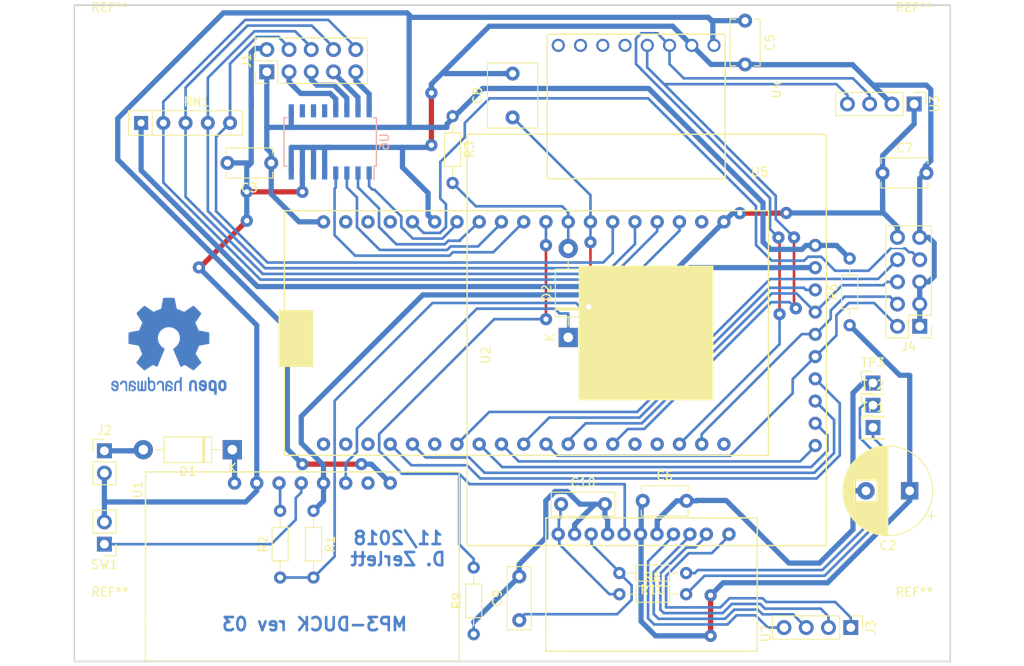
<source format=kicad_pcb>
(kicad_pcb (version 20171130) (host pcbnew 5.0.1)

  (general
    (thickness 1.6)
    (drawings 6)
    (tracks 607)
    (zones 0)
    (modules 38)
    (nets 65)
  )

  (page A4 portrait)
  (layers
    (0 F.Cu signal)
    (31 B.Cu signal)
    (32 B.Adhes user)
    (33 F.Adhes user)
    (34 B.Paste user)
    (35 F.Paste user)
    (36 B.SilkS user)
    (37 F.SilkS user)
    (38 B.Mask user)
    (39 F.Mask user)
    (40 Dwgs.User user)
    (41 Cmts.User user)
    (42 Eco1.User user)
    (43 Eco2.User user)
    (44 Edge.Cuts user)
    (45 Margin user)
    (46 B.CrtYd user)
    (47 F.CrtYd user)
    (48 B.Fab user)
    (49 F.Fab user)
  )

  (setup
    (last_trace_width 0.3)
    (trace_clearance 0.35)
    (zone_clearance 0.508)
    (zone_45_only no)
    (trace_min 0.2)
    (segment_width 0.2)
    (edge_width 0.15)
    (via_size 1.4)
    (via_drill 0.6)
    (via_min_size 1.4)
    (via_min_drill 0.6)
    (uvia_size 0.3)
    (uvia_drill 0.1)
    (uvias_allowed no)
    (uvia_min_size 0.2)
    (uvia_min_drill 0.1)
    (pcb_text_width 0.3)
    (pcb_text_size 1.5 1.5)
    (mod_edge_width 0.15)
    (mod_text_size 1 1)
    (mod_text_width 0.15)
    (pad_size 2 2)
    (pad_drill 2)
    (pad_to_mask_clearance 0.051)
    (solder_mask_min_width 0.25)
    (aux_axis_origin 22.215438 39.851468)
    (grid_origin 118.100438 43.915468)
    (visible_elements FFFFEF7F)
    (pcbplotparams
      (layerselection 0x00040_7ffffffe)
      (usegerberextensions false)
      (usegerberattributes false)
      (usegerberadvancedattributes false)
      (creategerberjobfile false)
      (excludeedgelayer false)
      (linewidth 0.100000)
      (plotframeref false)
      (viasonmask true)
      (mode 1)
      (useauxorigin false)
      (hpglpennumber 1)
      (hpglpenspeed 20)
      (hpglpendiameter 15.000000)
      (psnegative true)
      (psa4output false)
      (plotreference false)
      (plotvalue false)
      (plotinvisibletext false)
      (padsonsilk false)
      (subtractmaskfromsilk false)
      (outputformat 4)
      (mirror false)
      (drillshape 1)
      (scaleselection 1)
      (outputdirectory "./"))
  )

  (net 0 "")
  (net 1 GND)
  (net 2 LED1)
  (net 3 SW1)
  (net 4 LED2)
  (net 5 SW2)
  (net 6 LED3)
  (net 7 SW3)
  (net 8 "Net-(J3-Pad1)")
  (net 9 "Net-(J3-Pad2)")
  (net 10 "Net-(J3-Pad3)")
  (net 11 "Net-(J3-Pad4)")
  (net 12 +5V)
  (net 13 /ADC_BATT)
  (net 14 "Net-(R2-Pad2)")
  (net 15 +3V3)
  (net 16 /AMP_ENABLE)
  (net 17 "Net-(SW1-Pad1)")
  (net 18 /LOW_BATT)
  (net 19 "Net-(U2-Pad2)")
  (net 20 "Net-(U2-Pad20)")
  (net 21 "Net-(U2-Pad21)")
  (net 22 "Net-(U2-Pad22)")
  (net 23 "Net-(U2-Pad25)")
  (net 24 /SCK)
  (net 25 /MISO)
  (net 26 /SDA)
  (net 27 "Net-(U2-Pad34)")
  (net 28 "Net-(U2-Pad35)")
  (net 29 /SCL)
  (net 30 /MOSI)
  (net 31 "Net-(U2-Pad38)")
  (net 32 "Net-(U4-Pad5)")
  (net 33 "Net-(U4-Pad6)")
  (net 34 "Net-(U4-Pad7)")
  (net 35 "Net-(U4-Pad8)")
  (net 36 /SS)
  (net 37 /RST)
  (net 38 /SD_CS)
  (net 39 /MP3_XCS)
  (net 40 /MP3_XRESET)
  (net 41 /MP3_XDCS)
  (net 42 /MP3_DREQ)
  (net 43 /LED1_OD)
  (net 44 /LED2_OD)
  (net 45 /LED3_OD)
  (net 46 "Net-(U6-Pad10)")
  (net 47 "Net-(U6-Pad11)")
  (net 48 LED4)
  (net 49 SW4)
  (net 50 /LED4_OD)
  (net 51 "Net-(U1-Pad7)")
  (net 52 "Net-(R8-Pad2)")
  (net 53 "Net-(R10-Pad1)")
  (net 54 "Net-(C10-Pad1)")
  (net 55 "Net-(C9-Pad1)")
  (net 56 +5VA)
  (net 57 GNDA)
  (net 58 "Net-(U2-Pad18)")
  (net 59 "Net-(U2-Pad17)")
  (net 60 "Net-(U2-Pad16)")
  (net 61 "Net-(D1-Pad1)")
  (net 62 "Net-(U6-Pad12)")
  (net 63 "Net-(D1-Pad2)")
  (net 64 "Net-(D2-Pad2)")

  (net_class Default "This is the default net class."
    (clearance 0.35)
    (trace_width 0.3)
    (via_dia 1.4)
    (via_drill 0.6)
    (uvia_dia 0.3)
    (uvia_drill 0.1)
    (add_net /ADC_BATT)
    (add_net /AMP_ENABLE)
    (add_net /LOW_BATT)
    (add_net /MISO)
    (add_net /MOSI)
    (add_net /MP3_DREQ)
    (add_net /MP3_XCS)
    (add_net /MP3_XDCS)
    (add_net /MP3_XRESET)
    (add_net /RST)
    (add_net /SCK)
    (add_net /SCL)
    (add_net /SDA)
    (add_net /SD_CS)
    (add_net /SS)
    (add_net LED1)
    (add_net LED2)
    (add_net LED3)
    (add_net LED4)
    (add_net "Net-(C10-Pad1)")
    (add_net "Net-(C9-Pad1)")
    (add_net "Net-(D2-Pad2)")
    (add_net "Net-(J3-Pad1)")
    (add_net "Net-(J3-Pad2)")
    (add_net "Net-(J3-Pad3)")
    (add_net "Net-(J3-Pad4)")
    (add_net "Net-(R10-Pad1)")
    (add_net "Net-(R2-Pad2)")
    (add_net "Net-(R8-Pad2)")
    (add_net "Net-(SW1-Pad1)")
    (add_net "Net-(U1-Pad7)")
    (add_net "Net-(U2-Pad16)")
    (add_net "Net-(U2-Pad17)")
    (add_net "Net-(U2-Pad18)")
    (add_net "Net-(U2-Pad2)")
    (add_net "Net-(U2-Pad20)")
    (add_net "Net-(U2-Pad21)")
    (add_net "Net-(U2-Pad22)")
    (add_net "Net-(U2-Pad25)")
    (add_net "Net-(U2-Pad34)")
    (add_net "Net-(U2-Pad35)")
    (add_net "Net-(U2-Pad38)")
    (add_net "Net-(U4-Pad5)")
    (add_net "Net-(U4-Pad6)")
    (add_net "Net-(U4-Pad7)")
    (add_net "Net-(U4-Pad8)")
    (add_net "Net-(U6-Pad10)")
    (add_net "Net-(U6-Pad11)")
    (add_net "Net-(U6-Pad12)")
    (add_net SW1)
    (add_net SW2)
    (add_net SW3)
    (add_net SW4)
  )

  (net_class 5V ""
    (clearance 0.35)
    (trace_width 0.6)
    (via_dia 1.4)
    (via_drill 0.6)
    (uvia_dia 0.3)
    (uvia_drill 0.1)
    (add_net +3V3)
    (add_net +5V)
    (add_net +5VA)
    (add_net /LED1_OD)
    (add_net /LED2_OD)
    (add_net /LED3_OD)
    (add_net /LED4_OD)
    (add_net GND)
    (add_net GNDA)
    (add_net "Net-(D1-Pad1)")
    (add_net "Net-(D1-Pad2)")
  )

  (module Diode_THT:D_DO-41_SOD81_P10.16mm_Horizontal (layer F.Cu) (tedit 5AE50CD5) (tstamp 5BFECABE)
    (at 40.249438 90.651468 180)
    (descr "Diode, DO-41_SOD81 series, Axial, Horizontal, pin pitch=10.16mm, , length*diameter=5.2*2.7mm^2, , http://www.diodes.com/_files/packages/DO-41%20(Plastic).pdf")
    (tags "Diode DO-41_SOD81 series Axial Horizontal pin pitch 10.16mm  length 5.2mm diameter 2.7mm")
    (path /5C1A04B7)
    (fp_text reference D1 (at 5.08 -2.47 180) (layer F.SilkS)
      (effects (font (size 1 1) (thickness 0.15)))
    )
    (fp_text value 1N4007 (at 5.08 2.47 180) (layer F.Fab)
      (effects (font (size 1 1) (thickness 0.15)))
    )
    (fp_text user K (at 0 -2.1 180) (layer F.SilkS)
      (effects (font (size 1 1) (thickness 0.15)))
    )
    (fp_text user K (at 0 -2.1 180) (layer F.Fab)
      (effects (font (size 1 1) (thickness 0.15)))
    )
    (fp_text user %R (at 5.47 0 180) (layer F.Fab)
      (effects (font (size 1 1) (thickness 0.15)))
    )
    (fp_line (start 11.51 -1.6) (end -1.35 -1.6) (layer F.CrtYd) (width 0.05))
    (fp_line (start 11.51 1.6) (end 11.51 -1.6) (layer F.CrtYd) (width 0.05))
    (fp_line (start -1.35 1.6) (end 11.51 1.6) (layer F.CrtYd) (width 0.05))
    (fp_line (start -1.35 -1.6) (end -1.35 1.6) (layer F.CrtYd) (width 0.05))
    (fp_line (start 3.14 -1.47) (end 3.14 1.47) (layer F.SilkS) (width 0.12))
    (fp_line (start 3.38 -1.47) (end 3.38 1.47) (layer F.SilkS) (width 0.12))
    (fp_line (start 3.26 -1.47) (end 3.26 1.47) (layer F.SilkS) (width 0.12))
    (fp_line (start 8.82 0) (end 7.8 0) (layer F.SilkS) (width 0.12))
    (fp_line (start 1.34 0) (end 2.36 0) (layer F.SilkS) (width 0.12))
    (fp_line (start 7.8 -1.47) (end 2.36 -1.47) (layer F.SilkS) (width 0.12))
    (fp_line (start 7.8 1.47) (end 7.8 -1.47) (layer F.SilkS) (width 0.12))
    (fp_line (start 2.36 1.47) (end 7.8 1.47) (layer F.SilkS) (width 0.12))
    (fp_line (start 2.36 -1.47) (end 2.36 1.47) (layer F.SilkS) (width 0.12))
    (fp_line (start 3.16 -1.35) (end 3.16 1.35) (layer F.Fab) (width 0.1))
    (fp_line (start 3.36 -1.35) (end 3.36 1.35) (layer F.Fab) (width 0.1))
    (fp_line (start 3.26 -1.35) (end 3.26 1.35) (layer F.Fab) (width 0.1))
    (fp_line (start 10.16 0) (end 7.68 0) (layer F.Fab) (width 0.1))
    (fp_line (start 0 0) (end 2.48 0) (layer F.Fab) (width 0.1))
    (fp_line (start 7.68 -1.35) (end 2.48 -1.35) (layer F.Fab) (width 0.1))
    (fp_line (start 7.68 1.35) (end 7.68 -1.35) (layer F.Fab) (width 0.1))
    (fp_line (start 2.48 1.35) (end 7.68 1.35) (layer F.Fab) (width 0.1))
    (fp_line (start 2.48 -1.35) (end 2.48 1.35) (layer F.Fab) (width 0.1))
    (pad 2 thru_hole oval (at 10.16 0 180) (size 2.2 2.2) (drill 1.1) (layers *.Cu *.Mask)
      (net 63 "Net-(D1-Pad2)"))
    (pad 1 thru_hole rect (at 0 0 180) (size 2.2 2.2) (drill 1.1) (layers *.Cu *.Mask)
      (net 61 "Net-(D1-Pad1)"))
    (model ${KISYS3DMOD}/Diode_THT.3dshapes/D_DO-41_SOD81_P10.16mm_Horizontal.wrl
      (at (xyz 0 0 0))
      (scale (xyz 1 1 1))
      (rotate (xyz 0 0 0))
    )
  )

  (module audioplayer:hw-323 (layer F.Cu) (tedit 5BFEE50A) (tstamp 5C02014A)
    (at 98.908438 102.253468 270)
    (path /5BDD9E66)
    (fp_text reference U7 (at 9.398 -2.286 270) (layer F.SilkS)
      (effects (font (size 1 1) (thickness 0.15)))
    )
    (fp_text value HW-323 (at 5.08 11.43 270) (layer F.Fab)
      (effects (font (size 1 1) (thickness 0.15)))
    )
    (fp_line (start 11.43 22.86) (end 7.62 22.86) (layer F.SilkS) (width 0.15))
    (fp_line (start 11.43 -1.27) (end 11.43 22.86) (layer F.SilkS) (width 0.15))
    (fp_line (start 8.89 -1.27) (end 11.43 -1.27) (layer F.SilkS) (width 0.15))
    (fp_line (start -3.81 -1.27) (end -3.81 1.27) (layer F.SilkS) (width 0.15))
    (fp_line (start 8.89 -1.27) (end -3.81 -1.27) (layer F.SilkS) (width 0.15))
    (fp_line (start -3.81 22.86) (end 8.89 22.86) (layer F.SilkS) (width 0.15))
    (fp_line (start -3.81 0) (end -3.81 22.86) (layer F.SilkS) (width 0.15))
    (pad "" np_thru_hole circle (at 10.16 21.59 270) (size 2 2) (drill 2) (layers *.Cu *.Mask)
      (clearance 1.5))
    (pad "" np_thru_hole circle (at 10.16 0 270) (size 2 2) (drill 2) (layers *.Cu *.Mask)
      (clearance 1.5))
    (pad 11 thru_hole circle (at -1.95 21.45 270) (size 1.524 1.524) (drill 0.762) (layers *.Cu *.Mask)
      (net 54 "Net-(C10-Pad1)"))
    (pad 10 thru_hole circle (at -1.95 19.57 270) (size 1.524 1.524) (drill 0.762) (layers *.Cu *.Mask)
      (net 57 GNDA))
    (pad 9 thru_hole circle (at -1.95 17.69 270) (size 1.524 1.524) (drill 0.762) (layers *.Cu *.Mask)
      (net 55 "Net-(C9-Pad1)"))
    (pad 8 thru_hole circle (at -1.95 15.81 270) (size 1.524 1.524) (drill 0.762) (layers *.Cu *.Mask)
      (net 57 GNDA))
    (pad 7 thru_hole circle (at -1.95 13.93 270) (size 1.524 1.524) (drill 0.762) (layers *.Cu *.Mask)
      (net 16 /AMP_ENABLE))
    (pad 6 thru_hole circle (at -1.95 12.05 270) (size 1.524 1.524) (drill 0.762) (layers *.Cu *.Mask)
      (net 56 +5VA))
    (pad 5 thru_hole circle (at -1.95 10.17 270) (size 1.524 1.524) (drill 0.762) (layers *.Cu *.Mask)
      (net 57 GNDA))
    (pad 4 thru_hole circle (at -1.95 8.29 270) (size 1.524 1.524) (drill 0.762) (layers *.Cu *.Mask)
      (net 11 "Net-(J3-Pad4)"))
    (pad 3 thru_hole circle (at -1.95 6.41 270) (size 1.524 1.524) (drill 0.762) (layers *.Cu *.Mask)
      (net 10 "Net-(J3-Pad3)"))
    (pad 2 thru_hole circle (at -1.95 4.53 270) (size 1.524 1.524) (drill 0.762) (layers *.Cu *.Mask)
      (net 9 "Net-(J3-Pad2)"))
    (pad 1 thru_hole circle (at -1.95 1.95 270) (size 1.524 1.524) (drill 0.762) (layers *.Cu *.Mask)
      (net 8 "Net-(J3-Pad1)"))
  )

  (module audioplayer:vs1053_breakout_upside_down (layer F.Cu) (tedit 5BFE8347) (tstamp 5BFCFB5A)
    (at 100.457 58.42)
    (path /59B6EFEA)
    (fp_text reference U5 (at 0 0.5) (layer F.SilkS)
      (effects (font (size 1 1) (thickness 0.15)))
    )
    (fp_text value VS1053/SD_breakout (at 0 -0.5) (layer F.Fab)
      (effects (font (size 1 1) (thickness 0.15)))
    )
    (fp_line (start -33.401 43.18) (end -32.893 43.18) (layer F.SilkS) (width 0.15))
    (fp_line (start 7.62 40.64) (end 7.62 38.1) (layer F.SilkS) (width 0.15))
    (fp_line (start -33.401 -3.81) (end 7.62 -3.81) (layer F.SilkS) (width 0.15))
    (fp_line (start -33.02 43.18) (end -20.066 43.18) (layer F.SilkS) (width 0.15))
    (fp_line (start -33.401 2.413) (end -33.401 43.18) (layer F.SilkS) (width 0.15))
    (fp_line (start -33.401 1.143) (end -33.401 -3.81) (layer F.SilkS) (width 0.15))
    (fp_line (start -33.401 2.54) (end -33.401 1.143) (layer F.SilkS) (width 0.15))
    (fp_line (start 7.62 -1.27) (end 7.62 -3.81) (layer F.SilkS) (width 0.15))
    (fp_line (start 7.62 43.18) (end -24.13 43.18) (layer F.SilkS) (width 0.15))
    (fp_line (start 7.62 40.64) (end 7.62 43.18) (layer F.SilkS) (width 0.15))
    (fp_line (start 7.62 40.64) (end 7.62 -1.27) (layer F.SilkS) (width 0.15))
    (pad 10 thru_hole circle (at 6.35 31.75) (size 1.5 1.5) (drill 0.8) (layers *.Cu *.Mask)
      (net 42 /MP3_DREQ))
    (pad 9 thru_hole circle (at 6.35 29.21) (size 1.5 1.5) (drill 0.8) (layers *.Cu *.Mask)
      (net 41 /MP3_XDCS))
    (pad 8 thru_hole circle (at 6.35 26.67) (size 1.5 1.5) (drill 0.8) (layers *.Cu *.Mask)
      (net 40 /MP3_XRESET))
    (pad 7 thru_hole circle (at 6.35 24.13) (size 1.5 1.5) (drill 0.8) (layers *.Cu *.Mask)
      (net 39 /MP3_XCS))
    (pad 6 thru_hole circle (at 6.35 21.59) (size 1.5 1.5) (drill 0.8) (layers *.Cu *.Mask)
      (net 24 /SCK))
    (pad 5 thru_hole circle (at 6.35 19.05) (size 1.5 1.5) (drill 0.8) (layers *.Cu *.Mask)
      (net 30 /MOSI))
    (pad 4 thru_hole circle (at 6.35 16.51) (size 1.5 1.5) (drill 0.8) (layers *.Cu *.Mask)
      (net 25 /MISO))
    (pad 3 thru_hole circle (at 6.35 13.97) (size 1.5 1.5) (drill 0.8) (layers *.Cu *.Mask)
      (net 38 /SD_CS))
    (pad 2 thru_hole circle (at 6.35 11.43) (size 1.5 1.5) (drill 0.8) (layers *.Cu *.Mask)
      (net 1 GND))
    (pad "" np_thru_hole circle (at -29.21 40.64) (size 3.2 3.2) (drill 3.2) (layers *.Cu *.Mask)
      (clearance 2.5))
    (pad "" np_thru_hole circle (at -29.21 0) (size 3.2 3.2) (drill 3.2) (layers *.Cu *.Mask)
      (clearance 2.5))
    (pad "" np_thru_hole circle (at 5.08 40.64) (size 3.2 3.2) (drill 3.2) (layers *.Cu *.Mask)
      (clearance 2.5))
    (pad "" np_thru_hole circle (at 5.08 0) (size 3.2 3.2) (drill 3.2) (layers *.Cu *.Mask)
      (clearance 2.5))
    (pad 1 thru_hole circle (at 6.35 8.89) (size 1.5 1.5) (drill 0.8) (layers *.Cu *.Mask)
      (net 12 +5V))
  )

  (module Diode_THT:D_DO-41_SOD81_P10.16mm_Horizontal (layer F.Cu) (tedit 5AE50CD5) (tstamp 5C0C7D79)
    (at 78.603438 77.824468 90)
    (descr "Diode, DO-41_SOD81 series, Axial, Horizontal, pin pitch=10.16mm, , length*diameter=5.2*2.7mm^2, , http://www.diodes.com/_files/packages/DO-41%20(Plastic).pdf")
    (tags "Diode DO-41_SOD81 series Axial Horizontal pin pitch 10.16mm  length 5.2mm diameter 2.7mm")
    (path /5C2DA7D7)
    (fp_text reference D2 (at 5.08 -2.47 90) (layer F.SilkS)
      (effects (font (size 1 1) (thickness 0.15)))
    )
    (fp_text value 1N4007 (at 5.08 2.47 90) (layer F.Fab)
      (effects (font (size 1 1) (thickness 0.15)))
    )
    (fp_line (start 2.48 -1.35) (end 2.48 1.35) (layer F.Fab) (width 0.1))
    (fp_line (start 2.48 1.35) (end 7.68 1.35) (layer F.Fab) (width 0.1))
    (fp_line (start 7.68 1.35) (end 7.68 -1.35) (layer F.Fab) (width 0.1))
    (fp_line (start 7.68 -1.35) (end 2.48 -1.35) (layer F.Fab) (width 0.1))
    (fp_line (start 0 0) (end 2.48 0) (layer F.Fab) (width 0.1))
    (fp_line (start 10.16 0) (end 7.68 0) (layer F.Fab) (width 0.1))
    (fp_line (start 3.26 -1.35) (end 3.26 1.35) (layer F.Fab) (width 0.1))
    (fp_line (start 3.36 -1.35) (end 3.36 1.35) (layer F.Fab) (width 0.1))
    (fp_line (start 3.16 -1.35) (end 3.16 1.35) (layer F.Fab) (width 0.1))
    (fp_line (start 2.36 -1.47) (end 2.36 1.47) (layer F.SilkS) (width 0.12))
    (fp_line (start 2.36 1.47) (end 7.8 1.47) (layer F.SilkS) (width 0.12))
    (fp_line (start 7.8 1.47) (end 7.8 -1.47) (layer F.SilkS) (width 0.12))
    (fp_line (start 7.8 -1.47) (end 2.36 -1.47) (layer F.SilkS) (width 0.12))
    (fp_line (start 1.34 0) (end 2.36 0) (layer F.SilkS) (width 0.12))
    (fp_line (start 8.82 0) (end 7.8 0) (layer F.SilkS) (width 0.12))
    (fp_line (start 3.26 -1.47) (end 3.26 1.47) (layer F.SilkS) (width 0.12))
    (fp_line (start 3.38 -1.47) (end 3.38 1.47) (layer F.SilkS) (width 0.12))
    (fp_line (start 3.14 -1.47) (end 3.14 1.47) (layer F.SilkS) (width 0.12))
    (fp_line (start -1.35 -1.6) (end -1.35 1.6) (layer F.CrtYd) (width 0.05))
    (fp_line (start -1.35 1.6) (end 11.51 1.6) (layer F.CrtYd) (width 0.05))
    (fp_line (start 11.51 1.6) (end 11.51 -1.6) (layer F.CrtYd) (width 0.05))
    (fp_line (start 11.51 -1.6) (end -1.35 -1.6) (layer F.CrtYd) (width 0.05))
    (fp_text user %R (at 5.47 0 90) (layer F.Fab)
      (effects (font (size 1 1) (thickness 0.15)))
    )
    (fp_text user K (at 0 -2.1 90) (layer F.Fab)
      (effects (font (size 1 1) (thickness 0.15)))
    )
    (fp_text user K (at 0 -2.1 90) (layer F.SilkS)
      (effects (font (size 1 1) (thickness 0.15)))
    )
    (pad 1 thru_hole rect (at 0 0 90) (size 2.2 2.2) (drill 1.1) (layers *.Cu *.Mask)
      (net 18 /LOW_BATT))
    (pad 2 thru_hole oval (at 10.16 0 90) (size 2.2 2.2) (drill 1.1) (layers *.Cu *.Mask)
      (net 64 "Net-(D2-Pad2)"))
    (model ${KISYS3DMOD}/Diode_THT.3dshapes/D_DO-41_SOD81_P10.16mm_Horizontal.wrl
      (at (xyz 0 0 0))
      (scale (xyz 1 1 1))
      (rotate (xyz 0 0 0))
    )
  )

  (module Resistor_THT:R_Axial_DIN0204_L3.6mm_D1.6mm_P7.62mm_Horizontal (layer F.Cu) (tedit 5AE5139B) (tstamp 5C0C7BDC)
    (at 65.395438 52.551468 270)
    (descr "Resistor, Axial_DIN0204 series, Axial, Horizontal, pin pitch=7.62mm, 0.167W, length*diameter=3.6*1.6mm^2, http://cdn-reichelt.de/documents/datenblatt/B400/1_4W%23YAG.pdf")
    (tags "Resistor Axial_DIN0204 series Axial Horizontal pin pitch 7.62mm 0.167W length 3.6mm diameter 1.6mm")
    (path /5C2DA9AD)
    (fp_text reference R3 (at 3.81 -1.92 270) (layer F.SilkS)
      (effects (font (size 1 1) (thickness 0.15)))
    )
    (fp_text value 10k (at 3.81 1.92 270) (layer F.Fab)
      (effects (font (size 1 1) (thickness 0.15)))
    )
    (fp_line (start 2.01 -0.8) (end 2.01 0.8) (layer F.Fab) (width 0.1))
    (fp_line (start 2.01 0.8) (end 5.61 0.8) (layer F.Fab) (width 0.1))
    (fp_line (start 5.61 0.8) (end 5.61 -0.8) (layer F.Fab) (width 0.1))
    (fp_line (start 5.61 -0.8) (end 2.01 -0.8) (layer F.Fab) (width 0.1))
    (fp_line (start 0 0) (end 2.01 0) (layer F.Fab) (width 0.1))
    (fp_line (start 7.62 0) (end 5.61 0) (layer F.Fab) (width 0.1))
    (fp_line (start 1.89 -0.92) (end 1.89 0.92) (layer F.SilkS) (width 0.12))
    (fp_line (start 1.89 0.92) (end 5.73 0.92) (layer F.SilkS) (width 0.12))
    (fp_line (start 5.73 0.92) (end 5.73 -0.92) (layer F.SilkS) (width 0.12))
    (fp_line (start 5.73 -0.92) (end 1.89 -0.92) (layer F.SilkS) (width 0.12))
    (fp_line (start 0.94 0) (end 1.89 0) (layer F.SilkS) (width 0.12))
    (fp_line (start 6.68 0) (end 5.73 0) (layer F.SilkS) (width 0.12))
    (fp_line (start -0.95 -1.05) (end -0.95 1.05) (layer F.CrtYd) (width 0.05))
    (fp_line (start -0.95 1.05) (end 8.57 1.05) (layer F.CrtYd) (width 0.05))
    (fp_line (start 8.57 1.05) (end 8.57 -1.05) (layer F.CrtYd) (width 0.05))
    (fp_line (start 8.57 -1.05) (end -0.95 -1.05) (layer F.CrtYd) (width 0.05))
    (fp_text user %R (at 3.81 0 270) (layer F.Fab)
      (effects (font (size 0.72 0.72) (thickness 0.108)))
    )
    (pad 1 thru_hole circle (at 0 0 270) (size 1.4 1.4) (drill 0.7) (layers *.Cu *.Mask)
      (net 12 +5V))
    (pad 2 thru_hole oval (at 7.62 0 270) (size 1.4 1.4) (drill 0.7) (layers *.Cu *.Mask)
      (net 64 "Net-(D2-Pad2)"))
    (model ${KISYS3DMOD}/Resistor_THT.3dshapes/R_Axial_DIN0204_L3.6mm_D1.6mm_P7.62mm_Horizontal.wrl
      (at (xyz 0 0 0))
      (scale (xyz 1 1 1))
      (rotate (xyz 0 0 0))
    )
  )

  (module Connector_PinHeader_2.54mm:PinHeader_1x04_P2.54mm_Vertical (layer F.Cu) (tedit 59FED5CC) (tstamp 5C0E0BCF)
    (at 118.100438 51.154468 270)
    (descr "Through hole straight pin header, 1x04, 2.54mm pitch, single row")
    (tags "Through hole pin header THT 1x04 2.54mm single row")
    (path /5BD9DCD6)
    (fp_text reference U3 (at 0 -2.33 270) (layer F.SilkS)
      (effects (font (size 1 1) (thickness 0.15)))
    )
    (fp_text value OLED (at 0 9.95 270) (layer F.Fab)
      (effects (font (size 1 1) (thickness 0.15)))
    )
    (fp_text user %R (at 0 3.81 90) (layer F.Fab)
      (effects (font (size 1 1) (thickness 0.15)))
    )
    (fp_line (start 1.8 -1.8) (end -1.8 -1.8) (layer F.CrtYd) (width 0.05))
    (fp_line (start 1.8 9.4) (end 1.8 -1.8) (layer F.CrtYd) (width 0.05))
    (fp_line (start -1.8 9.4) (end 1.8 9.4) (layer F.CrtYd) (width 0.05))
    (fp_line (start -1.8 -1.8) (end -1.8 9.4) (layer F.CrtYd) (width 0.05))
    (fp_line (start -1.33 -1.33) (end 0 -1.33) (layer F.SilkS) (width 0.12))
    (fp_line (start -1.33 0) (end -1.33 -1.33) (layer F.SilkS) (width 0.12))
    (fp_line (start -1.33 1.27) (end 1.33 1.27) (layer F.SilkS) (width 0.12))
    (fp_line (start 1.33 1.27) (end 1.33 8.95) (layer F.SilkS) (width 0.12))
    (fp_line (start -1.33 1.27) (end -1.33 8.95) (layer F.SilkS) (width 0.12))
    (fp_line (start -1.33 8.95) (end 1.33 8.95) (layer F.SilkS) (width 0.12))
    (fp_line (start -1.27 -0.635) (end -0.635 -1.27) (layer F.Fab) (width 0.1))
    (fp_line (start -1.27 8.89) (end -1.27 -0.635) (layer F.Fab) (width 0.1))
    (fp_line (start 1.27 8.89) (end -1.27 8.89) (layer F.Fab) (width 0.1))
    (fp_line (start 1.27 -1.27) (end 1.27 8.89) (layer F.Fab) (width 0.1))
    (fp_line (start -0.635 -1.27) (end 1.27 -1.27) (layer F.Fab) (width 0.1))
    (pad 4 thru_hole oval (at 0 7.62 270) (size 1.7 1.7) (drill 1) (layers *.Cu *.Mask)
      (net 26 /SDA))
    (pad 3 thru_hole oval (at 0 5.08 270) (size 1.7 1.7) (drill 1) (layers *.Cu *.Mask)
      (net 29 /SCL))
    (pad 2 thru_hole oval (at 0 2.54 270) (size 1.7 1.7) (drill 1) (layers *.Cu *.Mask)
      (net 1 GND))
    (pad 1 thru_hole rect (at 0 0 270) (size 1.7 1.7) (drill 1) (layers *.Cu *.Mask)
      (net 15 +3V3))
    (model ${KISYS3DMOD}/Connector_PinHeader_2.54mm.3dshapes/PinHeader_1x04_P2.54mm_Vertical.wrl
      (at (xyz 0 0 0))
      (scale (xyz 1 1 1))
      (rotate (xyz 0 0 0))
    )
  )

  (module Resistor_THT:R_Array_SIP5 (layer F.Cu) (tedit 5A14249F) (tstamp 5BFECA59)
    (at 29.835438 53.313468)
    (descr "5-pin Resistor SIP pack")
    (tags R)
    (path /5C357CAF)
    (fp_text reference RN1 (at 6.35 -2.4) (layer F.SilkS)
      (effects (font (size 1 1) (thickness 0.15)))
    )
    (fp_text value R_Network04 (at 6.35 2.4) (layer F.Fab)
      (effects (font (size 1 1) (thickness 0.15)))
    )
    (fp_line (start 11.9 -1.65) (end -1.7 -1.65) (layer F.CrtYd) (width 0.05))
    (fp_line (start 11.9 1.65) (end 11.9 -1.65) (layer F.CrtYd) (width 0.05))
    (fp_line (start -1.7 1.65) (end 11.9 1.65) (layer F.CrtYd) (width 0.05))
    (fp_line (start -1.7 -1.65) (end -1.7 1.65) (layer F.CrtYd) (width 0.05))
    (fp_line (start 1.27 -1.4) (end 1.27 1.4) (layer F.SilkS) (width 0.12))
    (fp_line (start 11.6 -1.4) (end -1.44 -1.4) (layer F.SilkS) (width 0.12))
    (fp_line (start 11.6 1.4) (end 11.6 -1.4) (layer F.SilkS) (width 0.12))
    (fp_line (start -1.44 1.4) (end 11.6 1.4) (layer F.SilkS) (width 0.12))
    (fp_line (start -1.44 -1.4) (end -1.44 1.4) (layer F.SilkS) (width 0.12))
    (fp_line (start 1.27 -1.25) (end 1.27 1.25) (layer F.Fab) (width 0.1))
    (fp_line (start 11.45 -1.25) (end -1.29 -1.25) (layer F.Fab) (width 0.1))
    (fp_line (start 11.45 1.25) (end 11.45 -1.25) (layer F.Fab) (width 0.1))
    (fp_line (start -1.29 1.25) (end 11.45 1.25) (layer F.Fab) (width 0.1))
    (fp_line (start -1.29 -1.25) (end -1.29 1.25) (layer F.Fab) (width 0.1))
    (fp_text user %R (at 5.08 0) (layer F.Fab)
      (effects (font (size 1 1) (thickness 0.15)))
    )
    (pad 5 thru_hole oval (at 10.16 0) (size 1.6 1.6) (drill 0.8) (layers *.Cu *.Mask)
      (net 49 SW4))
    (pad 4 thru_hole oval (at 7.62 0) (size 1.6 1.6) (drill 0.8) (layers *.Cu *.Mask)
      (net 7 SW3))
    (pad 3 thru_hole oval (at 5.08 0) (size 1.6 1.6) (drill 0.8) (layers *.Cu *.Mask)
      (net 5 SW2))
    (pad 2 thru_hole oval (at 2.54 0) (size 1.6 1.6) (drill 0.8) (layers *.Cu *.Mask)
      (net 3 SW1))
    (pad 1 thru_hole rect (at 0 0) (size 1.6 1.6) (drill 0.8) (layers *.Cu *.Mask)
      (net 15 +3V3))
    (model ${KISYS3DMOD}/Resistor_THT.3dshapes/R_Array_SIP5.wrl
      (at (xyz 0 0 0))
      (scale (xyz 1 1 1))
      (rotate (xyz 0 0 0))
    )
  )

  (module audioplayer:esp32-nodemcu-noholes (layer F.Cu) (tedit 5BFB113B) (tstamp 5C07C5C0)
    (at 69.713438 79.856468 270)
    (path /5BB7525F)
    (fp_text reference U2 (at 0 0.5 270) (layer F.SilkS)
      (effects (font (size 1 1) (thickness 0.15)))
    )
    (fp_text value ESP32-nodeMCU (at 0 -0.5 270) (layer F.Fab)
      (effects (font (size 1 1) (thickness 0.15)))
    )
    (fp_line (start 1.6256 23.5204) (end -16.51 23.5204) (layer F.SilkS) (width 0.15))
    (fp_line (start 1.3208 23.5204) (end 11.43 23.5204) (layer F.SilkS) (width 0.15))
    (fp_poly (pts (xy -5.08 20.32) (xy -5.08 24.13) (xy 1.27 24.13) (xy 1.27 20.32)) (layer F.SilkS) (width 0.15))
    (fp_poly (pts (xy -10.16 -25.4) (xy -10.16 -10.16) (xy 5.08 -10.16) (xy 5.08 -25.4)) (layer F.SilkS) (width 0.15))
    (fp_line (start -16.51 -31.75) (end -16.51 -29.21) (layer F.SilkS) (width 0.15))
    (fp_line (start 11.43 -31.75) (end -16.51 -31.75) (layer F.SilkS) (width 0.15))
    (fp_line (start 11.43 -30.48) (end 11.43 -31.75) (layer F.SilkS) (width 0.15))
    (fp_line (start -16.51 23.5204) (end -16.51 22.2504) (layer F.SilkS) (width 0.15))
    (fp_line (start 11.43 22.2504) (end 11.43 23.5204) (layer F.SilkS) (width 0.15))
    (fp_line (start 11.43 -30.48) (end 11.43 -27.94) (layer F.SilkS) (width 0.15))
    (fp_line (start -16.51 22.86) (end -16.51 -30.48) (layer F.SilkS) (width 0.15))
    (fp_line (start 11.43 -27.94) (end 11.43 22.86) (layer F.SilkS) (width 0.15))
    (pad 38 thru_hole circle (at 10.16 -26.67 270) (size 1.524 1.524) (drill 0.762) (layers *.Cu *.Mask)
      (net 31 "Net-(U2-Pad38)"))
    (pad 37 thru_hole circle (at 10.16 -24.13 270) (size 1.524 1.524) (drill 0.762) (layers *.Cu *.Mask)
      (net 30 /MOSI))
    (pad 36 thru_hole circle (at 10.16 -21.59 270) (size 1.524 1.524) (drill 0.762) (layers *.Cu *.Mask)
      (net 29 /SCL))
    (pad 35 thru_hole circle (at 10.16 -19.05 270) (size 1.524 1.524) (drill 0.762) (layers *.Cu *.Mask)
      (net 28 "Net-(U2-Pad35)"))
    (pad 34 thru_hole circle (at 10.16 -16.51 270) (size 1.524 1.524) (drill 0.762) (layers *.Cu *.Mask)
      (net 27 "Net-(U2-Pad34)"))
    (pad 33 thru_hole circle (at 10.16 -13.97 270) (size 1.524 1.524) (drill 0.762) (layers *.Cu *.Mask)
      (net 26 /SDA))
    (pad 32 thru_hole circle (at 10.16 -11.43 270) (size 1.524 1.524) (drill 0.762) (layers *.Cu *.Mask))
    (pad 31 thru_hole circle (at 10.16 -8.89 270) (size 1.524 1.524) (drill 0.762) (layers *.Cu *.Mask)
      (net 25 /MISO))
    (pad 30 thru_hole circle (at 10.16 -6.35 270) (size 1.524 1.524) (drill 0.762) (layers *.Cu *.Mask)
      (net 24 /SCK))
    (pad 29 thru_hole circle (at 10.16 -3.81 270) (size 1.524 1.524) (drill 0.762) (layers *.Cu *.Mask)
      (net 38 /SD_CS))
    (pad 28 thru_hole circle (at 10.16 -1.27 270) (size 1.524 1.524) (drill 0.762) (layers *.Cu *.Mask)
      (net 42 /MP3_DREQ))
    (pad 27 thru_hole circle (at 10.16 1.27 270) (size 1.524 1.524) (drill 0.762) (layers *.Cu *.Mask)
      (net 41 /MP3_XDCS))
    (pad 26 thru_hole circle (at 10.16 3.81 270) (size 1.524 1.524) (drill 0.762) (layers *.Cu *.Mask)
      (net 36 /SS))
    (pad 25 thru_hole circle (at 10.16 6.35 270) (size 1.524 1.524) (drill 0.762) (layers *.Cu *.Mask)
      (net 23 "Net-(U2-Pad25)"))
    (pad 24 thru_hole circle (at 10.16 8.89 270) (size 1.524 1.524) (drill 0.762) (layers *.Cu *.Mask)
      (net 40 /MP3_XRESET))
    (pad 23 thru_hole circle (at 10.16 11.43 270) (size 1.524 1.524) (drill 0.762) (layers *.Cu *.Mask)
      (net 39 /MP3_XCS))
    (pad 22 thru_hole circle (at 10.16 13.97 270) (size 1.524 1.524) (drill 0.762) (layers *.Cu *.Mask)
      (net 22 "Net-(U2-Pad22)"))
    (pad 21 thru_hole circle (at 10.16 16.51 270) (size 1.524 1.524) (drill 0.762) (layers *.Cu *.Mask)
      (net 21 "Net-(U2-Pad21)"))
    (pad 20 thru_hole circle (at 10.16 19.05 270) (size 1.524 1.524) (drill 0.762) (layers *.Cu *.Mask)
      (net 20 "Net-(U2-Pad20)"))
    (pad 19 thru_hole circle (at -15.24 19.05 270) (size 1.524 1.524) (drill 0.762) (layers *.Cu *.Mask)
      (net 12 +5V))
    (pad 18 thru_hole circle (at -15.24 16.51 270) (size 1.524 1.524) (drill 0.762) (layers *.Cu *.Mask)
      (net 58 "Net-(U2-Pad18)"))
    (pad 17 thru_hole circle (at -15.24 13.97 270) (size 1.524 1.524) (drill 0.762) (layers *.Cu *.Mask)
      (net 59 "Net-(U2-Pad17)"))
    (pad 16 thru_hole circle (at -15.24 11.43 270) (size 1.524 1.524) (drill 0.762) (layers *.Cu *.Mask)
      (net 60 "Net-(U2-Pad16)"))
    (pad 15 thru_hole circle (at -15.24 8.89 270) (size 1.524 1.524) (drill 0.762) (layers *.Cu *.Mask)
      (net 37 /RST))
    (pad 14 thru_hole circle (at -15.24 6.35 270) (size 1.524 1.524) (drill 0.762) (layers *.Cu *.Mask)
      (net 1 GND))
    (pad 13 thru_hole circle (at -15.24 3.81 270) (size 1.524 1.524) (drill 0.762) (layers *.Cu *.Mask)
      (net 48 LED4))
    (pad 12 thru_hole circle (at -15.24 1.27 270) (size 1.524 1.524) (drill 0.762) (layers *.Cu *.Mask)
      (net 6 LED3))
    (pad 11 thru_hole circle (at -15.24 -1.27 270) (size 1.524 1.524) (drill 0.762) (layers *.Cu *.Mask)
      (net 4 LED2))
    (pad 10 thru_hole circle (at -15.24 -3.81 270) (size 1.524 1.524) (drill 0.762) (layers *.Cu *.Mask)
      (net 2 LED1))
    (pad 9 thru_hole circle (at -15.24 -6.35 270) (size 1.524 1.524) (drill 0.762) (layers *.Cu *.Mask)
      (net 16 /AMP_ENABLE))
    (pad 8 thru_hole circle (at -15.24 -8.89 270) (size 1.524 1.524) (drill 0.762) (layers *.Cu *.Mask)
      (net 64 "Net-(D2-Pad2)"))
    (pad 7 thru_hole circle (at -15.24 -11.43 270) (size 1.524 1.524) (drill 0.762) (layers *.Cu *.Mask)
      (net 13 /ADC_BATT))
    (pad 6 thru_hole circle (at -15.24 -13.97 270) (size 1.524 1.524) (drill 0.762) (layers *.Cu *.Mask)
      (net 49 SW4))
    (pad 5 thru_hole circle (at -15.24 -16.51 270) (size 1.524 1.524) (drill 0.762) (layers *.Cu *.Mask)
      (net 7 SW3))
    (pad 4 thru_hole circle (at -15.24 -19.05 270) (size 1.524 1.524) (drill 0.762) (layers *.Cu *.Mask)
      (net 5 SW2))
    (pad 3 thru_hole circle (at -15.24 -21.59 270) (size 1.524 1.524) (drill 0.762) (layers *.Cu *.Mask)
      (net 3 SW1))
    (pad 2 thru_hole circle (at -15.24 -24.13 270) (size 1.524 1.524) (drill 0.762) (layers *.Cu *.Mask)
      (net 19 "Net-(U2-Pad2)"))
    (pad 1 thru_hole circle (at -15.24 -26.67 270) (size 1.524 1.524) (drill 0.762) (layers *.Cu *.Mask)
      (net 15 +3V3))
  )

  (module Capacitor_THT:CP_Radial_D10.0mm_P5.00mm (layer F.Cu) (tedit 5BFE863C) (tstamp 5BF7B57A)
    (at 117.592438 95.350468 180)
    (descr "CP, Radial series, Radial, pin pitch=5.00mm, , diameter=10mm, Electrolytic Capacitor")
    (tags "CP Radial series Radial pin pitch 5.00mm  diameter 10mm Electrolytic Capacitor")
    (path /5BDEA165)
    (fp_text reference C2 (at 2.5 -6.25 180) (layer F.SilkS)
      (effects (font (size 1 1) (thickness 0.15)))
    )
    (fp_text value 100u (at 2.5 6.25 180) (layer F.Fab)
      (effects (font (size 1 1) (thickness 0.15)))
    )
    (fp_text user %R (at 2.5 0.127 180) (layer F.Fab)
      (effects (font (size 1 1) (thickness 0.15)))
    )
    (fp_line (start -2.479646 -3.375) (end -2.479646 -2.375) (layer F.SilkS) (width 0.12))
    (fp_line (start -2.979646 -2.875) (end -1.979646 -2.875) (layer F.SilkS) (width 0.12))
    (fp_line (start 7.581 -0.599) (end 7.581 0.599) (layer F.SilkS) (width 0.12))
    (fp_line (start 7.541 -0.862) (end 7.541 0.862) (layer F.SilkS) (width 0.12))
    (fp_line (start 7.501 -1.062) (end 7.501 1.062) (layer F.SilkS) (width 0.12))
    (fp_line (start 7.461 -1.23) (end 7.461 1.23) (layer F.SilkS) (width 0.12))
    (fp_line (start 7.421 -1.378) (end 7.421 1.378) (layer F.SilkS) (width 0.12))
    (fp_line (start 7.381 -1.51) (end 7.381 1.51) (layer F.SilkS) (width 0.12))
    (fp_line (start 7.341 -1.63) (end 7.341 1.63) (layer F.SilkS) (width 0.12))
    (fp_line (start 7.301 -1.742) (end 7.301 1.742) (layer F.SilkS) (width 0.12))
    (fp_line (start 7.261 -1.846) (end 7.261 1.846) (layer F.SilkS) (width 0.12))
    (fp_line (start 7.221 -1.944) (end 7.221 1.944) (layer F.SilkS) (width 0.12))
    (fp_line (start 7.181 -2.037) (end 7.181 2.037) (layer F.SilkS) (width 0.12))
    (fp_line (start 7.141 -2.125) (end 7.141 2.125) (layer F.SilkS) (width 0.12))
    (fp_line (start 7.101 -2.209) (end 7.101 2.209) (layer F.SilkS) (width 0.12))
    (fp_line (start 7.061 -2.289) (end 7.061 2.289) (layer F.SilkS) (width 0.12))
    (fp_line (start 7.021 -2.365) (end 7.021 2.365) (layer F.SilkS) (width 0.12))
    (fp_line (start 6.981 -2.439) (end 6.981 2.439) (layer F.SilkS) (width 0.12))
    (fp_line (start 6.941 -2.51) (end 6.941 2.51) (layer F.SilkS) (width 0.12))
    (fp_line (start 6.901 -2.579) (end 6.901 2.579) (layer F.SilkS) (width 0.12))
    (fp_line (start 6.861 -2.645) (end 6.861 2.645) (layer F.SilkS) (width 0.12))
    (fp_line (start 6.821 -2.709) (end 6.821 2.709) (layer F.SilkS) (width 0.12))
    (fp_line (start 6.781 -2.77) (end 6.781 2.77) (layer F.SilkS) (width 0.12))
    (fp_line (start 6.741 -2.83) (end 6.741 2.83) (layer F.SilkS) (width 0.12))
    (fp_line (start 6.701 -2.889) (end 6.701 2.889) (layer F.SilkS) (width 0.12))
    (fp_line (start 6.661 -2.945) (end 6.661 2.945) (layer F.SilkS) (width 0.12))
    (fp_line (start 6.621 -3) (end 6.621 3) (layer F.SilkS) (width 0.12))
    (fp_line (start 6.581 -3.054) (end 6.581 3.054) (layer F.SilkS) (width 0.12))
    (fp_line (start 6.541 -3.106) (end 6.541 3.106) (layer F.SilkS) (width 0.12))
    (fp_line (start 6.501 -3.156) (end 6.501 3.156) (layer F.SilkS) (width 0.12))
    (fp_line (start 6.461 -3.206) (end 6.461 3.206) (layer F.SilkS) (width 0.12))
    (fp_line (start 6.421 -3.254) (end 6.421 3.254) (layer F.SilkS) (width 0.12))
    (fp_line (start 6.381 -3.301) (end 6.381 3.301) (layer F.SilkS) (width 0.12))
    (fp_line (start 6.341 -3.347) (end 6.341 3.347) (layer F.SilkS) (width 0.12))
    (fp_line (start 6.301 -3.392) (end 6.301 3.392) (layer F.SilkS) (width 0.12))
    (fp_line (start 6.261 -3.436) (end 6.261 3.436) (layer F.SilkS) (width 0.12))
    (fp_line (start 6.221 1.241) (end 6.221 3.478) (layer F.SilkS) (width 0.12))
    (fp_line (start 6.221 -3.478) (end 6.221 -1.241) (layer F.SilkS) (width 0.12))
    (fp_line (start 6.181 1.241) (end 6.181 3.52) (layer F.SilkS) (width 0.12))
    (fp_line (start 6.181 -3.52) (end 6.181 -1.241) (layer F.SilkS) (width 0.12))
    (fp_line (start 6.141 1.241) (end 6.141 3.561) (layer F.SilkS) (width 0.12))
    (fp_line (start 6.141 -3.561) (end 6.141 -1.241) (layer F.SilkS) (width 0.12))
    (fp_line (start 6.101 1.241) (end 6.101 3.601) (layer F.SilkS) (width 0.12))
    (fp_line (start 6.101 -3.601) (end 6.101 -1.241) (layer F.SilkS) (width 0.12))
    (fp_line (start 6.061 1.241) (end 6.061 3.64) (layer F.SilkS) (width 0.12))
    (fp_line (start 6.061 -3.64) (end 6.061 -1.241) (layer F.SilkS) (width 0.12))
    (fp_line (start 6.021 1.241) (end 6.021 3.679) (layer F.SilkS) (width 0.12))
    (fp_line (start 6.021 -3.679) (end 6.021 -1.241) (layer F.SilkS) (width 0.12))
    (fp_line (start 5.981 1.241) (end 5.981 3.716) (layer F.SilkS) (width 0.12))
    (fp_line (start 5.981 -3.716) (end 5.981 -1.241) (layer F.SilkS) (width 0.12))
    (fp_line (start 5.941 1.241) (end 5.941 3.753) (layer F.SilkS) (width 0.12))
    (fp_line (start 5.941 -3.753) (end 5.941 -1.241) (layer F.SilkS) (width 0.12))
    (fp_line (start 5.901 1.241) (end 5.901 3.789) (layer F.SilkS) (width 0.12))
    (fp_line (start 5.901 -3.789) (end 5.901 -1.241) (layer F.SilkS) (width 0.12))
    (fp_line (start 5.861 1.241) (end 5.861 3.824) (layer F.SilkS) (width 0.12))
    (fp_line (start 5.861 -3.824) (end 5.861 -1.241) (layer F.SilkS) (width 0.12))
    (fp_line (start 5.821 1.241) (end 5.821 3.858) (layer F.SilkS) (width 0.12))
    (fp_line (start 5.821 -3.858) (end 5.821 -1.241) (layer F.SilkS) (width 0.12))
    (fp_line (start 5.781 1.241) (end 5.781 3.892) (layer F.SilkS) (width 0.12))
    (fp_line (start 5.781 -3.892) (end 5.781 -1.241) (layer F.SilkS) (width 0.12))
    (fp_line (start 5.741 1.241) (end 5.741 3.925) (layer F.SilkS) (width 0.12))
    (fp_line (start 5.741 -3.925) (end 5.741 -1.241) (layer F.SilkS) (width 0.12))
    (fp_line (start 5.701 1.241) (end 5.701 3.957) (layer F.SilkS) (width 0.12))
    (fp_line (start 5.701 -3.957) (end 5.701 -1.241) (layer F.SilkS) (width 0.12))
    (fp_line (start 5.661 1.241) (end 5.661 3.989) (layer F.SilkS) (width 0.12))
    (fp_line (start 5.661 -3.989) (end 5.661 -1.241) (layer F.SilkS) (width 0.12))
    (fp_line (start 5.621 1.241) (end 5.621 4.02) (layer F.SilkS) (width 0.12))
    (fp_line (start 5.621 -4.02) (end 5.621 -1.241) (layer F.SilkS) (width 0.12))
    (fp_line (start 5.581 1.241) (end 5.581 4.05) (layer F.SilkS) (width 0.12))
    (fp_line (start 5.581 -4.05) (end 5.581 -1.241) (layer F.SilkS) (width 0.12))
    (fp_line (start 5.541 1.241) (end 5.541 4.08) (layer F.SilkS) (width 0.12))
    (fp_line (start 5.541 -4.08) (end 5.541 -1.241) (layer F.SilkS) (width 0.12))
    (fp_line (start 5.501 1.241) (end 5.501 4.11) (layer F.SilkS) (width 0.12))
    (fp_line (start 5.501 -4.11) (end 5.501 -1.241) (layer F.SilkS) (width 0.12))
    (fp_line (start 5.461 1.241) (end 5.461 4.138) (layer F.SilkS) (width 0.12))
    (fp_line (start 5.461 -4.138) (end 5.461 -1.241) (layer F.SilkS) (width 0.12))
    (fp_line (start 5.421 1.241) (end 5.421 4.166) (layer F.SilkS) (width 0.12))
    (fp_line (start 5.421 -4.166) (end 5.421 -1.241) (layer F.SilkS) (width 0.12))
    (fp_line (start 5.381 1.241) (end 5.381 4.194) (layer F.SilkS) (width 0.12))
    (fp_line (start 5.381 -4.194) (end 5.381 -1.241) (layer F.SilkS) (width 0.12))
    (fp_line (start 5.341 1.241) (end 5.341 4.221) (layer F.SilkS) (width 0.12))
    (fp_line (start 5.341 -4.221) (end 5.341 -1.241) (layer F.SilkS) (width 0.12))
    (fp_line (start 5.301 1.241) (end 5.301 4.247) (layer F.SilkS) (width 0.12))
    (fp_line (start 5.301 -4.247) (end 5.301 -1.241) (layer F.SilkS) (width 0.12))
    (fp_line (start 5.261 1.241) (end 5.261 4.273) (layer F.SilkS) (width 0.12))
    (fp_line (start 5.261 -4.273) (end 5.261 -1.241) (layer F.SilkS) (width 0.12))
    (fp_line (start 5.221 1.241) (end 5.221 4.298) (layer F.SilkS) (width 0.12))
    (fp_line (start 5.221 -4.298) (end 5.221 -1.241) (layer F.SilkS) (width 0.12))
    (fp_line (start 5.181 1.241) (end 5.181 4.323) (layer F.SilkS) (width 0.12))
    (fp_line (start 5.181 -4.323) (end 5.181 -1.241) (layer F.SilkS) (width 0.12))
    (fp_line (start 5.141 1.241) (end 5.141 4.347) (layer F.SilkS) (width 0.12))
    (fp_line (start 5.141 -4.347) (end 5.141 -1.241) (layer F.SilkS) (width 0.12))
    (fp_line (start 5.101 1.241) (end 5.101 4.371) (layer F.SilkS) (width 0.12))
    (fp_line (start 5.101 -4.371) (end 5.101 -1.241) (layer F.SilkS) (width 0.12))
    (fp_line (start 5.061 1.241) (end 5.061 4.395) (layer F.SilkS) (width 0.12))
    (fp_line (start 5.061 -4.395) (end 5.061 -1.241) (layer F.SilkS) (width 0.12))
    (fp_line (start 5.021 1.241) (end 5.021 4.417) (layer F.SilkS) (width 0.12))
    (fp_line (start 5.021 -4.417) (end 5.021 -1.241) (layer F.SilkS) (width 0.12))
    (fp_line (start 4.981 1.241) (end 4.981 4.44) (layer F.SilkS) (width 0.12))
    (fp_line (start 4.981 -4.44) (end 4.981 -1.241) (layer F.SilkS) (width 0.12))
    (fp_line (start 4.941 1.241) (end 4.941 4.462) (layer F.SilkS) (width 0.12))
    (fp_line (start 4.941 -4.462) (end 4.941 -1.241) (layer F.SilkS) (width 0.12))
    (fp_line (start 4.901 1.241) (end 4.901 4.483) (layer F.SilkS) (width 0.12))
    (fp_line (start 4.901 -4.483) (end 4.901 -1.241) (layer F.SilkS) (width 0.12))
    (fp_line (start 4.861 1.241) (end 4.861 4.504) (layer F.SilkS) (width 0.12))
    (fp_line (start 4.861 -4.504) (end 4.861 -1.241) (layer F.SilkS) (width 0.12))
    (fp_line (start 4.821 1.241) (end 4.821 4.525) (layer F.SilkS) (width 0.12))
    (fp_line (start 4.821 -4.525) (end 4.821 -1.241) (layer F.SilkS) (width 0.12))
    (fp_line (start 4.781 1.241) (end 4.781 4.545) (layer F.SilkS) (width 0.12))
    (fp_line (start 4.781 -4.545) (end 4.781 -1.241) (layer F.SilkS) (width 0.12))
    (fp_line (start 4.741 1.241) (end 4.741 4.564) (layer F.SilkS) (width 0.12))
    (fp_line (start 4.741 -4.564) (end 4.741 -1.241) (layer F.SilkS) (width 0.12))
    (fp_line (start 4.701 1.241) (end 4.701 4.584) (layer F.SilkS) (width 0.12))
    (fp_line (start 4.701 -4.584) (end 4.701 -1.241) (layer F.SilkS) (width 0.12))
    (fp_line (start 4.661 1.241) (end 4.661 4.603) (layer F.SilkS) (width 0.12))
    (fp_line (start 4.661 -4.603) (end 4.661 -1.241) (layer F.SilkS) (width 0.12))
    (fp_line (start 4.621 1.241) (end 4.621 4.621) (layer F.SilkS) (width 0.12))
    (fp_line (start 4.621 -4.621) (end 4.621 -1.241) (layer F.SilkS) (width 0.12))
    (fp_line (start 4.581 1.241) (end 4.581 4.639) (layer F.SilkS) (width 0.12))
    (fp_line (start 4.581 -4.639) (end 4.581 -1.241) (layer F.SilkS) (width 0.12))
    (fp_line (start 4.541 1.241) (end 4.541 4.657) (layer F.SilkS) (width 0.12))
    (fp_line (start 4.541 -4.657) (end 4.541 -1.241) (layer F.SilkS) (width 0.12))
    (fp_line (start 4.501 1.241) (end 4.501 4.674) (layer F.SilkS) (width 0.12))
    (fp_line (start 4.501 -4.674) (end 4.501 -1.241) (layer F.SilkS) (width 0.12))
    (fp_line (start 4.461 1.241) (end 4.461 4.69) (layer F.SilkS) (width 0.12))
    (fp_line (start 4.461 -4.69) (end 4.461 -1.241) (layer F.SilkS) (width 0.12))
    (fp_line (start 4.421 1.241) (end 4.421 4.707) (layer F.SilkS) (width 0.12))
    (fp_line (start 4.421 -4.707) (end 4.421 -1.241) (layer F.SilkS) (width 0.12))
    (fp_line (start 4.381 1.241) (end 4.381 4.723) (layer F.SilkS) (width 0.12))
    (fp_line (start 4.381 -4.723) (end 4.381 -1.241) (layer F.SilkS) (width 0.12))
    (fp_line (start 4.341 1.241) (end 4.341 4.738) (layer F.SilkS) (width 0.12))
    (fp_line (start 4.341 -4.738) (end 4.341 -1.241) (layer F.SilkS) (width 0.12))
    (fp_line (start 4.301 1.241) (end 4.301 4.754) (layer F.SilkS) (width 0.12))
    (fp_line (start 4.301 -4.754) (end 4.301 -1.241) (layer F.SilkS) (width 0.12))
    (fp_line (start 4.261 1.241) (end 4.261 4.768) (layer F.SilkS) (width 0.12))
    (fp_line (start 4.261 -4.768) (end 4.261 -1.241) (layer F.SilkS) (width 0.12))
    (fp_line (start 4.221 1.241) (end 4.221 4.783) (layer F.SilkS) (width 0.12))
    (fp_line (start 4.221 -4.783) (end 4.221 -1.241) (layer F.SilkS) (width 0.12))
    (fp_line (start 4.181 1.241) (end 4.181 4.797) (layer F.SilkS) (width 0.12))
    (fp_line (start 4.181 -4.797) (end 4.181 -1.241) (layer F.SilkS) (width 0.12))
    (fp_line (start 4.141 1.241) (end 4.141 4.811) (layer F.SilkS) (width 0.12))
    (fp_line (start 4.141 -4.811) (end 4.141 -1.241) (layer F.SilkS) (width 0.12))
    (fp_line (start 4.101 1.241) (end 4.101 4.824) (layer F.SilkS) (width 0.12))
    (fp_line (start 4.101 -4.824) (end 4.101 -1.241) (layer F.SilkS) (width 0.12))
    (fp_line (start 4.061 1.241) (end 4.061 4.837) (layer F.SilkS) (width 0.12))
    (fp_line (start 4.061 -4.837) (end 4.061 -1.241) (layer F.SilkS) (width 0.12))
    (fp_line (start 4.021 1.241) (end 4.021 4.85) (layer F.SilkS) (width 0.12))
    (fp_line (start 4.021 -4.85) (end 4.021 -1.241) (layer F.SilkS) (width 0.12))
    (fp_line (start 3.981 1.241) (end 3.981 4.862) (layer F.SilkS) (width 0.12))
    (fp_line (start 3.981 -4.862) (end 3.981 -1.241) (layer F.SilkS) (width 0.12))
    (fp_line (start 3.941 1.241) (end 3.941 4.874) (layer F.SilkS) (width 0.12))
    (fp_line (start 3.941 -4.874) (end 3.941 -1.241) (layer F.SilkS) (width 0.12))
    (fp_line (start 3.901 1.241) (end 3.901 4.885) (layer F.SilkS) (width 0.12))
    (fp_line (start 3.901 -4.885) (end 3.901 -1.241) (layer F.SilkS) (width 0.12))
    (fp_line (start 3.861 1.241) (end 3.861 4.897) (layer F.SilkS) (width 0.12))
    (fp_line (start 3.861 -4.897) (end 3.861 -1.241) (layer F.SilkS) (width 0.12))
    (fp_line (start 3.821 1.241) (end 3.821 4.907) (layer F.SilkS) (width 0.12))
    (fp_line (start 3.821 -4.907) (end 3.821 -1.241) (layer F.SilkS) (width 0.12))
    (fp_line (start 3.781 1.241) (end 3.781 4.918) (layer F.SilkS) (width 0.12))
    (fp_line (start 3.781 -4.918) (end 3.781 -1.241) (layer F.SilkS) (width 0.12))
    (fp_line (start 3.741 -4.928) (end 3.741 4.928) (layer F.SilkS) (width 0.12))
    (fp_line (start 3.701 -4.938) (end 3.701 4.938) (layer F.SilkS) (width 0.12))
    (fp_line (start 3.661 -4.947) (end 3.661 4.947) (layer F.SilkS) (width 0.12))
    (fp_line (start 3.621 -4.956) (end 3.621 4.956) (layer F.SilkS) (width 0.12))
    (fp_line (start 3.581 -4.965) (end 3.581 4.965) (layer F.SilkS) (width 0.12))
    (fp_line (start 3.541 -4.974) (end 3.541 4.974) (layer F.SilkS) (width 0.12))
    (fp_line (start 3.501 -4.982) (end 3.501 4.982) (layer F.SilkS) (width 0.12))
    (fp_line (start 3.461 -4.99) (end 3.461 4.99) (layer F.SilkS) (width 0.12))
    (fp_line (start 3.421 -4.997) (end 3.421 4.997) (layer F.SilkS) (width 0.12))
    (fp_line (start 3.381 -5.004) (end 3.381 5.004) (layer F.SilkS) (width 0.12))
    (fp_line (start 3.341 -5.011) (end 3.341 5.011) (layer F.SilkS) (width 0.12))
    (fp_line (start 3.301 -5.018) (end 3.301 5.018) (layer F.SilkS) (width 0.12))
    (fp_line (start 3.261 -5.024) (end 3.261 5.024) (layer F.SilkS) (width 0.12))
    (fp_line (start 3.221 -5.03) (end 3.221 5.03) (layer F.SilkS) (width 0.12))
    (fp_line (start 3.18 -5.035) (end 3.18 5.035) (layer F.SilkS) (width 0.12))
    (fp_line (start 3.14 -5.04) (end 3.14 5.04) (layer F.SilkS) (width 0.12))
    (fp_line (start 3.1 -5.045) (end 3.1 5.045) (layer F.SilkS) (width 0.12))
    (fp_line (start 3.06 -5.05) (end 3.06 5.05) (layer F.SilkS) (width 0.12))
    (fp_line (start 3.02 -5.054) (end 3.02 5.054) (layer F.SilkS) (width 0.12))
    (fp_line (start 2.98 -5.058) (end 2.98 5.058) (layer F.SilkS) (width 0.12))
    (fp_line (start 2.94 -5.062) (end 2.94 5.062) (layer F.SilkS) (width 0.12))
    (fp_line (start 2.9 -5.065) (end 2.9 5.065) (layer F.SilkS) (width 0.12))
    (fp_line (start 2.86 -5.068) (end 2.86 5.068) (layer F.SilkS) (width 0.12))
    (fp_line (start 2.82 -5.07) (end 2.82 5.07) (layer F.SilkS) (width 0.12))
    (fp_line (start 2.78 -5.073) (end 2.78 5.073) (layer F.SilkS) (width 0.12))
    (fp_line (start 2.74 -5.075) (end 2.74 5.075) (layer F.SilkS) (width 0.12))
    (fp_line (start 2.7 -5.077) (end 2.7 5.077) (layer F.SilkS) (width 0.12))
    (fp_line (start 2.66 -5.078) (end 2.66 5.078) (layer F.SilkS) (width 0.12))
    (fp_line (start 2.62 -5.079) (end 2.62 5.079) (layer F.SilkS) (width 0.12))
    (fp_line (start 2.58 -5.08) (end 2.58 5.08) (layer F.SilkS) (width 0.12))
    (fp_line (start 2.54 -5.08) (end 2.54 5.08) (layer F.SilkS) (width 0.12))
    (fp_line (start 2.5 -5.08) (end 2.5 5.08) (layer F.SilkS) (width 0.12))
    (fp_line (start -1.288861 -2.6875) (end -1.288861 -1.6875) (layer F.Fab) (width 0.1))
    (fp_line (start -1.788861 -2.1875) (end -0.788861 -2.1875) (layer F.Fab) (width 0.1))
    (fp_circle (center 2.5 0) (end 7.75 0) (layer F.CrtYd) (width 0.05))
    (fp_circle (center 2.5 0) (end 7.62 0) (layer F.SilkS) (width 0.12))
    (fp_circle (center 2.5 0) (end 7.5 0) (layer F.Fab) (width 0.1))
    (pad 2 thru_hole circle (at 5 0 180) (size 2 2) (drill 1) (layers *.Cu *.Mask)
      (net 57 GNDA))
    (pad 1 thru_hole rect (at 0 0 180) (size 2 2) (drill 1) (layers *.Cu *.Mask)
      (net 56 +5VA))
    (model ${KISYS3DMOD}/Capacitor_THT.3dshapes/CP_Radial_D10.0mm_P5.00mm.wrl
      (at (xyz 0 0 0))
      (scale (xyz 1 1 1))
      (rotate (xyz 0 0 0))
    )
  )

  (module Capacitor_THT:C_Disc_D5.1mm_W3.2mm_P5.00mm (layer F.Cu) (tedit 5AE50EF0) (tstamp 5BF761D9)
    (at 87.112438 96.493468)
    (descr "C, Disc series, Radial, pin pitch=5.00mm, , diameter*width=5.1*3.2mm^2, Capacitor, http://www.vishay.com/docs/45233/krseries.pdf")
    (tags "C Disc series Radial pin pitch 5.00mm  diameter 5.1mm width 3.2mm Capacitor")
    (path /5BEE5F79)
    (fp_text reference C6 (at 2.5 -2.85) (layer F.SilkS)
      (effects (font (size 1 1) (thickness 0.15)))
    )
    (fp_text value 100n (at 2.5 2.85) (layer F.Fab)
      (effects (font (size 1 1) (thickness 0.15)))
    )
    (fp_text user %R (at 2.5 0) (layer F.Fab)
      (effects (font (size 1 1) (thickness 0.15)))
    )
    (fp_line (start 6.05 -1.85) (end -1.05 -1.85) (layer F.CrtYd) (width 0.05))
    (fp_line (start 6.05 1.85) (end 6.05 -1.85) (layer F.CrtYd) (width 0.05))
    (fp_line (start -1.05 1.85) (end 6.05 1.85) (layer F.CrtYd) (width 0.05))
    (fp_line (start -1.05 -1.85) (end -1.05 1.85) (layer F.CrtYd) (width 0.05))
    (fp_line (start 5.17 1.055) (end 5.17 1.721) (layer F.SilkS) (width 0.12))
    (fp_line (start 5.17 -1.721) (end 5.17 -1.055) (layer F.SilkS) (width 0.12))
    (fp_line (start -0.17 1.055) (end -0.17 1.721) (layer F.SilkS) (width 0.12))
    (fp_line (start -0.17 -1.721) (end -0.17 -1.055) (layer F.SilkS) (width 0.12))
    (fp_line (start -0.17 1.721) (end 5.17 1.721) (layer F.SilkS) (width 0.12))
    (fp_line (start -0.17 -1.721) (end 5.17 -1.721) (layer F.SilkS) (width 0.12))
    (fp_line (start 5.05 -1.6) (end -0.05 -1.6) (layer F.Fab) (width 0.1))
    (fp_line (start 5.05 1.6) (end 5.05 -1.6) (layer F.Fab) (width 0.1))
    (fp_line (start -0.05 1.6) (end 5.05 1.6) (layer F.Fab) (width 0.1))
    (fp_line (start -0.05 -1.6) (end -0.05 1.6) (layer F.Fab) (width 0.1))
    (pad 2 thru_hole circle (at 5 0) (size 1.6 1.6) (drill 0.8) (layers *.Cu *.Mask)
      (net 57 GNDA))
    (pad 1 thru_hole circle (at 0 0) (size 1.6 1.6) (drill 0.8) (layers *.Cu *.Mask)
      (net 56 +5VA))
    (model ${KISYS3DMOD}/Capacitor_THT.3dshapes/C_Disc_D5.1mm_W3.2mm_P5.00mm.wrl
      (at (xyz 0 0 0))
      (scale (xyz 1 1 1))
      (rotate (xyz 0 0 0))
    )
  )

  (module audioplayer:adafruit-pb500-charge (layer F.Cu) (tedit 5BFEE4F7) (tstamp 5C2FE82C)
    (at 45.583438 100.811468 90)
    (path /5BE27340)
    (fp_text reference U1 (at 5.588 -16.129 90) (layer F.SilkS)
      (effects (font (size 1 1) (thickness 0.15)))
    )
    (fp_text value PB-500 (at -3.302 2.286 180) (layer F.Fab)
      (effects (font (size 1 1) (thickness 0.15)))
    )
    (fp_line (start -13.97 20.574) (end -13.97 13.97) (layer F.SilkS) (width 0.15))
    (fp_line (start 7.62 20.574) (end 7.62 13.97) (layer F.SilkS) (width 0.15))
    (fp_line (start -13.97 20.574) (end 7.62 20.574) (layer F.SilkS) (width 0.15))
    (fp_line (start 7.62 -6.35) (end 7.62 -15.24) (layer F.SilkS) (width 0.15))
    (fp_line (start -13.97 -15.24) (end 7.62 -15.24) (layer F.SilkS) (width 0.15))
    (fp_line (start -13.97 -6.35) (end -13.97 -15.24) (layer F.SilkS) (width 0.15))
    (fp_line (start -13.97 -15.24) (end -8.89 -15.24) (layer F.SilkS) (width 0.15))
    (fp_line (start -13.97 -6.35) (end -13.97 13.97) (layer F.SilkS) (width 0.15))
    (fp_line (start 7.62 -15.24) (end -10.16 -15.24) (layer F.SilkS) (width 0.15))
    (fp_line (start 7.62 -6.35) (end 7.62 13.97) (layer F.SilkS) (width 0.15))
    (pad "" np_thru_hole circle (at -8.89 18.161 90) (size 2 2) (drill 2) (layers *.Cu *.Mask)
      (clearance 1.5))
    (pad "" np_thru_hole circle (at -11.43 -12.7 90) (size 2 2) (drill 2) (layers *.Cu *.Mask)
      (clearance 1.5))
    (pad 8 thru_hole circle (at 6.35 12.7 90) (size 1.524 1.524) (drill 0.762) (layers *.Cu *.Mask)
      (net 12 +5V))
    (pad 7 thru_hole circle (at 6.35 10.16 90) (size 1.524 1.524) (drill 0.762) (layers *.Cu *.Mask)
      (net 51 "Net-(U1-Pad7)"))
    (pad 6 thru_hole circle (at 6.35 7.62 90) (size 1.524 1.524) (drill 0.762) (layers *.Cu *.Mask)
      (net 18 /LOW_BATT))
    (pad 5 thru_hole circle (at 6.35 5.08 90) (size 1.524 1.524) (drill 0.762) (layers *.Cu *.Mask)
      (net 1 GND))
    (pad 4 thru_hole circle (at 6.35 2.54 90) (size 1.524 1.524) (drill 0.762) (layers *.Cu *.Mask)
      (net 17 "Net-(SW1-Pad1)"))
    (pad 3 thru_hole circle (at 6.35 0 90) (size 1.524 1.524) (drill 0.762) (layers *.Cu *.Mask)
      (net 14 "Net-(R2-Pad2)"))
    (pad 2 thru_hole circle (at 6.35 -2.54 90) (size 1.524 1.524) (drill 0.762) (layers *.Cu *.Mask)
      (net 1 GND))
    (pad 1 thru_hole circle (at 6.35 -5.08 90) (size 1.524 1.524) (drill 0.762) (layers *.Cu *.Mask)
      (net 61 "Net-(D1-Pad1)"))
  )

  (module Package_SO:SOIC-16W_5.3x10.2mm_P1.27mm (layer B.Cu) (tedit 5A02F2D3) (tstamp 5BFF23DE)
    (at 51.425438 55.478468 90)
    (descr "16-Lead Plastic Small Outline (SO) - Wide, 5.3 mm Body (http://www.ti.com/lit/ml/msop002a/msop002a.pdf)")
    (tags "SOIC 1.27")
    (path /5BEE63E1)
    (attr smd)
    (fp_text reference U6 (at 0 6.2 90) (layer B.SilkS)
      (effects (font (size 1 1) (thickness 0.15)) (justify mirror))
    )
    (fp_text value ULN2003 (at 0 -6.2 90) (layer B.Fab)
      (effects (font (size 1 1) (thickness 0.15)) (justify mirror))
    )
    (fp_line (start -2.775 5) (end -4.3 5) (layer B.SilkS) (width 0.15))
    (fp_line (start -2.775 -5.275) (end 2.775 -5.275) (layer B.SilkS) (width 0.15))
    (fp_line (start -2.775 5.275) (end 2.775 5.275) (layer B.SilkS) (width 0.15))
    (fp_line (start -2.775 -5.275) (end -2.775 -4.92) (layer B.SilkS) (width 0.15))
    (fp_line (start 2.775 -5.275) (end 2.775 -4.92) (layer B.SilkS) (width 0.15))
    (fp_line (start 2.775 5.275) (end 2.775 4.92) (layer B.SilkS) (width 0.15))
    (fp_line (start -2.775 5.275) (end -2.775 5) (layer B.SilkS) (width 0.15))
    (fp_line (start -4.55 -5.45) (end 4.55 -5.45) (layer B.CrtYd) (width 0.05))
    (fp_line (start -4.55 5.45) (end 4.55 5.45) (layer B.CrtYd) (width 0.05))
    (fp_line (start 4.55 5.45) (end 4.55 -5.45) (layer B.CrtYd) (width 0.05))
    (fp_line (start -4.55 5.45) (end -4.55 -5.45) (layer B.CrtYd) (width 0.05))
    (fp_line (start -2.65 4.1) (end -1.65 5.1) (layer B.Fab) (width 0.15))
    (fp_line (start -2.65 -5.1) (end -2.65 4.1) (layer B.Fab) (width 0.15))
    (fp_line (start 2.65 -5.1) (end -2.65 -5.1) (layer B.Fab) (width 0.15))
    (fp_line (start 2.65 5.1) (end 2.65 -5.1) (layer B.Fab) (width 0.15))
    (fp_line (start -1.65 5.1) (end 2.65 5.1) (layer B.Fab) (width 0.15))
    (fp_text user %R (at 0 0 90) (layer B.Fab)
      (effects (font (size 1 1) (thickness 0.15)) (justify mirror))
    )
    (pad 16 smd rect (at 3.55 4.445 90) (size 1.5 0.6) (layers B.Cu B.Paste B.Mask)
      (net 43 /LED1_OD))
    (pad 15 smd rect (at 3.55 3.175 90) (size 1.5 0.6) (layers B.Cu B.Paste B.Mask)
      (net 44 /LED2_OD))
    (pad 14 smd rect (at 3.55 1.905 90) (size 1.5 0.6) (layers B.Cu B.Paste B.Mask)
      (net 45 /LED3_OD))
    (pad 13 smd rect (at 3.55 0.635 90) (size 1.5 0.6) (layers B.Cu B.Paste B.Mask)
      (net 50 /LED4_OD))
    (pad 12 smd rect (at 3.55 -0.635 90) (size 1.5 0.6) (layers B.Cu B.Paste B.Mask)
      (net 62 "Net-(U6-Pad12)"))
    (pad 11 smd rect (at 3.55 -1.905 90) (size 1.5 0.6) (layers B.Cu B.Paste B.Mask)
      (net 47 "Net-(U6-Pad11)"))
    (pad 10 smd rect (at 3.55 -3.175 90) (size 1.5 0.6) (layers B.Cu B.Paste B.Mask)
      (net 46 "Net-(U6-Pad10)"))
    (pad 9 smd rect (at 3.55 -4.445 90) (size 1.5 0.6) (layers B.Cu B.Paste B.Mask)
      (net 12 +5V))
    (pad 8 smd rect (at -3.55 -4.445 90) (size 1.5 0.6) (layers B.Cu B.Paste B.Mask)
      (net 1 GND))
    (pad 7 smd rect (at -3.55 -3.175 90) (size 1.5 0.6) (layers B.Cu B.Paste B.Mask)
      (net 1 GND))
    (pad 6 smd rect (at -3.55 -1.905 90) (size 1.5 0.6) (layers B.Cu B.Paste B.Mask)
      (net 1 GND))
    (pad 5 smd rect (at -3.55 -0.635 90) (size 1.5 0.6) (layers B.Cu B.Paste B.Mask)
      (net 1 GND))
    (pad 4 smd rect (at -3.55 0.635 90) (size 1.5 0.6) (layers B.Cu B.Paste B.Mask)
      (net 2 LED1))
    (pad 3 smd rect (at -3.55 1.905 90) (size 1.5 0.6) (layers B.Cu B.Paste B.Mask)
      (net 4 LED2))
    (pad 2 smd rect (at -3.55 3.175 90) (size 1.5 0.6) (layers B.Cu B.Paste B.Mask)
      (net 6 LED3))
    (pad 1 smd rect (at -3.55 4.445 90) (size 1.5 0.6) (layers B.Cu B.Paste B.Mask)
      (net 48 LED4))
    (model ${KISYS3DMOD}/Package_SO.3dshapes/SOIC-16W_5.3x10.2mm_P1.27mm.wrl
      (at (xyz 0 0 0))
      (scale (xyz 1 1 1))
      (rotate (xyz 0 0 0))
    )
  )

  (module Capacitor_THT:C_Rect_L7.0mm_W2.5mm_P5.00mm (layer F.Cu) (tedit 5AE50EF0) (tstamp 5BFECC41)
    (at 77.794438 96.874468)
    (descr "C, Rect series, Radial, pin pitch=5.00mm, , length*width=7*2.5mm^2, Capacitor")
    (tags "C Rect series Radial pin pitch 5.00mm  length 7mm width 2.5mm Capacitor")
    (path /5C055B66)
    (fp_text reference C10 (at 2.5 -2.5) (layer F.SilkS)
      (effects (font (size 1 1) (thickness 0.15)))
    )
    (fp_text value 4.7n (at 2.5 2.5) (layer F.Fab)
      (effects (font (size 1 1) (thickness 0.15)))
    )
    (fp_text user %R (at 2.5 0) (layer F.Fab)
      (effects (font (size 1 1) (thickness 0.15)))
    )
    (fp_line (start 6.25 -1.5) (end -1.25 -1.5) (layer F.CrtYd) (width 0.05))
    (fp_line (start 6.25 1.5) (end 6.25 -1.5) (layer F.CrtYd) (width 0.05))
    (fp_line (start -1.25 1.5) (end 6.25 1.5) (layer F.CrtYd) (width 0.05))
    (fp_line (start -1.25 -1.5) (end -1.25 1.5) (layer F.CrtYd) (width 0.05))
    (fp_line (start 6.12 -1.37) (end 6.12 1.37) (layer F.SilkS) (width 0.12))
    (fp_line (start -1.12 -1.37) (end -1.12 1.37) (layer F.SilkS) (width 0.12))
    (fp_line (start -1.12 1.37) (end 6.12 1.37) (layer F.SilkS) (width 0.12))
    (fp_line (start -1.12 -1.37) (end 6.12 -1.37) (layer F.SilkS) (width 0.12))
    (fp_line (start 6 -1.25) (end -1 -1.25) (layer F.Fab) (width 0.1))
    (fp_line (start 6 1.25) (end 6 -1.25) (layer F.Fab) (width 0.1))
    (fp_line (start -1 1.25) (end 6 1.25) (layer F.Fab) (width 0.1))
    (fp_line (start -1 -1.25) (end -1 1.25) (layer F.Fab) (width 0.1))
    (pad 2 thru_hole circle (at 5 0) (size 1.6 1.6) (drill 0.8) (layers *.Cu *.Mask)
      (net 57 GNDA))
    (pad 1 thru_hole circle (at 0 0) (size 1.6 1.6) (drill 0.8) (layers *.Cu *.Mask)
      (net 54 "Net-(C10-Pad1)"))
    (model ${KISYS3DMOD}/Capacitor_THT.3dshapes/C_Rect_L7.0mm_W2.5mm_P5.00mm.wrl
      (at (xyz 0 0 0))
      (scale (xyz 1 1 1))
      (rotate (xyz 0 0 0))
    )
  )

  (module Capacitor_THT:C_Rect_L7.0mm_W2.5mm_P5.00mm (layer F.Cu) (tedit 5AE50EF0) (tstamp 5BFECC2F)
    (at 73.015438 110.129468 90)
    (descr "C, Rect series, Radial, pin pitch=5.00mm, , length*width=7*2.5mm^2, Capacitor")
    (tags "C Rect series Radial pin pitch 5.00mm  length 7mm width 2.5mm Capacitor")
    (path /5C055AC8)
    (fp_text reference C9 (at 2.5 -2.5 90) (layer F.SilkS)
      (effects (font (size 1 1) (thickness 0.15)))
    )
    (fp_text value 4.7n (at 2.5 2.5 90) (layer F.Fab)
      (effects (font (size 1 1) (thickness 0.15)))
    )
    (fp_text user %R (at 2.5 0 90) (layer F.Fab)
      (effects (font (size 1 1) (thickness 0.15)))
    )
    (fp_line (start 6.25 -1.5) (end -1.25 -1.5) (layer F.CrtYd) (width 0.05))
    (fp_line (start 6.25 1.5) (end 6.25 -1.5) (layer F.CrtYd) (width 0.05))
    (fp_line (start -1.25 1.5) (end 6.25 1.5) (layer F.CrtYd) (width 0.05))
    (fp_line (start -1.25 -1.5) (end -1.25 1.5) (layer F.CrtYd) (width 0.05))
    (fp_line (start 6.12 -1.37) (end 6.12 1.37) (layer F.SilkS) (width 0.12))
    (fp_line (start -1.12 -1.37) (end -1.12 1.37) (layer F.SilkS) (width 0.12))
    (fp_line (start -1.12 1.37) (end 6.12 1.37) (layer F.SilkS) (width 0.12))
    (fp_line (start -1.12 -1.37) (end 6.12 -1.37) (layer F.SilkS) (width 0.12))
    (fp_line (start 6 -1.25) (end -1 -1.25) (layer F.Fab) (width 0.1))
    (fp_line (start 6 1.25) (end 6 -1.25) (layer F.Fab) (width 0.1))
    (fp_line (start -1 1.25) (end 6 1.25) (layer F.Fab) (width 0.1))
    (fp_line (start -1 -1.25) (end -1 1.25) (layer F.Fab) (width 0.1))
    (pad 2 thru_hole circle (at 5 0 90) (size 1.6 1.6) (drill 0.8) (layers *.Cu *.Mask)
      (net 57 GNDA))
    (pad 1 thru_hole circle (at 0 0 90) (size 1.6 1.6) (drill 0.8) (layers *.Cu *.Mask)
      (net 55 "Net-(C9-Pad1)"))
    (model ${KISYS3DMOD}/Capacitor_THT.3dshapes/C_Rect_L7.0mm_W2.5mm_P5.00mm.wrl
      (at (xyz 0 0 0))
      (scale (xyz 1 1 1))
      (rotate (xyz 0 0 0))
    )
  )

  (module Connector_PinHeader_2.54mm:PinHeader_1x01_P2.54mm_Vertical (layer F.Cu) (tedit 59FED5CC) (tstamp 5BFECC0A)
    (at 113.401438 85.571468)
    (descr "Through hole straight pin header, 1x01, 2.54mm pitch, single row")
    (tags "Through hole pin header THT 1x01 2.54mm single row")
    (path /5C3228C8)
    (fp_text reference TP2 (at 0 -2.33) (layer F.SilkS)
      (effects (font (size 1 1) (thickness 0.15)))
    )
    (fp_text value L (at 0 2.33) (layer F.Fab)
      (effects (font (size 1 1) (thickness 0.15)))
    )
    (fp_text user %R (at 0.381 -0.127 90) (layer F.Fab)
      (effects (font (size 1 1) (thickness 0.15)))
    )
    (fp_line (start 1.8 -1.8) (end -1.8 -1.8) (layer F.CrtYd) (width 0.05))
    (fp_line (start 1.8 1.8) (end 1.8 -1.8) (layer F.CrtYd) (width 0.05))
    (fp_line (start -1.8 1.8) (end 1.8 1.8) (layer F.CrtYd) (width 0.05))
    (fp_line (start -1.8 -1.8) (end -1.8 1.8) (layer F.CrtYd) (width 0.05))
    (fp_line (start -1.33 -1.33) (end 0 -1.33) (layer F.SilkS) (width 0.12))
    (fp_line (start -1.33 0) (end -1.33 -1.33) (layer F.SilkS) (width 0.12))
    (fp_line (start -1.33 1.27) (end 1.33 1.27) (layer F.SilkS) (width 0.12))
    (fp_line (start 1.33 1.27) (end 1.33 1.33) (layer F.SilkS) (width 0.12))
    (fp_line (start -1.33 1.27) (end -1.33 1.33) (layer F.SilkS) (width 0.12))
    (fp_line (start -1.33 1.33) (end 1.33 1.33) (layer F.SilkS) (width 0.12))
    (fp_line (start -1.27 -0.635) (end -0.635 -1.27) (layer F.Fab) (width 0.1))
    (fp_line (start -1.27 1.27) (end -1.27 -0.635) (layer F.Fab) (width 0.1))
    (fp_line (start 1.27 1.27) (end -1.27 1.27) (layer F.Fab) (width 0.1))
    (fp_line (start 1.27 -1.27) (end 1.27 1.27) (layer F.Fab) (width 0.1))
    (fp_line (start -0.635 -1.27) (end 1.27 -1.27) (layer F.Fab) (width 0.1))
    (pad 1 thru_hole rect (at 0 0) (size 1.7 1.7) (drill 1) (layers *.Cu *.Mask)
      (net 53 "Net-(R10-Pad1)"))
    (model ${KISYS3DMOD}/Connector_PinHeader_2.54mm.3dshapes/PinHeader_1x01_P2.54mm_Vertical.wrl
      (at (xyz 0 0 0))
      (scale (xyz 1 1 1))
      (rotate (xyz 0 0 0))
    )
  )

  (module Connector_PinHeader_2.54mm:PinHeader_1x01_P2.54mm_Vertical (layer F.Cu) (tedit 59FED5CC) (tstamp 5C0C2FEB)
    (at 113.401438 83.031468)
    (descr "Through hole straight pin header, 1x01, 2.54mm pitch, single row")
    (tags "Through hole pin header THT 1x01 2.54mm single row")
    (path /5C34C8B3)
    (fp_text reference TP3 (at 0 -2.33) (layer F.SilkS)
      (effects (font (size 1 1) (thickness 0.15)))
    )
    (fp_text value GNDA (at 0 2.33) (layer F.Fab)
      (effects (font (size 1 1) (thickness 0.15)))
    )
    (fp_text user %R (at 0 0 90) (layer F.Fab)
      (effects (font (size 1 1) (thickness 0.15)))
    )
    (fp_line (start 1.8 -1.8) (end -1.8 -1.8) (layer F.CrtYd) (width 0.05))
    (fp_line (start 1.8 1.8) (end 1.8 -1.8) (layer F.CrtYd) (width 0.05))
    (fp_line (start -1.8 1.8) (end 1.8 1.8) (layer F.CrtYd) (width 0.05))
    (fp_line (start -1.8 -1.8) (end -1.8 1.8) (layer F.CrtYd) (width 0.05))
    (fp_line (start -1.33 -1.33) (end 0 -1.33) (layer F.SilkS) (width 0.12))
    (fp_line (start -1.33 0) (end -1.33 -1.33) (layer F.SilkS) (width 0.12))
    (fp_line (start -1.33 1.27) (end 1.33 1.27) (layer F.SilkS) (width 0.12))
    (fp_line (start 1.33 1.27) (end 1.33 1.33) (layer F.SilkS) (width 0.12))
    (fp_line (start -1.33 1.27) (end -1.33 1.33) (layer F.SilkS) (width 0.12))
    (fp_line (start -1.33 1.33) (end 1.33 1.33) (layer F.SilkS) (width 0.12))
    (fp_line (start -1.27 -0.635) (end -0.635 -1.27) (layer F.Fab) (width 0.1))
    (fp_line (start -1.27 1.27) (end -1.27 -0.635) (layer F.Fab) (width 0.1))
    (fp_line (start 1.27 1.27) (end -1.27 1.27) (layer F.Fab) (width 0.1))
    (fp_line (start 1.27 -1.27) (end 1.27 1.27) (layer F.Fab) (width 0.1))
    (fp_line (start -0.635 -1.27) (end 1.27 -1.27) (layer F.Fab) (width 0.1))
    (pad 1 thru_hole rect (at 0 0) (size 1.7 1.7) (drill 1) (layers *.Cu *.Mask)
      (net 57 GNDA))
    (model ${KISYS3DMOD}/Connector_PinHeader_2.54mm.3dshapes/PinHeader_1x01_P2.54mm_Vertical.wrl
      (at (xyz 0 0 0))
      (scale (xyz 1 1 1))
      (rotate (xyz 0 0 0))
    )
  )

  (module Connector_PinHeader_2.54mm:PinHeader_1x01_P2.54mm_Vertical (layer F.Cu) (tedit 59FED5CC) (tstamp 5BFECBE0)
    (at 113.401438 88.111468)
    (descr "Through hole straight pin header, 1x01, 2.54mm pitch, single row")
    (tags "Through hole pin header THT 1x01 2.54mm single row")
    (path /5C202FE1)
    (fp_text reference TP1 (at 0 -2.33) (layer F.SilkS)
      (effects (font (size 1 1) (thickness 0.15)))
    )
    (fp_text value R (at 0 2.33) (layer F.Fab)
      (effects (font (size 1 1) (thickness 0.15)))
    )
    (fp_text user %R (at 0 0 90) (layer F.Fab)
      (effects (font (size 1 1) (thickness 0.15)))
    )
    (fp_line (start 1.8 -1.8) (end -1.8 -1.8) (layer F.CrtYd) (width 0.05))
    (fp_line (start 1.8 1.8) (end 1.8 -1.8) (layer F.CrtYd) (width 0.05))
    (fp_line (start -1.8 1.8) (end 1.8 1.8) (layer F.CrtYd) (width 0.05))
    (fp_line (start -1.8 -1.8) (end -1.8 1.8) (layer F.CrtYd) (width 0.05))
    (fp_line (start -1.33 -1.33) (end 0 -1.33) (layer F.SilkS) (width 0.12))
    (fp_line (start -1.33 0) (end -1.33 -1.33) (layer F.SilkS) (width 0.12))
    (fp_line (start -1.33 1.27) (end 1.33 1.27) (layer F.SilkS) (width 0.12))
    (fp_line (start 1.33 1.27) (end 1.33 1.33) (layer F.SilkS) (width 0.12))
    (fp_line (start -1.33 1.27) (end -1.33 1.33) (layer F.SilkS) (width 0.12))
    (fp_line (start -1.33 1.33) (end 1.33 1.33) (layer F.SilkS) (width 0.12))
    (fp_line (start -1.27 -0.635) (end -0.635 -1.27) (layer F.Fab) (width 0.1))
    (fp_line (start -1.27 1.27) (end -1.27 -0.635) (layer F.Fab) (width 0.1))
    (fp_line (start 1.27 1.27) (end -1.27 1.27) (layer F.Fab) (width 0.1))
    (fp_line (start 1.27 -1.27) (end 1.27 1.27) (layer F.Fab) (width 0.1))
    (fp_line (start -0.635 -1.27) (end 1.27 -1.27) (layer F.Fab) (width 0.1))
    (pad 1 thru_hole rect (at 0 0) (size 1.7 1.7) (drill 1) (layers *.Cu *.Mask)
      (net 52 "Net-(R8-Pad2)"))
    (model ${KISYS3DMOD}/Connector_PinHeader_2.54mm.3dshapes/PinHeader_1x01_P2.54mm_Vertical.wrl
      (at (xyz 0 0 0))
      (scale (xyz 1 1 1))
      (rotate (xyz 0 0 0))
    )
  )

  (module Connector_PinHeader_2.54mm:PinHeader_2x05_P2.54mm_Vertical (layer F.Cu) (tedit 59FED5CC) (tstamp 5BFECABF)
    (at 44.186438 47.471468 90)
    (descr "Through hole straight pin header, 2x05, 2.54mm pitch, double rows")
    (tags "Through hole pin header THT 2x05 2.54mm double row")
    (path /5C1EB647)
    (fp_text reference J1 (at 1.27 -2.33 90) (layer F.SilkS)
      (effects (font (size 1 1) (thickness 0.15)))
    )
    (fp_text value Panel (at 1.27 12.49 90) (layer F.Fab)
      (effects (font (size 1 1) (thickness 0.15)))
    )
    (fp_text user %R (at 1.27 5.08 180) (layer F.Fab)
      (effects (font (size 1 1) (thickness 0.15)))
    )
    (fp_line (start 4.35 -1.8) (end -1.8 -1.8) (layer F.CrtYd) (width 0.05))
    (fp_line (start 4.35 11.95) (end 4.35 -1.8) (layer F.CrtYd) (width 0.05))
    (fp_line (start -1.8 11.95) (end 4.35 11.95) (layer F.CrtYd) (width 0.05))
    (fp_line (start -1.8 -1.8) (end -1.8 11.95) (layer F.CrtYd) (width 0.05))
    (fp_line (start -1.33 -1.33) (end 0 -1.33) (layer F.SilkS) (width 0.12))
    (fp_line (start -1.33 0) (end -1.33 -1.33) (layer F.SilkS) (width 0.12))
    (fp_line (start 1.27 -1.33) (end 3.87 -1.33) (layer F.SilkS) (width 0.12))
    (fp_line (start 1.27 1.27) (end 1.27 -1.33) (layer F.SilkS) (width 0.12))
    (fp_line (start -1.33 1.27) (end 1.27 1.27) (layer F.SilkS) (width 0.12))
    (fp_line (start 3.87 -1.33) (end 3.87 11.49) (layer F.SilkS) (width 0.12))
    (fp_line (start -1.33 1.27) (end -1.33 11.49) (layer F.SilkS) (width 0.12))
    (fp_line (start -1.33 11.49) (end 3.87 11.49) (layer F.SilkS) (width 0.12))
    (fp_line (start -1.27 0) (end 0 -1.27) (layer F.Fab) (width 0.1))
    (fp_line (start -1.27 11.43) (end -1.27 0) (layer F.Fab) (width 0.1))
    (fp_line (start 3.81 11.43) (end -1.27 11.43) (layer F.Fab) (width 0.1))
    (fp_line (start 3.81 -1.27) (end 3.81 11.43) (layer F.Fab) (width 0.1))
    (fp_line (start 0 -1.27) (end 3.81 -1.27) (layer F.Fab) (width 0.1))
    (pad 10 thru_hole oval (at 2.54 10.16 90) (size 1.7 1.7) (drill 1) (layers *.Cu *.Mask)
      (net 3 SW1))
    (pad 9 thru_hole oval (at 0 10.16 90) (size 1.7 1.7) (drill 1) (layers *.Cu *.Mask)
      (net 43 /LED1_OD))
    (pad 8 thru_hole oval (at 2.54 7.62 90) (size 1.7 1.7) (drill 1) (layers *.Cu *.Mask)
      (net 5 SW2))
    (pad 7 thru_hole oval (at 0 7.62 90) (size 1.7 1.7) (drill 1) (layers *.Cu *.Mask)
      (net 44 /LED2_OD))
    (pad 6 thru_hole oval (at 2.54 5.08 90) (size 1.7 1.7) (drill 1) (layers *.Cu *.Mask)
      (net 7 SW3))
    (pad 5 thru_hole oval (at 0 5.08 90) (size 1.7 1.7) (drill 1) (layers *.Cu *.Mask)
      (net 45 /LED3_OD))
    (pad 4 thru_hole oval (at 2.54 2.54 90) (size 1.7 1.7) (drill 1) (layers *.Cu *.Mask)
      (net 49 SW4))
    (pad 3 thru_hole oval (at 0 2.54 90) (size 1.7 1.7) (drill 1) (layers *.Cu *.Mask)
      (net 50 /LED4_OD))
    (pad 2 thru_hole oval (at 2.54 0 90) (size 1.7 1.7) (drill 1) (layers *.Cu *.Mask)
      (net 1 GND))
    (pad 1 thru_hole rect (at 0 0 90) (size 1.7 1.7) (drill 1) (layers *.Cu *.Mask)
      (net 12 +5V))
    (model ${KISYS3DMOD}/Connector_PinHeader_2.54mm.3dshapes/PinHeader_2x05_P2.54mm_Vertical.wrl
      (at (xyz 0 0 0))
      (scale (xyz 1 1 1))
      (rotate (xyz 0 0 0))
    )
  )

  (module Resistor_THT:R_Axial_DIN0204_L3.6mm_D1.6mm_P7.62mm_Horizontal (layer F.Cu) (tedit 5AE5139B) (tstamp 5BFEC9D4)
    (at 84.445438 107.161468)
    (descr "Resistor, Axial_DIN0204 series, Axial, Horizontal, pin pitch=7.62mm, 0.167W, length*diameter=3.6*1.6mm^2, http://cdn-reichelt.de/documents/datenblatt/B400/1_4W%23YAG.pdf")
    (tags "Resistor Axial_DIN0204 series Axial Horizontal pin pitch 7.62mm 0.167W length 3.6mm diameter 1.6mm")
    (path /5BFE453F)
    (fp_text reference R8 (at 3.81 -1.92) (layer F.SilkS)
      (effects (font (size 1 1) (thickness 0.15)))
    )
    (fp_text value 1k (at 3.81 1.92) (layer F.Fab)
      (effects (font (size 1 1) (thickness 0.15)))
    )
    (fp_text user %R (at 3.81 0) (layer F.Fab)
      (effects (font (size 0.72 0.72) (thickness 0.108)))
    )
    (fp_line (start 8.57 -1.05) (end -0.95 -1.05) (layer F.CrtYd) (width 0.05))
    (fp_line (start 8.57 1.05) (end 8.57 -1.05) (layer F.CrtYd) (width 0.05))
    (fp_line (start -0.95 1.05) (end 8.57 1.05) (layer F.CrtYd) (width 0.05))
    (fp_line (start -0.95 -1.05) (end -0.95 1.05) (layer F.CrtYd) (width 0.05))
    (fp_line (start 6.68 0) (end 5.73 0) (layer F.SilkS) (width 0.12))
    (fp_line (start 0.94 0) (end 1.89 0) (layer F.SilkS) (width 0.12))
    (fp_line (start 5.73 -0.92) (end 1.89 -0.92) (layer F.SilkS) (width 0.12))
    (fp_line (start 5.73 0.92) (end 5.73 -0.92) (layer F.SilkS) (width 0.12))
    (fp_line (start 1.89 0.92) (end 5.73 0.92) (layer F.SilkS) (width 0.12))
    (fp_line (start 1.89 -0.92) (end 1.89 0.92) (layer F.SilkS) (width 0.12))
    (fp_line (start 7.62 0) (end 5.61 0) (layer F.Fab) (width 0.1))
    (fp_line (start 0 0) (end 2.01 0) (layer F.Fab) (width 0.1))
    (fp_line (start 5.61 -0.8) (end 2.01 -0.8) (layer F.Fab) (width 0.1))
    (fp_line (start 5.61 0.8) (end 5.61 -0.8) (layer F.Fab) (width 0.1))
    (fp_line (start 2.01 0.8) (end 5.61 0.8) (layer F.Fab) (width 0.1))
    (fp_line (start 2.01 -0.8) (end 2.01 0.8) (layer F.Fab) (width 0.1))
    (pad 2 thru_hole oval (at 7.62 0) (size 1.4 1.4) (drill 0.7) (layers *.Cu *.Mask)
      (net 52 "Net-(R8-Pad2)"))
    (pad 1 thru_hole circle (at 0 0) (size 1.4 1.4) (drill 0.7) (layers *.Cu *.Mask)
      (net 54 "Net-(C10-Pad1)"))
    (model ${KISYS3DMOD}/Resistor_THT.3dshapes/R_Axial_DIN0204_L3.6mm_D1.6mm_P7.62mm_Horizontal.wrl
      (at (xyz 0 0 0))
      (scale (xyz 1 1 1))
      (rotate (xyz 0 0 0))
    )
  )

  (module Resistor_THT:R_Axial_DIN0204_L3.6mm_D1.6mm_P7.62mm_Horizontal (layer F.Cu) (tedit 5AE5139B) (tstamp 5BFEC992)
    (at 92.065438 104.748468 180)
    (descr "Resistor, Axial_DIN0204 series, Axial, Horizontal, pin pitch=7.62mm, 0.167W, length*diameter=3.6*1.6mm^2, http://cdn-reichelt.de/documents/datenblatt/B400/1_4W%23YAG.pdf")
    (tags "Resistor Axial_DIN0204 series Axial Horizontal pin pitch 7.62mm 0.167W length 3.6mm diameter 1.6mm")
    (path /5C027B87)
    (fp_text reference R10 (at 3.81 -1.92 180) (layer F.SilkS)
      (effects (font (size 1 1) (thickness 0.15)))
    )
    (fp_text value 1k (at 3.81 1.92 180) (layer F.Fab)
      (effects (font (size 1 1) (thickness 0.15)))
    )
    (fp_text user %R (at 3.81 0 180) (layer F.Fab)
      (effects (font (size 0.72 0.72) (thickness 0.108)))
    )
    (fp_line (start 8.57 -1.05) (end -0.95 -1.05) (layer F.CrtYd) (width 0.05))
    (fp_line (start 8.57 1.05) (end 8.57 -1.05) (layer F.CrtYd) (width 0.05))
    (fp_line (start -0.95 1.05) (end 8.57 1.05) (layer F.CrtYd) (width 0.05))
    (fp_line (start -0.95 -1.05) (end -0.95 1.05) (layer F.CrtYd) (width 0.05))
    (fp_line (start 6.68 0) (end 5.73 0) (layer F.SilkS) (width 0.12))
    (fp_line (start 0.94 0) (end 1.89 0) (layer F.SilkS) (width 0.12))
    (fp_line (start 5.73 -0.92) (end 1.89 -0.92) (layer F.SilkS) (width 0.12))
    (fp_line (start 5.73 0.92) (end 5.73 -0.92) (layer F.SilkS) (width 0.12))
    (fp_line (start 1.89 0.92) (end 5.73 0.92) (layer F.SilkS) (width 0.12))
    (fp_line (start 1.89 -0.92) (end 1.89 0.92) (layer F.SilkS) (width 0.12))
    (fp_line (start 7.62 0) (end 5.61 0) (layer F.Fab) (width 0.1))
    (fp_line (start 0 0) (end 2.01 0) (layer F.Fab) (width 0.1))
    (fp_line (start 5.61 -0.8) (end 2.01 -0.8) (layer F.Fab) (width 0.1))
    (fp_line (start 5.61 0.8) (end 5.61 -0.8) (layer F.Fab) (width 0.1))
    (fp_line (start 2.01 0.8) (end 5.61 0.8) (layer F.Fab) (width 0.1))
    (fp_line (start 2.01 -0.8) (end 2.01 0.8) (layer F.Fab) (width 0.1))
    (pad 2 thru_hole oval (at 7.62 0 180) (size 1.4 1.4) (drill 0.7) (layers *.Cu *.Mask)
      (net 55 "Net-(C9-Pad1)"))
    (pad 1 thru_hole circle (at 0 0 180) (size 1.4 1.4) (drill 0.7) (layers *.Cu *.Mask)
      (net 53 "Net-(R10-Pad1)"))
    (model ${KISYS3DMOD}/Resistor_THT.3dshapes/R_Axial_DIN0204_L3.6mm_D1.6mm_P7.62mm_Horizontal.wrl
      (at (xyz 0 0 0))
      (scale (xyz 1 1 1))
      (rotate (xyz 0 0 0))
    )
  )

  (module Resistor_THT:R_Axial_DIN0204_L3.6mm_D1.6mm_P7.62mm_Horizontal (layer F.Cu) (tedit 5AE5139B) (tstamp 5C1C57E8)
    (at 110.734438 76.427468 90)
    (descr "Resistor, Axial_DIN0204 series, Axial, Horizontal, pin pitch=7.62mm, 0.167W, length*diameter=3.6*1.6mm^2, http://cdn-reichelt.de/documents/datenblatt/B400/1_4W%23YAG.pdf")
    (tags "Resistor Axial_DIN0204 series Axial Horizontal pin pitch 7.62mm 0.167W length 3.6mm diameter 1.6mm")
    (path /5C1EAAFE)
    (fp_text reference R6 (at 3.81 -1.92 90) (layer F.SilkS)
      (effects (font (size 1 1) (thickness 0.15)))
    )
    (fp_text value 10 (at 3.81 1.92 90) (layer F.Fab)
      (effects (font (size 1 1) (thickness 0.15)))
    )
    (fp_text user %R (at 3.81 0 90) (layer F.Fab)
      (effects (font (size 0.72 0.72) (thickness 0.108)))
    )
    (fp_line (start 8.57 -1.05) (end -0.95 -1.05) (layer F.CrtYd) (width 0.05))
    (fp_line (start 8.57 1.05) (end 8.57 -1.05) (layer F.CrtYd) (width 0.05))
    (fp_line (start -0.95 1.05) (end 8.57 1.05) (layer F.CrtYd) (width 0.05))
    (fp_line (start -0.95 -1.05) (end -0.95 1.05) (layer F.CrtYd) (width 0.05))
    (fp_line (start 6.68 0) (end 5.73 0) (layer F.SilkS) (width 0.12))
    (fp_line (start 0.94 0) (end 1.89 0) (layer F.SilkS) (width 0.12))
    (fp_line (start 5.73 -0.92) (end 1.89 -0.92) (layer F.SilkS) (width 0.12))
    (fp_line (start 5.73 0.92) (end 5.73 -0.92) (layer F.SilkS) (width 0.12))
    (fp_line (start 1.89 0.92) (end 5.73 0.92) (layer F.SilkS) (width 0.12))
    (fp_line (start 1.89 -0.92) (end 1.89 0.92) (layer F.SilkS) (width 0.12))
    (fp_line (start 7.62 0) (end 5.61 0) (layer F.Fab) (width 0.1))
    (fp_line (start 0 0) (end 2.01 0) (layer F.Fab) (width 0.1))
    (fp_line (start 5.61 -0.8) (end 2.01 -0.8) (layer F.Fab) (width 0.1))
    (fp_line (start 5.61 0.8) (end 5.61 -0.8) (layer F.Fab) (width 0.1))
    (fp_line (start 2.01 0.8) (end 5.61 0.8) (layer F.Fab) (width 0.1))
    (fp_line (start 2.01 -0.8) (end 2.01 0.8) (layer F.Fab) (width 0.1))
    (pad 2 thru_hole oval (at 7.62 0 90) (size 1.4 1.4) (drill 0.7) (layers *.Cu *.Mask)
      (net 12 +5V))
    (pad 1 thru_hole circle (at 0 0 90) (size 1.4 1.4) (drill 0.7) (layers *.Cu *.Mask)
      (net 56 +5VA))
    (model ${KISYS3DMOD}/Resistor_THT.3dshapes/R_Axial_DIN0204_L3.6mm_D1.6mm_P7.62mm_Horizontal.wrl
      (at (xyz 0 0 0))
      (scale (xyz 1 1 1))
      (rotate (xyz 0 0 0))
    )
  )

  (module Resistor_THT:R_Axial_DIN0204_L3.6mm_D1.6mm_P7.62mm_Horizontal (layer F.Cu) (tedit 5AE5139B) (tstamp 5BFD220B)
    (at 67.808438 111.733468 90)
    (descr "Resistor, Axial_DIN0204 series, Axial, Horizontal, pin pitch=7.62mm, 0.167W, length*diameter=3.6*1.6mm^2, http://cdn-reichelt.de/documents/datenblatt/B400/1_4W%23YAG.pdf")
    (tags "Resistor Axial_DIN0204 series Axial Horizontal pin pitch 7.62mm 0.167W length 3.6mm diameter 1.6mm")
    (path /5C263D1E)
    (fp_text reference R9 (at 3.81 -1.92 90) (layer F.SilkS)
      (effects (font (size 1 1) (thickness 0.15)))
    )
    (fp_text value 22k (at 3.81 1.92 90) (layer F.Fab)
      (effects (font (size 1 1) (thickness 0.15)))
    )
    (fp_text user %R (at 3.81 0 90) (layer F.Fab)
      (effects (font (size 0.72 0.72) (thickness 0.108)))
    )
    (fp_line (start 8.57 -1.05) (end -0.95 -1.05) (layer F.CrtYd) (width 0.05))
    (fp_line (start 8.57 1.05) (end 8.57 -1.05) (layer F.CrtYd) (width 0.05))
    (fp_line (start -0.95 1.05) (end 8.57 1.05) (layer F.CrtYd) (width 0.05))
    (fp_line (start -0.95 -1.05) (end -0.95 1.05) (layer F.CrtYd) (width 0.05))
    (fp_line (start 6.68 0) (end 5.73 0) (layer F.SilkS) (width 0.12))
    (fp_line (start 0.94 0) (end 1.89 0) (layer F.SilkS) (width 0.12))
    (fp_line (start 5.73 -0.92) (end 1.89 -0.92) (layer F.SilkS) (width 0.12))
    (fp_line (start 5.73 0.92) (end 5.73 -0.92) (layer F.SilkS) (width 0.12))
    (fp_line (start 1.89 0.92) (end 5.73 0.92) (layer F.SilkS) (width 0.12))
    (fp_line (start 1.89 -0.92) (end 1.89 0.92) (layer F.SilkS) (width 0.12))
    (fp_line (start 7.62 0) (end 5.61 0) (layer F.Fab) (width 0.1))
    (fp_line (start 0 0) (end 2.01 0) (layer F.Fab) (width 0.1))
    (fp_line (start 5.61 -0.8) (end 2.01 -0.8) (layer F.Fab) (width 0.1))
    (fp_line (start 5.61 0.8) (end 5.61 -0.8) (layer F.Fab) (width 0.1))
    (fp_line (start 2.01 0.8) (end 5.61 0.8) (layer F.Fab) (width 0.1))
    (fp_line (start 2.01 -0.8) (end 2.01 0.8) (layer F.Fab) (width 0.1))
    (pad 2 thru_hole oval (at 7.62 0 90) (size 1.4 1.4) (drill 0.7) (layers *.Cu *.Mask)
      (net 16 /AMP_ENABLE))
    (pad 1 thru_hole circle (at 0 0 90) (size 1.4 1.4) (drill 0.7) (layers *.Cu *.Mask)
      (net 57 GNDA))
    (model ${KISYS3DMOD}/Resistor_THT.3dshapes/R_Axial_DIN0204_L3.6mm_D1.6mm_P7.62mm_Horizontal.wrl
      (at (xyz 0 0 0))
      (scale (xyz 1 1 1))
      (rotate (xyz 0 0 0))
    )
  )

  (module Capacitor_THT:C_Disc_D5.1mm_W3.2mm_P5.00mm (layer F.Cu) (tedit 5AE50EF0) (tstamp 5BF761ED)
    (at 98.796438 41.629468 270)
    (descr "C, Disc series, Radial, pin pitch=5.00mm, , diameter*width=5.1*3.2mm^2, Capacitor, http://www.vishay.com/docs/45233/krseries.pdf")
    (tags "C Disc series Radial pin pitch 5.00mm  diameter 5.1mm width 3.2mm Capacitor")
    (path /5BEE60EB)
    (fp_text reference C5 (at 2.5 -2.85 270) (layer F.SilkS)
      (effects (font (size 1 1) (thickness 0.15)))
    )
    (fp_text value C (at 2.5 2.85 270) (layer F.Fab)
      (effects (font (size 1 1) (thickness 0.15)))
    )
    (fp_text user %R (at 2.5 0 270) (layer F.Fab)
      (effects (font (size 1 1) (thickness 0.15)))
    )
    (fp_line (start 6.05 -1.85) (end -1.05 -1.85) (layer F.CrtYd) (width 0.05))
    (fp_line (start 6.05 1.85) (end 6.05 -1.85) (layer F.CrtYd) (width 0.05))
    (fp_line (start -1.05 1.85) (end 6.05 1.85) (layer F.CrtYd) (width 0.05))
    (fp_line (start -1.05 -1.85) (end -1.05 1.85) (layer F.CrtYd) (width 0.05))
    (fp_line (start 5.17 1.055) (end 5.17 1.721) (layer F.SilkS) (width 0.12))
    (fp_line (start 5.17 -1.721) (end 5.17 -1.055) (layer F.SilkS) (width 0.12))
    (fp_line (start -0.17 1.055) (end -0.17 1.721) (layer F.SilkS) (width 0.12))
    (fp_line (start -0.17 -1.721) (end -0.17 -1.055) (layer F.SilkS) (width 0.12))
    (fp_line (start -0.17 1.721) (end 5.17 1.721) (layer F.SilkS) (width 0.12))
    (fp_line (start -0.17 -1.721) (end 5.17 -1.721) (layer F.SilkS) (width 0.12))
    (fp_line (start 5.05 -1.6) (end -0.05 -1.6) (layer F.Fab) (width 0.1))
    (fp_line (start 5.05 1.6) (end 5.05 -1.6) (layer F.Fab) (width 0.1))
    (fp_line (start -0.05 1.6) (end 5.05 1.6) (layer F.Fab) (width 0.1))
    (fp_line (start -0.05 -1.6) (end -0.05 1.6) (layer F.Fab) (width 0.1))
    (pad 2 thru_hole circle (at 5 0 270) (size 1.6 1.6) (drill 0.8) (layers *.Cu *.Mask)
      (net 1 GND))
    (pad 1 thru_hole circle (at 0 0 270) (size 1.6 1.6) (drill 0.8) (layers *.Cu *.Mask)
      (net 12 +5V))
    (model ${KISYS3DMOD}/Capacitor_THT.3dshapes/C_Disc_D5.1mm_W3.2mm_P5.00mm.wrl
      (at (xyz 0 0 0))
      (scale (xyz 1 1 1))
      (rotate (xyz 0 0 0))
    )
  )

  (module audioplayer:gy-521-noholes (layer F.Cu) (tedit 5BF08668) (tstamp 5C1384A4)
    (at 102.87 49.53 270)
    (path /5BDD9F65)
    (fp_text reference U4 (at 0 0.5 270) (layer F.SilkS)
      (effects (font (size 1 1) (thickness 0.15)))
    )
    (fp_text value GY-521 (at 0 -0.5 270) (layer F.Fab)
      (effects (font (size 1 1) (thickness 0.15)))
    )
    (fp_line (start 10.16 26.67) (end 10.16 24.13) (layer F.SilkS) (width 0.15))
    (fp_line (start -6.35 26.67) (end 10.16 26.67) (layer F.SilkS) (width 0.15))
    (fp_line (start -6.35 24.13) (end -6.35 26.67) (layer F.SilkS) (width 0.15))
    (fp_line (start 10.16 6.35) (end 10.16 24.13) (layer F.SilkS) (width 0.15))
    (fp_line (start 6.35 6.35) (end 10.16 6.35) (layer F.SilkS) (width 0.15))
    (fp_line (start -6.35 6.35) (end 6.35 6.35) (layer F.SilkS) (width 0.15))
    (fp_line (start -6.35 24.13) (end -6.35 6.35) (layer F.SilkS) (width 0.15))
    (pad 8 thru_hole circle (at -5.08 25.4 270) (size 1.5 1.5) (drill 1) (layers *.Cu *.Mask)
      (net 35 "Net-(U4-Pad8)"))
    (pad 7 thru_hole circle (at -5.08 22.86 270) (size 1.5 1.5) (drill 1) (layers *.Cu *.Mask)
      (net 34 "Net-(U4-Pad7)"))
    (pad 6 thru_hole circle (at -5.08 20.32 270) (size 1.5 1.5) (drill 1) (layers *.Cu *.Mask)
      (net 33 "Net-(U4-Pad6)"))
    (pad 5 thru_hole circle (at -5.08 17.78 270) (size 1.5 1.5) (drill 1) (layers *.Cu *.Mask)
      (net 32 "Net-(U4-Pad5)"))
    (pad 4 thru_hole circle (at -5.08 15.24 270) (size 1.5 1.5) (drill 1) (layers *.Cu *.Mask)
      (net 26 /SDA))
    (pad 3 thru_hole circle (at -5.08 12.7 270) (size 1.5 1.5) (drill 1) (layers *.Cu *.Mask)
      (net 29 /SCL))
    (pad 2 thru_hole circle (at -5.08 10.16 270) (size 1.5 1.5) (drill 1) (layers *.Cu *.Mask)
      (net 1 GND))
    (pad 1 thru_hole circle (at -5.08 7.62 270) (size 1.5 1.5) (drill 1) (layers *.Cu *.Mask)
      (net 12 +5V))
  )

  (module Connector_PinHeader_2.54mm:PinHeader_1x04_P2.54mm_Vertical (layer F.Cu) (tedit 59FED5CC) (tstamp 5C2FE6FF)
    (at 110.861438 110.971468 270)
    (descr "Through hole straight pin header, 1x04, 2.54mm pitch, single row")
    (tags "Through hole pin header THT 1x04 2.54mm single row")
    (path /5BE4DA0C)
    (fp_text reference J3 (at 0 -2.33 270) (layer F.SilkS)
      (effects (font (size 1 1) (thickness 0.15)))
    )
    (fp_text value SPK (at 0 9.95 270) (layer F.Fab)
      (effects (font (size 1 1) (thickness 0.15)))
    )
    (fp_text user %R (at 0 3.81) (layer F.Fab)
      (effects (font (size 1 1) (thickness 0.15)))
    )
    (fp_line (start 1.8 -1.8) (end -1.8 -1.8) (layer F.CrtYd) (width 0.05))
    (fp_line (start 1.8 9.4) (end 1.8 -1.8) (layer F.CrtYd) (width 0.05))
    (fp_line (start -1.8 9.4) (end 1.8 9.4) (layer F.CrtYd) (width 0.05))
    (fp_line (start -1.8 -1.8) (end -1.8 9.4) (layer F.CrtYd) (width 0.05))
    (fp_line (start -1.33 -1.33) (end 0 -1.33) (layer F.SilkS) (width 0.12))
    (fp_line (start -1.33 0) (end -1.33 -1.33) (layer F.SilkS) (width 0.12))
    (fp_line (start -1.33 1.27) (end 1.33 1.27) (layer F.SilkS) (width 0.12))
    (fp_line (start 1.33 1.27) (end 1.33 8.95) (layer F.SilkS) (width 0.12))
    (fp_line (start -1.33 1.27) (end -1.33 8.95) (layer F.SilkS) (width 0.12))
    (fp_line (start -1.33 8.95) (end 1.33 8.95) (layer F.SilkS) (width 0.12))
    (fp_line (start -1.27 -0.635) (end -0.635 -1.27) (layer F.Fab) (width 0.1))
    (fp_line (start -1.27 8.89) (end -1.27 -0.635) (layer F.Fab) (width 0.1))
    (fp_line (start 1.27 8.89) (end -1.27 8.89) (layer F.Fab) (width 0.1))
    (fp_line (start 1.27 -1.27) (end 1.27 8.89) (layer F.Fab) (width 0.1))
    (fp_line (start -0.635 -1.27) (end 1.27 -1.27) (layer F.Fab) (width 0.1))
    (pad 4 thru_hole oval (at 0 7.62 270) (size 1.7 1.7) (drill 1) (layers *.Cu *.Mask)
      (net 11 "Net-(J3-Pad4)"))
    (pad 3 thru_hole oval (at 0 5.08 270) (size 1.7 1.7) (drill 1) (layers *.Cu *.Mask)
      (net 10 "Net-(J3-Pad3)"))
    (pad 2 thru_hole oval (at 0 2.54 270) (size 1.7 1.7) (drill 1) (layers *.Cu *.Mask)
      (net 9 "Net-(J3-Pad2)"))
    (pad 1 thru_hole rect (at 0 0 270) (size 1.7 1.7) (drill 1) (layers *.Cu *.Mask)
      (net 8 "Net-(J3-Pad1)"))
    (model ${KISYS3DMOD}/Connector_PinHeader_2.54mm.3dshapes/PinHeader_1x04_P2.54mm_Vertical.wrl
      (at (xyz 0 0 0))
      (scale (xyz 1 1 1))
      (rotate (xyz 0 0 0))
    )
  )

  (module Capacitor_THT:C_Disc_D5.1mm_W3.2mm_P5.00mm (layer F.Cu) (tedit 5AE50EF0) (tstamp 5BF777EF)
    (at 114.497438 59.028468)
    (descr "C, Disc series, Radial, pin pitch=5.00mm, , diameter*width=5.1*3.2mm^2, Capacitor, http://www.vishay.com/docs/45233/krseries.pdf")
    (tags "C Disc series Radial pin pitch 5.00mm  diameter 5.1mm width 3.2mm Capacitor")
    (path /5BEE6317)
    (fp_text reference C7 (at 2.5 -2.85) (layer F.SilkS)
      (effects (font (size 1 1) (thickness 0.15)))
    )
    (fp_text value C (at 2.5 2.85) (layer F.Fab)
      (effects (font (size 1 1) (thickness 0.15)))
    )
    (fp_text user %R (at 2.5 0) (layer F.Fab)
      (effects (font (size 1 1) (thickness 0.15)))
    )
    (fp_line (start 6.05 -1.85) (end -1.05 -1.85) (layer F.CrtYd) (width 0.05))
    (fp_line (start 6.05 1.85) (end 6.05 -1.85) (layer F.CrtYd) (width 0.05))
    (fp_line (start -1.05 1.85) (end 6.05 1.85) (layer F.CrtYd) (width 0.05))
    (fp_line (start -1.05 -1.85) (end -1.05 1.85) (layer F.CrtYd) (width 0.05))
    (fp_line (start 5.17 1.055) (end 5.17 1.721) (layer F.SilkS) (width 0.12))
    (fp_line (start 5.17 -1.721) (end 5.17 -1.055) (layer F.SilkS) (width 0.12))
    (fp_line (start -0.17 1.055) (end -0.17 1.721) (layer F.SilkS) (width 0.12))
    (fp_line (start -0.17 -1.721) (end -0.17 -1.055) (layer F.SilkS) (width 0.12))
    (fp_line (start -0.17 1.721) (end 5.17 1.721) (layer F.SilkS) (width 0.12))
    (fp_line (start -0.17 -1.721) (end 5.17 -1.721) (layer F.SilkS) (width 0.12))
    (fp_line (start 5.05 -1.6) (end -0.05 -1.6) (layer F.Fab) (width 0.1))
    (fp_line (start 5.05 1.6) (end 5.05 -1.6) (layer F.Fab) (width 0.1))
    (fp_line (start -0.05 1.6) (end 5.05 1.6) (layer F.Fab) (width 0.1))
    (fp_line (start -0.05 -1.6) (end -0.05 1.6) (layer F.Fab) (width 0.1))
    (pad 2 thru_hole circle (at 5 0) (size 1.6 1.6) (drill 0.8) (layers *.Cu *.Mask)
      (net 1 GND))
    (pad 1 thru_hole circle (at 0 0) (size 1.6 1.6) (drill 0.8) (layers *.Cu *.Mask)
      (net 15 +3V3))
    (model ${KISYS3DMOD}/Capacitor_THT.3dshapes/C_Disc_D5.1mm_W3.2mm_P5.00mm.wrl
      (at (xyz 0 0 0))
      (scale (xyz 1 1 1))
      (rotate (xyz 0 0 0))
    )
  )

  (module MountingHole:MountingHole_3.2mm_M3_DIN965 locked (layer F.Cu) (tedit 56D1B4CB) (tstamp 5C03732D)
    (at 26.279438 43.915468)
    (descr "Mounting Hole 3.2mm, no annular, M3, DIN965")
    (tags "mounting hole 3.2mm no annular m3 din965")
    (clearance 2.5)
    (attr virtual)
    (fp_text reference REF** (at 0 -3.8) (layer F.SilkS)
      (effects (font (size 1 1) (thickness 0.15)))
    )
    (fp_text value MountingHole_3.2mm_M3_DIN965 (at 0 3.8) (layer F.Fab)
      (effects (font (size 1 1) (thickness 0.15)))
    )
    (fp_circle (center 0 0) (end 3.05 0) (layer F.CrtYd) (width 0.05))
    (fp_circle (center 0 0) (end 2.8 0) (layer Cmts.User) (width 0.15))
    (fp_text user %R (at 0.3 0) (layer F.Fab)
      (effects (font (size 1 1) (thickness 0.15)))
    )
    (pad 1 np_thru_hole circle (at 0 0) (size 3.2 3.2) (drill 3.2) (layers *.Cu *.Mask))
  )

  (module MountingHole:MountingHole_3.2mm_M3_DIN965 locked (layer F.Cu) (tedit 56D1B4CB) (tstamp 5C03733C)
    (at 26.279438 110.717468)
    (descr "Mounting Hole 3.2mm, no annular, M3, DIN965")
    (tags "mounting hole 3.2mm no annular m3 din965")
    (clearance 2.5)
    (attr virtual)
    (fp_text reference REF** (at 0 -3.8) (layer F.SilkS)
      (effects (font (size 1 1) (thickness 0.15)))
    )
    (fp_text value MountingHole_3.2mm_M3_DIN965 (at 0 3.8) (layer F.Fab)
      (effects (font (size 1 1) (thickness 0.15)))
    )
    (fp_circle (center 0 0) (end 3.05 0) (layer F.CrtYd) (width 0.05))
    (fp_circle (center 0 0) (end 2.8 0) (layer Cmts.User) (width 0.15))
    (fp_text user %R (at 0.3 0) (layer F.Fab)
      (effects (font (size 1 1) (thickness 0.15)))
    )
    (pad 1 np_thru_hole circle (at 0 0) (size 3.2 3.2) (drill 3.2) (layers *.Cu *.Mask))
  )

  (module MountingHole:MountingHole_3.2mm_M3_DIN965 locked (layer F.Cu) (tedit 56D1B4CB) (tstamp 5C03734B)
    (at 118.100438 110.717468)
    (descr "Mounting Hole 3.2mm, no annular, M3, DIN965")
    (tags "mounting hole 3.2mm no annular m3 din965")
    (clearance 2.5)
    (attr virtual)
    (fp_text reference REF** (at 0 -3.8) (layer F.SilkS)
      (effects (font (size 1 1) (thickness 0.15)))
    )
    (fp_text value MountingHole_3.2mm_M3_DIN965 (at 0 3.8) (layer F.Fab)
      (effects (font (size 1 1) (thickness 0.15)))
    )
    (fp_circle (center 0 0) (end 3.05 0) (layer F.CrtYd) (width 0.05))
    (fp_circle (center 0 0) (end 2.8 0) (layer Cmts.User) (width 0.15))
    (fp_text user %R (at 0.3 0) (layer F.Fab)
      (effects (font (size 1 1) (thickness 0.15)))
    )
    (pad 1 np_thru_hole circle (at 0 0) (size 3.2 3.2) (drill 3.2) (layers *.Cu *.Mask))
  )

  (module MountingHole:MountingHole_3.2mm_M3_DIN965 locked (layer F.Cu) (tedit 5BFE8BB4) (tstamp 5C0C314F)
    (at 118.100438 43.915468)
    (descr "Mounting Hole 3.2mm, no annular, M3, DIN965")
    (tags "mounting hole 3.2mm no annular m3 din965")
    (clearance 2.5)
    (attr virtual)
    (fp_text reference REF** (at 0 -3.8) (layer F.SilkS)
      (effects (font (size 1 1) (thickness 0.15)))
    )
    (fp_text value MountingHole_3.2mm_M3_DIN965 (at 0 3.8) (layer F.Fab)
      (effects (font (size 1 1) (thickness 0.15)))
    )
    (fp_circle (center 0 0) (end 3.05 0) (layer F.CrtYd) (width 0.05))
    (fp_circle (center 0 0) (end 2.8 0) (layer Cmts.User) (width 0.15))
    (fp_text user %R (at 0.3 0) (layer F.Fab)
      (effects (font (size 1 1) (thickness 0.25)))
    )
    (pad 1 np_thru_hole circle (at 0 0) (size 3.2 3.2) (drill 3.2) (layers *.Cu *.Mask))
  )

  (module Capacitor_THT:C_Disc_D5.1mm_W3.2mm_P5.00mm (layer F.Cu) (tedit 5AE50EF0) (tstamp 5BF76215)
    (at 44.694438 57.885468 180)
    (descr "C, Disc series, Radial, pin pitch=5.00mm, , diameter*width=5.1*3.2mm^2, Capacitor, http://www.vishay.com/docs/45233/krseries.pdf")
    (tags "C Disc series Radial pin pitch 5.00mm  diameter 5.1mm width 3.2mm Capacitor")
    (path /5BF0EDA4)
    (fp_text reference C3 (at 2.5 -2.85 180) (layer F.SilkS)
      (effects (font (size 1 1) (thickness 0.15)))
    )
    (fp_text value C (at 2.5 2.85 180) (layer F.Fab)
      (effects (font (size 1 1) (thickness 0.15)))
    )
    (fp_text user %R (at 2.5 0 180) (layer F.Fab)
      (effects (font (size 1 1) (thickness 0.15)))
    )
    (fp_line (start 6.05 -1.85) (end -1.05 -1.85) (layer F.CrtYd) (width 0.05))
    (fp_line (start 6.05 1.85) (end 6.05 -1.85) (layer F.CrtYd) (width 0.05))
    (fp_line (start -1.05 1.85) (end 6.05 1.85) (layer F.CrtYd) (width 0.05))
    (fp_line (start -1.05 -1.85) (end -1.05 1.85) (layer F.CrtYd) (width 0.05))
    (fp_line (start 5.17 1.055) (end 5.17 1.721) (layer F.SilkS) (width 0.12))
    (fp_line (start 5.17 -1.721) (end 5.17 -1.055) (layer F.SilkS) (width 0.12))
    (fp_line (start -0.17 1.055) (end -0.17 1.721) (layer F.SilkS) (width 0.12))
    (fp_line (start -0.17 -1.721) (end -0.17 -1.055) (layer F.SilkS) (width 0.12))
    (fp_line (start -0.17 1.721) (end 5.17 1.721) (layer F.SilkS) (width 0.12))
    (fp_line (start -0.17 -1.721) (end 5.17 -1.721) (layer F.SilkS) (width 0.12))
    (fp_line (start 5.05 -1.6) (end -0.05 -1.6) (layer F.Fab) (width 0.1))
    (fp_line (start 5.05 1.6) (end 5.05 -1.6) (layer F.Fab) (width 0.1))
    (fp_line (start -0.05 1.6) (end 5.05 1.6) (layer F.Fab) (width 0.1))
    (fp_line (start -0.05 -1.6) (end -0.05 1.6) (layer F.Fab) (width 0.1))
    (pad 2 thru_hole circle (at 5 0 180) (size 1.6 1.6) (drill 0.8) (layers *.Cu *.Mask)
      (net 1 GND))
    (pad 1 thru_hole circle (at 0 0 180) (size 1.6 1.6) (drill 0.8) (layers *.Cu *.Mask)
      (net 12 +5V))
    (model ${KISYS3DMOD}/Capacitor_THT.3dshapes/C_Disc_D5.1mm_W3.2mm_P5.00mm.wrl
      (at (xyz 0 0 0))
      (scale (xyz 1 1 1))
      (rotate (xyz 0 0 0))
    )
  )

  (module Connector_PinHeader_2.54mm:PinHeader_2x05_P2.54mm_Vertical (layer F.Cu) (tedit 59FED5CC) (tstamp 5C0DD29D)
    (at 118.735438 76.554468 180)
    (descr "Through hole straight pin header, 2x05, 2.54mm pitch, double rows")
    (tags "Through hole pin header THT 2x05 2.54mm double row")
    (path /5BEA4391)
    (fp_text reference J4 (at 1.27 -2.33 180) (layer F.SilkS)
      (effects (font (size 1 1) (thickness 0.15)))
    )
    (fp_text value RFID (at 1.27 12.49 180) (layer F.Fab)
      (effects (font (size 1 1) (thickness 0.15)))
    )
    (fp_text user %R (at 1.27 5.08 270) (layer F.Fab)
      (effects (font (size 1 1) (thickness 0.15)))
    )
    (fp_line (start 4.35 -1.8) (end -1.8 -1.8) (layer F.CrtYd) (width 0.05))
    (fp_line (start 4.35 11.95) (end 4.35 -1.8) (layer F.CrtYd) (width 0.05))
    (fp_line (start -1.8 11.95) (end 4.35 11.95) (layer F.CrtYd) (width 0.05))
    (fp_line (start -1.8 -1.8) (end -1.8 11.95) (layer F.CrtYd) (width 0.05))
    (fp_line (start -1.33 -1.33) (end 0 -1.33) (layer F.SilkS) (width 0.12))
    (fp_line (start -1.33 0) (end -1.33 -1.33) (layer F.SilkS) (width 0.12))
    (fp_line (start 1.27 -1.33) (end 3.87 -1.33) (layer F.SilkS) (width 0.12))
    (fp_line (start 1.27 1.27) (end 1.27 -1.33) (layer F.SilkS) (width 0.12))
    (fp_line (start -1.33 1.27) (end 1.27 1.27) (layer F.SilkS) (width 0.12))
    (fp_line (start 3.87 -1.33) (end 3.87 11.49) (layer F.SilkS) (width 0.12))
    (fp_line (start -1.33 1.27) (end -1.33 11.49) (layer F.SilkS) (width 0.12))
    (fp_line (start -1.33 11.49) (end 3.87 11.49) (layer F.SilkS) (width 0.12))
    (fp_line (start -1.27 0) (end 0 -1.27) (layer F.Fab) (width 0.1))
    (fp_line (start -1.27 11.43) (end -1.27 0) (layer F.Fab) (width 0.1))
    (fp_line (start 3.81 11.43) (end -1.27 11.43) (layer F.Fab) (width 0.1))
    (fp_line (start 3.81 -1.27) (end 3.81 11.43) (layer F.Fab) (width 0.1))
    (fp_line (start 0 -1.27) (end 3.81 -1.27) (layer F.Fab) (width 0.1))
    (pad 10 thru_hole oval (at 2.54 10.16 180) (size 1.7 1.7) (drill 1) (layers *.Cu *.Mask)
      (net 15 +3V3))
    (pad 9 thru_hole oval (at 0 10.16 180) (size 1.7 1.7) (drill 1) (layers *.Cu *.Mask)
      (net 1 GND))
    (pad 8 thru_hole oval (at 2.54 7.62 180) (size 1.7 1.7) (drill 1) (layers *.Cu *.Mask)
      (net 36 /SS))
    (pad 7 thru_hole oval (at 0 7.62 180) (size 1.7 1.7) (drill 1) (layers *.Cu *.Mask)
      (net 37 /RST))
    (pad 6 thru_hole oval (at 2.54 5.08 180) (size 1.7 1.7) (drill 1) (layers *.Cu *.Mask)
      (net 25 /MISO))
    (pad 5 thru_hole oval (at 0 5.08 180) (size 1.7 1.7) (drill 1) (layers *.Cu *.Mask)
      (net 1 GND))
    (pad 4 thru_hole oval (at 2.54 2.54 180) (size 1.7 1.7) (drill 1) (layers *.Cu *.Mask)
      (net 30 /MOSI))
    (pad 3 thru_hole oval (at 0 2.54 180) (size 1.7 1.7) (drill 1) (layers *.Cu *.Mask)
      (net 1 GND))
    (pad 2 thru_hole oval (at 2.54 0 180) (size 1.7 1.7) (drill 1) (layers *.Cu *.Mask)
      (net 24 /SCK))
    (pad 1 thru_hole rect (at 0 0 180) (size 1.7 1.7) (drill 1) (layers *.Cu *.Mask)
      (net 1 GND))
    (model ${KISYS3DMOD}/Connector_PinHeader_2.54mm.3dshapes/PinHeader_2x05_P2.54mm_Vertical.wrl
      (at (xyz 0 0 0))
      (scale (xyz 1 1 1))
      (rotate (xyz 0 0 0))
    )
  )

  (module Connector_PinHeader_2.54mm:PinHeader_1x02_P2.54mm_Vertical (layer F.Cu) (tedit 59FED5CC) (tstamp 5C2FE812)
    (at 25.644438 101.446468 180)
    (descr "Through hole straight pin header, 1x02, 2.54mm pitch, single row")
    (tags "Through hole pin header THT 1x02 2.54mm single row")
    (path /5BEEA3BD)
    (fp_text reference SW1 (at 0 -2.33 180) (layer F.SilkS)
      (effects (font (size 1 1) (thickness 0.15)))
    )
    (fp_text value POWER (at 0 4.87 180) (layer F.Fab)
      (effects (font (size 1 1) (thickness 0.15)))
    )
    (fp_text user %R (at 0 1.27 270) (layer F.Fab)
      (effects (font (size 1 1) (thickness 0.15)))
    )
    (fp_line (start 1.8 -1.8) (end -1.8 -1.8) (layer F.CrtYd) (width 0.05))
    (fp_line (start 1.8 4.35) (end 1.8 -1.8) (layer F.CrtYd) (width 0.05))
    (fp_line (start -1.8 4.35) (end 1.8 4.35) (layer F.CrtYd) (width 0.05))
    (fp_line (start -1.8 -1.8) (end -1.8 4.35) (layer F.CrtYd) (width 0.05))
    (fp_line (start -1.33 -1.33) (end 0 -1.33) (layer F.SilkS) (width 0.12))
    (fp_line (start -1.33 0) (end -1.33 -1.33) (layer F.SilkS) (width 0.12))
    (fp_line (start -1.33 1.27) (end 1.33 1.27) (layer F.SilkS) (width 0.12))
    (fp_line (start 1.33 1.27) (end 1.33 3.87) (layer F.SilkS) (width 0.12))
    (fp_line (start -1.33 1.27) (end -1.33 3.87) (layer F.SilkS) (width 0.12))
    (fp_line (start -1.33 3.87) (end 1.33 3.87) (layer F.SilkS) (width 0.12))
    (fp_line (start -1.27 -0.635) (end -0.635 -1.27) (layer F.Fab) (width 0.1))
    (fp_line (start -1.27 3.81) (end -1.27 -0.635) (layer F.Fab) (width 0.1))
    (fp_line (start 1.27 3.81) (end -1.27 3.81) (layer F.Fab) (width 0.1))
    (fp_line (start 1.27 -1.27) (end 1.27 3.81) (layer F.Fab) (width 0.1))
    (fp_line (start -0.635 -1.27) (end 1.27 -1.27) (layer F.Fab) (width 0.1))
    (pad 2 thru_hole oval (at 0 2.54 180) (size 1.7 1.7) (drill 1) (layers *.Cu *.Mask)
      (net 1 GND))
    (pad 1 thru_hole rect (at 0 0 180) (size 1.7 1.7) (drill 1) (layers *.Cu *.Mask)
      (net 17 "Net-(SW1-Pad1)"))
    (model ${KISYS3DMOD}/Connector_PinHeader_2.54mm.3dshapes/PinHeader_1x02_P2.54mm_Vertical.wrl
      (at (xyz 0 0 0))
      (scale (xyz 1 1 1))
      (rotate (xyz 0 0 0))
    )
  )

  (module Connector_PinHeader_2.54mm:PinHeader_1x02_P2.54mm_Vertical (layer F.Cu) (tedit 59FED5CC) (tstamp 5C2FE6E7)
    (at 25.644438 90.778468)
    (descr "Through hole straight pin header, 1x02, 2.54mm pitch, single row")
    (tags "Through hole pin header THT 1x02 2.54mm single row")
    (path /5BE39FB9)
    (fp_text reference J2 (at 0 -2.33) (layer F.SilkS)
      (effects (font (size 1 1) (thickness 0.15)))
    )
    (fp_text value Charge_USB (at 0 4.87) (layer F.Fab)
      (effects (font (size 1 1) (thickness 0.15)))
    )
    (fp_text user %R (at 0 1.27 90) (layer F.Fab)
      (effects (font (size 1 1) (thickness 0.15)))
    )
    (fp_line (start 1.8 -1.8) (end -1.8 -1.8) (layer F.CrtYd) (width 0.05))
    (fp_line (start 1.8 4.35) (end 1.8 -1.8) (layer F.CrtYd) (width 0.05))
    (fp_line (start -1.8 4.35) (end 1.8 4.35) (layer F.CrtYd) (width 0.05))
    (fp_line (start -1.8 -1.8) (end -1.8 4.35) (layer F.CrtYd) (width 0.05))
    (fp_line (start -1.33 -1.33) (end 0 -1.33) (layer F.SilkS) (width 0.12))
    (fp_line (start -1.33 0) (end -1.33 -1.33) (layer F.SilkS) (width 0.12))
    (fp_line (start -1.33 1.27) (end 1.33 1.27) (layer F.SilkS) (width 0.12))
    (fp_line (start 1.33 1.27) (end 1.33 3.87) (layer F.SilkS) (width 0.12))
    (fp_line (start -1.33 1.27) (end -1.33 3.87) (layer F.SilkS) (width 0.12))
    (fp_line (start -1.33 3.87) (end 1.33 3.87) (layer F.SilkS) (width 0.12))
    (fp_line (start -1.27 -0.635) (end -0.635 -1.27) (layer F.Fab) (width 0.1))
    (fp_line (start -1.27 3.81) (end -1.27 -0.635) (layer F.Fab) (width 0.1))
    (fp_line (start 1.27 3.81) (end -1.27 3.81) (layer F.Fab) (width 0.1))
    (fp_line (start 1.27 -1.27) (end 1.27 3.81) (layer F.Fab) (width 0.1))
    (fp_line (start -0.635 -1.27) (end 1.27 -1.27) (layer F.Fab) (width 0.1))
    (pad 2 thru_hole oval (at 0 2.54) (size 1.7 1.7) (drill 1) (layers *.Cu *.Mask)
      (net 1 GND))
    (pad 1 thru_hole rect (at 0 0) (size 1.7 1.7) (drill 1) (layers *.Cu *.Mask)
      (net 63 "Net-(D1-Pad2)"))
    (model ${KISYS3DMOD}/Connector_PinHeader_2.54mm.3dshapes/PinHeader_1x02_P2.54mm_Vertical.wrl
      (at (xyz 0 0 0))
      (scale (xyz 1 1 1))
      (rotate (xyz 0 0 0))
    )
  )

  (module Capacitor_THT:C_Rect_L7.2mm_W5.5mm_P5.00mm_FKS2_FKP2_MKS2_MKP2 (layer F.Cu) (tedit 5AE50EF0) (tstamp 5BF7D99D)
    (at 72.253438 52.678468 90)
    (descr "C, Rect series, Radial, pin pitch=5.00mm, , length*width=7.2*5.5mm^2, Capacitor, http://www.wima.com/EN/WIMA_FKS_2.pdf")
    (tags "C Rect series Radial pin pitch 5.00mm  length 7.2mm width 5.5mm Capacitor")
    (path /5BEBC35A)
    (fp_text reference C8 (at 2.5 -4 90) (layer F.SilkS)
      (effects (font (size 1 1) (thickness 0.15)))
    )
    (fp_text value 1u (at 2.5 4 90) (layer F.Fab)
      (effects (font (size 1 1) (thickness 0.15)))
    )
    (fp_text user %R (at 2.5 0 90) (layer F.Fab)
      (effects (font (size 1 1) (thickness 0.15)))
    )
    (fp_line (start 6.35 -3) (end -1.35 -3) (layer F.CrtYd) (width 0.05))
    (fp_line (start 6.35 3) (end 6.35 -3) (layer F.CrtYd) (width 0.05))
    (fp_line (start -1.35 3) (end 6.35 3) (layer F.CrtYd) (width 0.05))
    (fp_line (start -1.35 -3) (end -1.35 3) (layer F.CrtYd) (width 0.05))
    (fp_line (start 6.22 -2.87) (end 6.22 2.87) (layer F.SilkS) (width 0.12))
    (fp_line (start -1.22 -2.87) (end -1.22 2.87) (layer F.SilkS) (width 0.12))
    (fp_line (start -1.22 2.87) (end 6.22 2.87) (layer F.SilkS) (width 0.12))
    (fp_line (start -1.22 -2.87) (end 6.22 -2.87) (layer F.SilkS) (width 0.12))
    (fp_line (start 6.1 -2.75) (end -1.1 -2.75) (layer F.Fab) (width 0.1))
    (fp_line (start 6.1 2.75) (end 6.1 -2.75) (layer F.Fab) (width 0.1))
    (fp_line (start -1.1 2.75) (end 6.1 2.75) (layer F.Fab) (width 0.1))
    (fp_line (start -1.1 -2.75) (end -1.1 2.75) (layer F.Fab) (width 0.1))
    (pad 2 thru_hole circle (at 5 0 90) (size 1.6 1.6) (drill 0.8) (layers *.Cu *.Mask)
      (net 1 GND))
    (pad 1 thru_hole circle (at 0 0 90) (size 1.6 1.6) (drill 0.8) (layers *.Cu *.Mask)
      (net 13 /ADC_BATT))
    (model ${KISYS3DMOD}/Capacitor_THT.3dshapes/C_Rect_L7.2mm_W5.5mm_P5.00mm_FKS2_FKP2_MKS2_MKP2.wrl
      (at (xyz 0 0 0))
      (scale (xyz 1 1 1))
      (rotate (xyz 0 0 0))
    )
  )

  (module Resistor_THT:R_Axial_DIN0204_L3.6mm_D1.6mm_P7.62mm_Horizontal (layer F.Cu) (tedit 5AE5139B) (tstamp 5BFF86C5)
    (at 49.520438 97.636468 270)
    (descr "Resistor, Axial_DIN0204 series, Axial, Horizontal, pin pitch=7.62mm, 0.167W, length*diameter=3.6*1.6mm^2, http://cdn-reichelt.de/documents/datenblatt/B400/1_4W%23YAG.pdf")
    (tags "Resistor Axial_DIN0204 series Axial Horizontal pin pitch 7.62mm 0.167W length 3.6mm diameter 1.6mm")
    (path /5BF0B649)
    (fp_text reference R1 (at 3.81 -1.92 270) (layer F.SilkS)
      (effects (font (size 1 1) (thickness 0.15)))
    )
    (fp_text value 10k (at 3.81 1.92 270) (layer F.Fab)
      (effects (font (size 1 1) (thickness 0.15)))
    )
    (fp_text user %R (at 3.81 0 270) (layer F.Fab)
      (effects (font (size 0.72 0.72) (thickness 0.108)))
    )
    (fp_line (start 8.57 -1.05) (end -0.95 -1.05) (layer F.CrtYd) (width 0.05))
    (fp_line (start 8.57 1.05) (end 8.57 -1.05) (layer F.CrtYd) (width 0.05))
    (fp_line (start -0.95 1.05) (end 8.57 1.05) (layer F.CrtYd) (width 0.05))
    (fp_line (start -0.95 -1.05) (end -0.95 1.05) (layer F.CrtYd) (width 0.05))
    (fp_line (start 6.68 0) (end 5.73 0) (layer F.SilkS) (width 0.12))
    (fp_line (start 0.94 0) (end 1.89 0) (layer F.SilkS) (width 0.12))
    (fp_line (start 5.73 -0.92) (end 1.89 -0.92) (layer F.SilkS) (width 0.12))
    (fp_line (start 5.73 0.92) (end 5.73 -0.92) (layer F.SilkS) (width 0.12))
    (fp_line (start 1.89 0.92) (end 5.73 0.92) (layer F.SilkS) (width 0.12))
    (fp_line (start 1.89 -0.92) (end 1.89 0.92) (layer F.SilkS) (width 0.12))
    (fp_line (start 7.62 0) (end 5.61 0) (layer F.Fab) (width 0.1))
    (fp_line (start 0 0) (end 2.01 0) (layer F.Fab) (width 0.1))
    (fp_line (start 5.61 -0.8) (end 2.01 -0.8) (layer F.Fab) (width 0.1))
    (fp_line (start 5.61 0.8) (end 5.61 -0.8) (layer F.Fab) (width 0.1))
    (fp_line (start 2.01 0.8) (end 5.61 0.8) (layer F.Fab) (width 0.1))
    (fp_line (start 2.01 -0.8) (end 2.01 0.8) (layer F.Fab) (width 0.1))
    (pad 2 thru_hole oval (at 7.62 0 270) (size 1.4 1.4) (drill 0.7) (layers *.Cu *.Mask)
      (net 13 /ADC_BATT))
    (pad 1 thru_hole circle (at 0 0 270) (size 1.4 1.4) (drill 0.7) (layers *.Cu *.Mask)
      (net 1 GND))
    (model ${KISYS3DMOD}/Resistor_THT.3dshapes/R_Axial_DIN0204_L3.6mm_D1.6mm_P7.62mm_Horizontal.wrl
      (at (xyz 0 0 0))
      (scale (xyz 1 1 1))
      (rotate (xyz 0 0 0))
    )
  )

  (module Resistor_THT:R_Axial_DIN0204_L3.6mm_D1.6mm_P7.62mm_Horizontal (layer F.Cu) (tedit 5AE5139B) (tstamp 5BFD21B3)
    (at 45.710438 105.256468 90)
    (descr "Resistor, Axial_DIN0204 series, Axial, Horizontal, pin pitch=7.62mm, 0.167W, length*diameter=3.6*1.6mm^2, http://cdn-reichelt.de/documents/datenblatt/B400/1_4W%23YAG.pdf")
    (tags "Resistor Axial_DIN0204 series Axial Horizontal pin pitch 7.62mm 0.167W length 3.6mm diameter 1.6mm")
    (path /5BF0B55E)
    (fp_text reference R2 (at 3.81 -1.92 90) (layer F.SilkS)
      (effects (font (size 1 1) (thickness 0.15)))
    )
    (fp_text value 33k (at 3.81 1.92 90) (layer F.Fab)
      (effects (font (size 1 1) (thickness 0.15)))
    )
    (fp_text user %R (at 3.81 0 90) (layer F.Fab)
      (effects (font (size 0.72 0.72) (thickness 0.108)))
    )
    (fp_line (start 8.57 -1.05) (end -0.95 -1.05) (layer F.CrtYd) (width 0.05))
    (fp_line (start 8.57 1.05) (end 8.57 -1.05) (layer F.CrtYd) (width 0.05))
    (fp_line (start -0.95 1.05) (end 8.57 1.05) (layer F.CrtYd) (width 0.05))
    (fp_line (start -0.95 -1.05) (end -0.95 1.05) (layer F.CrtYd) (width 0.05))
    (fp_line (start 6.68 0) (end 5.73 0) (layer F.SilkS) (width 0.12))
    (fp_line (start 0.94 0) (end 1.89 0) (layer F.SilkS) (width 0.12))
    (fp_line (start 5.73 -0.92) (end 1.89 -0.92) (layer F.SilkS) (width 0.12))
    (fp_line (start 5.73 0.92) (end 5.73 -0.92) (layer F.SilkS) (width 0.12))
    (fp_line (start 1.89 0.92) (end 5.73 0.92) (layer F.SilkS) (width 0.12))
    (fp_line (start 1.89 -0.92) (end 1.89 0.92) (layer F.SilkS) (width 0.12))
    (fp_line (start 7.62 0) (end 5.61 0) (layer F.Fab) (width 0.1))
    (fp_line (start 0 0) (end 2.01 0) (layer F.Fab) (width 0.1))
    (fp_line (start 5.61 -0.8) (end 2.01 -0.8) (layer F.Fab) (width 0.1))
    (fp_line (start 5.61 0.8) (end 5.61 -0.8) (layer F.Fab) (width 0.1))
    (fp_line (start 2.01 0.8) (end 5.61 0.8) (layer F.Fab) (width 0.1))
    (fp_line (start 2.01 -0.8) (end 2.01 0.8) (layer F.Fab) (width 0.1))
    (pad 2 thru_hole oval (at 7.62 0 90) (size 1.4 1.4) (drill 0.7) (layers *.Cu *.Mask)
      (net 14 "Net-(R2-Pad2)"))
    (pad 1 thru_hole circle (at 0 0 90) (size 1.4 1.4) (drill 0.7) (layers *.Cu *.Mask)
      (net 13 /ADC_BATT))
    (model ${KISYS3DMOD}/Resistor_THT.3dshapes/R_Axial_DIN0204_L3.6mm_D1.6mm_P7.62mm_Horizontal.wrl
      (at (xyz 0 0 0))
      (scale (xyz 1 1 1))
      (rotate (xyz 0 0 0))
    )
  )

  (module Symbol:OSHW-Logo2_14.6x12mm_Copper locked (layer B.Cu) (tedit 0) (tstamp 5C15B7BA)
    (at 33.010438 78.840468 180)
    (descr "Open Source Hardware Symbol")
    (tags "Logo Symbol OSHW")
    (attr virtual)
    (fp_text reference REF** (at 0 0 180) (layer B.SilkS) hide
      (effects (font (size 1 1) (thickness 0.15)) (justify mirror))
    )
    (fp_text value OSHW-Logo2_14.6x12mm_Copper (at 0.75 0 180) (layer B.Fab) hide
      (effects (font (size 1 1) (thickness 0.15)) (justify mirror))
    )
    (fp_poly (pts (xy 0.209014 5.547002) (xy 0.367006 5.546137) (xy 0.481347 5.543795) (xy 0.559407 5.539238)
      (xy 0.608554 5.53173) (xy 0.636159 5.520534) (xy 0.649592 5.504912) (xy 0.656221 5.484127)
      (xy 0.656865 5.481437) (xy 0.666935 5.432887) (xy 0.685575 5.337095) (xy 0.710845 5.204257)
      (xy 0.740807 5.044569) (xy 0.773522 4.868226) (xy 0.774664 4.862033) (xy 0.807433 4.689218)
      (xy 0.838093 4.536531) (xy 0.864664 4.413129) (xy 0.885167 4.328169) (xy 0.897626 4.29081)
      (xy 0.89822 4.290148) (xy 0.934919 4.271905) (xy 1.010586 4.241503) (xy 1.108878 4.205507)
      (xy 1.109425 4.205315) (xy 1.233233 4.158778) (xy 1.379196 4.099496) (xy 1.516781 4.039891)
      (xy 1.523293 4.036944) (xy 1.74739 3.935235) (xy 2.243619 4.274103) (xy 2.395846 4.377408)
      (xy 2.533741 4.469763) (xy 2.649315 4.545916) (xy 2.734579 4.600615) (xy 2.781544 4.628607)
      (xy 2.786004 4.630683) (xy 2.820134 4.62144) (xy 2.883881 4.576844) (xy 2.979731 4.494791)
      (xy 3.110169 4.373179) (xy 3.243328 4.243795) (xy 3.371694 4.116298) (xy 3.486581 3.999954)
      (xy 3.581073 3.901948) (xy 3.648253 3.829464) (xy 3.681206 3.789687) (xy 3.682432 3.787639)
      (xy 3.686074 3.760344) (xy 3.67235 3.715766) (xy 3.637869 3.647888) (xy 3.579239 3.550689)
      (xy 3.49307 3.418149) (xy 3.3782 3.247524) (xy 3.276254 3.097345) (xy 3.185123 2.96265)
      (xy 3.110073 2.85126) (xy 3.056369 2.770995) (xy 3.02928 2.729675) (xy 3.027574 2.72687)
      (xy 3.030882 2.687279) (xy 3.055953 2.610331) (xy 3.097798 2.510568) (xy 3.112712 2.478709)
      (xy 3.177786 2.336774) (xy 3.247212 2.175727) (xy 3.303609 2.036379) (xy 3.344247 1.932956)
      (xy 3.376526 1.854358) (xy 3.395178 1.81328) (xy 3.397497 1.810115) (xy 3.431803 1.804872)
      (xy 3.512669 1.790506) (xy 3.629343 1.769063) (xy 3.771075 1.742587) (xy 3.92711 1.713123)
      (xy 4.086698 1.682717) (xy 4.239085 1.653412) (xy 4.373521 1.627255) (xy 4.479252 1.60629)
      (xy 4.545526 1.592561) (xy 4.561782 1.58868) (xy 4.578573 1.5791) (xy 4.591249 1.557464)
      (xy 4.600378 1.516469) (xy 4.606531 1.448811) (xy 4.61028 1.347188) (xy 4.612192 1.204297)
      (xy 4.61284 1.012835) (xy 4.612874 0.934355) (xy 4.612874 0.296094) (xy 4.459598 0.26584)
      (xy 4.374322 0.249436) (xy 4.24707 0.225491) (xy 4.093315 0.196893) (xy 3.928534 0.166533)
      (xy 3.882989 0.158194) (xy 3.730932 0.12863) (xy 3.598468 0.099558) (xy 3.496714 0.073671)
      (xy 3.436788 0.053663) (xy 3.426805 0.047699) (xy 3.402293 0.005466) (xy 3.367148 -0.07637)
      (xy 3.328173 -0.181683) (xy 3.320442 -0.204368) (xy 3.26936 -0.345018) (xy 3.205954 -0.503714)
      (xy 3.143904 -0.646225) (xy 3.143598 -0.646886) (xy 3.040267 -0.87044) (xy 3.719961 -1.870232)
      (xy 3.283621 -2.3073) (xy 3.151649 -2.437381) (xy 3.031279 -2.552048) (xy 2.929273 -2.645181)
      (xy 2.852391 -2.710658) (xy 2.807393 -2.742357) (xy 2.800938 -2.744368) (xy 2.76304 -2.728529)
      (xy 2.685708 -2.684496) (xy 2.577389 -2.61749) (xy 2.446532 -2.532734) (xy 2.305052 -2.437816)
      (xy 2.161461 -2.340998) (xy 2.033435 -2.256751) (xy 1.929105 -2.190258) (xy 1.8566 -2.146702)
      (xy 1.824158 -2.131264) (xy 1.784576 -2.144328) (xy 1.709519 -2.17875) (xy 1.614468 -2.22738)
      (xy 1.604392 -2.232785) (xy 1.476391 -2.29698) (xy 1.388618 -2.328463) (xy 1.334028 -2.328798)
      (xy 1.305575 -2.299548) (xy 1.30541 -2.299138) (xy 1.291188 -2.264498) (xy 1.257269 -2.182269)
      (xy 1.206284 -2.058814) (xy 1.140862 -1.900498) (xy 1.063634 -1.713686) (xy 0.977229 -1.504742)
      (xy 0.893551 -1.302446) (xy 0.801588 -1.0792) (xy 0.71715 -0.872392) (xy 0.642769 -0.688362)
      (xy 0.580974 -0.533451) (xy 0.534297 -0.413996) (xy 0.505268 -0.336339) (xy 0.496322 -0.307356)
      (xy 0.518756 -0.27411) (xy 0.577439 -0.221123) (xy 0.655689 -0.162704) (xy 0.878534 0.022048)
      (xy 1.052718 0.233818) (xy 1.176154 0.468144) (xy 1.246754 0.720566) (xy 1.262431 0.986623)
      (xy 1.251036 1.109425) (xy 1.18895 1.364207) (xy 1.082023 1.589199) (xy 0.936889 1.782183)
      (xy 0.760178 1.940939) (xy 0.558522 2.06325) (xy 0.338554 2.146895) (xy 0.106906 2.189656)
      (xy -0.129791 2.189313) (xy -0.364905 2.143648) (xy -0.591804 2.050441) (xy -0.803856 1.907473)
      (xy -0.892364 1.826617) (xy -1.062111 1.618993) (xy -1.180301 1.392105) (xy -1.247722 1.152567)
      (xy -1.26516 0.906993) (xy -1.233402 0.661997) (xy -1.153235 0.424192) (xy -1.025445 0.200193)
      (xy -0.85082 -0.003387) (xy -0.655688 -0.162704) (xy -0.574409 -0.223602) (xy -0.516991 -0.276015)
      (xy -0.496322 -0.307406) (xy -0.507144 -0.341639) (xy -0.537923 -0.423419) (xy -0.586126 -0.546407)
      (xy -0.649222 -0.704263) (xy -0.724678 -0.890649) (xy -0.809962 -1.099226) (xy -0.893781 -1.302496)
      (xy -0.986255 -1.525933) (xy -1.071911 -1.732984) (xy -1.148118 -1.917286) (xy -1.212247 -2.072475)
      (xy -1.261668 -2.192188) (xy -1.293752 -2.270061) (xy -1.305641 -2.299138) (xy -1.333726 -2.328677)
      (xy -1.388051 -2.328591) (xy -1.475605 -2.297326) (xy -1.603381 -2.233329) (xy -1.604392 -2.232785)
      (xy -1.700598 -2.183121) (xy -1.778369 -2.146945) (xy -1.822223 -2.131408) (xy -1.824158 -2.131264)
      (xy -1.857171 -2.147024) (xy -1.930054 -2.19085) (xy -2.034678 -2.257557) (xy -2.16291 -2.341964)
      (xy -2.305052 -2.437816) (xy -2.449767 -2.534867) (xy -2.580196 -2.61927) (xy -2.68789 -2.685801)
      (xy -2.764402 -2.729238) (xy -2.800938 -2.744368) (xy -2.834582 -2.724482) (xy -2.902224 -2.668903)
      (xy -2.997107 -2.583754) (xy -3.11247 -2.475153) (xy -3.241555 -2.349221) (xy -3.283771 -2.307149)
      (xy -3.720261 -1.869931) (xy -3.388023 -1.38234) (xy -3.287054 -1.232605) (xy -3.198438 -1.09822)
      (xy -3.127146 -0.986969) (xy -3.07815 -0.906639) (xy -3.056422 -0.865014) (xy -3.055785 -0.862053)
      (xy -3.06724 -0.822818) (xy -3.098051 -0.743895) (xy -3.142884 -0.638509) (xy -3.174353 -0.567954)
      (xy -3.233192 -0.432876) (xy -3.288604 -0.296409) (xy -3.331564 -0.181103) (xy -3.343234 -0.145977)
      (xy -3.376389 -0.052174) (xy -3.408799 0.020306) (xy -3.426601 0.047699) (xy -3.465886 0.064464)
      (xy -3.551626 0.08823) (xy -3.672697 0.116303) (xy -3.817973 0.145991) (xy -3.882988 0.158194)
      (xy -4.048087 0.188532) (xy -4.206448 0.217907) (xy -4.342596 0.243431) (xy -4.441057 0.262215)
      (xy -4.459598 0.26584) (xy -4.612873 0.296094) (xy -4.612873 0.934355) (xy -4.612529 1.14423)
      (xy -4.611116 1.30302) (xy -4.608064 1.418027) (xy -4.602803 1.496554) (xy -4.594763 1.545904)
      (xy -4.583373 1.573381) (xy -4.568063 1.586287) (xy -4.561782 1.58868) (xy -4.523896 1.597167)
      (xy -4.440195 1.6141) (xy -4.321433 1.637434) (xy -4.178361 1.665125) (xy -4.021732 1.695127)
      (xy -3.862297 1.725396) (xy -3.710809 1.753885) (xy -3.578019 1.778551) (xy -3.474681 1.797349)
      (xy -3.411545 1.808233) (xy -3.397497 1.810115) (xy -3.38477 1.835296) (xy -3.3566 1.902378)
      (xy -3.318252 1.998667) (xy -3.303609 2.036379) (xy -3.244548 2.182079) (xy -3.175 2.343049)
      (xy -3.112712 2.478709) (xy -3.066879 2.582439) (xy -3.036387 2.667674) (xy -3.026208 2.719874)
      (xy -3.027831 2.72687) (xy -3.049343 2.759898) (xy -3.098465 2.833357) (xy -3.169923 2.939423)
      (xy -3.258445 3.070274) (xy -3.358759 3.218088) (xy -3.378594 3.247266) (xy -3.494988 3.420137)
      (xy -3.580548 3.551774) (xy -3.638684 3.648239) (xy -3.672808 3.715592) (xy -3.686331 3.759894)
      (xy -3.682664 3.787206) (xy -3.68257 3.78738) (xy -3.653707 3.823254) (xy -3.589867 3.892609)
      (xy -3.497969 3.988255) (xy -3.384933 4.103001) (xy -3.257679 4.229659) (xy -3.243328 4.243795)
      (xy -3.082957 4.399097) (xy -2.959195 4.51313) (xy -2.869555 4.587998) (xy -2.811552 4.625804)
      (xy -2.786004 4.630683) (xy -2.748718 4.609397) (xy -2.671343 4.560227) (xy -2.561867 4.488425)
      (xy -2.42828 4.399245) (xy -2.27857 4.297937) (xy -2.243618 4.274103) (xy -1.74739 3.935235)
      (xy -1.523293 4.036944) (xy -1.387011 4.096217) (xy -1.240724 4.15583) (xy -1.114965 4.20336)
      (xy -1.109425 4.205315) (xy -1.011057 4.241323) (xy -0.935229 4.271771) (xy -0.898282 4.290095)
      (xy -0.89822 4.290148) (xy -0.886496 4.323271) (xy -0.866568 4.404733) (xy -0.840413 4.525375)
      (xy -0.81001 4.676041) (xy -0.777337 4.847572) (xy -0.774664 4.862033) (xy -0.74189 5.038765)
      (xy -0.711802 5.19919) (xy -0.686339 5.333112) (xy -0.667441 5.430337) (xy -0.657047 5.480668)
      (xy -0.656865 5.481437) (xy -0.650539 5.502847) (xy -0.638239 5.519012) (xy -0.612594 5.530669)
      (xy -0.566235 5.538555) (xy -0.491792 5.543407) (xy -0.381895 5.545961) (xy -0.229175 5.546955)
      (xy -0.026262 5.547126) (xy 0 5.547126) (xy 0.209014 5.547002)) (layer B.Cu) (width 0.01))
    (fp_poly (pts (xy 6.343439 -3.95654) (xy 6.45895 -4.032034) (xy 6.514664 -4.099617) (xy 6.558804 -4.222255)
      (xy 6.562309 -4.319298) (xy 6.554368 -4.449056) (xy 6.255115 -4.580039) (xy 6.109611 -4.646958)
      (xy 6.014537 -4.70079) (xy 5.965101 -4.747416) (xy 5.956511 -4.79272) (xy 5.983972 -4.842582)
      (xy 6.014253 -4.875632) (xy 6.102363 -4.928633) (xy 6.198196 -4.932347) (xy 6.286212 -4.891041)
      (xy 6.350869 -4.808983) (xy 6.362433 -4.780008) (xy 6.417825 -4.689509) (xy 6.481553 -4.65094)
      (xy 6.568966 -4.617946) (xy 6.568966 -4.743034) (xy 6.561238 -4.828156) (xy 6.530966 -4.899938)
      (xy 6.467518 -4.982356) (xy 6.458088 -4.993066) (xy 6.387513 -5.066391) (xy 6.326847 -5.105742)
      (xy 6.25095 -5.123845) (xy 6.18803 -5.129774) (xy 6.075487 -5.131251) (xy 5.99537 -5.112535)
      (xy 5.94539 -5.084747) (xy 5.866838 -5.023641) (xy 5.812463 -4.957554) (xy 5.778052 -4.874441)
      (xy 5.759388 -4.762254) (xy 5.752256 -4.608946) (xy 5.751687 -4.531136) (xy 5.753622 -4.437853)
      (xy 5.929899 -4.437853) (xy 5.931944 -4.487896) (xy 5.937039 -4.496092) (xy 5.970666 -4.484958)
      (xy 6.04303 -4.455493) (xy 6.139747 -4.413601) (xy 6.159973 -4.404597) (xy 6.282203 -4.342442)
      (xy 6.349547 -4.287815) (xy 6.364348 -4.236649) (xy 6.328947 -4.184876) (xy 6.299711 -4.162)
      (xy 6.194216 -4.11625) (xy 6.095476 -4.123808) (xy 6.012812 -4.179651) (xy 5.955548 -4.278753)
      (xy 5.937188 -4.357414) (xy 5.929899 -4.437853) (xy 5.753622 -4.437853) (xy 5.755459 -4.349351)
      (xy 5.769359 -4.214853) (xy 5.796894 -4.116916) (xy 5.841572 -4.044811) (xy 5.906901 -3.987813)
      (xy 5.935383 -3.969393) (xy 6.064763 -3.921422) (xy 6.206412 -3.918403) (xy 6.343439 -3.95654)) (layer B.Cu) (width 0.01))
    (fp_poly (pts (xy 5.33569 -3.940018) (xy 5.370585 -3.955269) (xy 5.453877 -4.021235) (xy 5.525103 -4.116618)
      (xy 5.569153 -4.218406) (xy 5.576322 -4.268587) (xy 5.552285 -4.338647) (xy 5.499561 -4.375717)
      (xy 5.443031 -4.398164) (xy 5.417146 -4.4023) (xy 5.404542 -4.372283) (xy 5.379654 -4.306961)
      (xy 5.368735 -4.277445) (xy 5.307508 -4.175348) (xy 5.218861 -4.124423) (xy 5.105193 -4.125989)
      (xy 5.096774 -4.127994) (xy 5.036088 -4.156767) (xy 4.991474 -4.212859) (xy 4.961002 -4.303163)
      (xy 4.942744 -4.434571) (xy 4.934771 -4.613974) (xy 4.934023 -4.709433) (xy 4.933652 -4.859913)
      (xy 4.931223 -4.962495) (xy 4.92476 -5.027672) (xy 4.912288 -5.065938) (xy 4.891833 -5.087785)
      (xy 4.861419 -5.103707) (xy 4.859661 -5.104509) (xy 4.801091 -5.129272) (xy 4.772075 -5.138391)
      (xy 4.767616 -5.110822) (xy 4.763799 -5.03462) (xy 4.760899 -4.919541) (xy 4.759191 -4.775341)
      (xy 4.758851 -4.669814) (xy 4.760588 -4.465613) (xy 4.767382 -4.310697) (xy 4.781607 -4.196024)
      (xy 4.805638 -4.112551) (xy 4.841848 -4.051236) (xy 4.892612 -4.003034) (xy 4.942739 -3.969393)
      (xy 5.063275 -3.924619) (xy 5.203557 -3.914521) (xy 5.33569 -3.940018)) (layer B.Cu) (width 0.01))
    (fp_poly (pts (xy 4.314406 -3.935156) (xy 4.398469 -3.973393) (xy 4.46445 -4.019726) (xy 4.512794 -4.071532)
      (xy 4.546172 -4.138363) (xy 4.567253 -4.229769) (xy 4.578707 -4.355301) (xy 4.583203 -4.524508)
      (xy 4.583678 -4.635933) (xy 4.583678 -5.070627) (xy 4.509316 -5.104509) (xy 4.450746 -5.129272)
      (xy 4.42173 -5.138391) (xy 4.416179 -5.111257) (xy 4.411775 -5.038094) (xy 4.409078 -4.931263)
      (xy 4.408506 -4.846437) (xy 4.406046 -4.723887) (xy 4.399412 -4.626668) (xy 4.389726 -4.567134)
      (xy 4.382032 -4.554483) (xy 4.330311 -4.567402) (xy 4.249117 -4.600539) (xy 4.155102 -4.645461)
      (xy 4.064917 -4.693735) (xy 3.995215 -4.736928) (xy 3.962648 -4.766608) (xy 3.962519 -4.766929)
      (xy 3.96532 -4.821857) (xy 3.990439 -4.874292) (xy 4.034541 -4.916881) (xy 4.098909 -4.931126)
      (xy 4.153921 -4.929466) (xy 4.231835 -4.928245) (xy 4.272732 -4.946498) (xy 4.297295 -4.994726)
      (xy 4.300392 -5.00382) (xy 4.31104 -5.072598) (xy 4.282565 -5.11436) (xy 4.208344 -5.134263)
      (xy 4.128168 -5.137944) (xy 3.98389 -5.110658) (xy 3.909203 -5.07169) (xy 3.816963 -4.980148)
      (xy 3.768043 -4.867782) (xy 3.763654 -4.749051) (xy 3.805001 -4.638411) (xy 3.867197 -4.56908)
      (xy 3.929294 -4.530265) (xy 4.026895 -4.481125) (xy 4.140632 -4.431292) (xy 4.15959 -4.423677)
      (xy 4.284521 -4.368545) (xy 4.356539 -4.319954) (xy 4.3797 -4.271647) (xy 4.358064 -4.21737)
      (xy 4.32092 -4.174943) (xy 4.233127 -4.122702) (xy 4.13653 -4.118784) (xy 4.047944 -4.159041)
      (xy 3.984186 -4.239326) (xy 3.975817 -4.26004) (xy 3.927096 -4.336225) (xy 3.855965 -4.392785)
      (xy 3.766207 -4.439201) (xy 3.766207 -4.307584) (xy 3.77149 -4.227168) (xy 3.794142 -4.163786)
      (xy 3.844367 -4.096163) (xy 3.892582 -4.044076) (xy 3.967554 -3.970322) (xy 4.025806 -3.930702)
      (xy 4.088372 -3.91481) (xy 4.159193 -3.912184) (xy 4.314406 -3.935156)) (layer B.Cu) (width 0.01))
    (fp_poly (pts (xy 3.580124 -3.93984) (xy 3.584579 -4.016653) (xy 3.588071 -4.133391) (xy 3.590315 -4.280821)
      (xy 3.591035 -4.435455) (xy 3.591035 -4.958727) (xy 3.498645 -5.051117) (xy 3.434978 -5.108047)
      (xy 3.379089 -5.131107) (xy 3.302702 -5.129647) (xy 3.27238 -5.125934) (xy 3.17761 -5.115126)
      (xy 3.099222 -5.108933) (xy 3.080115 -5.108361) (xy 3.015699 -5.112102) (xy 2.923571 -5.121494)
      (xy 2.88785 -5.125934) (xy 2.800114 -5.132801) (xy 2.741153 -5.117885) (xy 2.68269 -5.071835)
      (xy 2.661585 -5.051117) (xy 2.569195 -4.958727) (xy 2.569195 -3.979947) (xy 2.643558 -3.946066)
      (xy 2.70759 -3.92097) (xy 2.745052 -3.912184) (xy 2.754657 -3.93995) (xy 2.763635 -4.01753)
      (xy 2.771386 -4.136348) (xy 2.777314 -4.287828) (xy 2.780173 -4.415805) (xy 2.788161 -4.919425)
      (xy 2.857848 -4.929278) (xy 2.921229 -4.922389) (xy 2.952286 -4.900083) (xy 2.960967 -4.858379)
      (xy 2.968378 -4.769544) (xy 2.973931 -4.644834) (xy 2.977036 -4.495507) (xy 2.977484 -4.418661)
      (xy 2.977931 -3.976287) (xy 3.069874 -3.944235) (xy 3.134949 -3.922443) (xy 3.170347 -3.912281)
      (xy 3.171368 -3.912184) (xy 3.17492 -3.939809) (xy 3.178823 -4.016411) (xy 3.182751 -4.132579)
      (xy 3.186376 -4.278904) (xy 3.188908 -4.415805) (xy 3.196897 -4.919425) (xy 3.372069 -4.919425)
      (xy 3.380107 -4.459965) (xy 3.388146 -4.000505) (xy 3.473543 -3.956344) (xy 3.536593 -3.926019)
      (xy 3.57391 -3.912258) (xy 3.574987 -3.912184) (xy 3.580124 -3.93984)) (layer B.Cu) (width 0.01))
    (fp_poly (pts (xy 2.393914 -4.154455) (xy 2.393543 -4.372661) (xy 2.392108 -4.540519) (xy 2.389002 -4.66607)
      (xy 2.383622 -4.757355) (xy 2.375362 -4.822415) (xy 2.363616 -4.869291) (xy 2.347781 -4.906024)
      (xy 2.33579 -4.926991) (xy 2.23649 -5.040694) (xy 2.110588 -5.111965) (xy 1.971291 -5.137538)
      (xy 1.831805 -5.11415) (xy 1.748743 -5.072119) (xy 1.661545 -4.999411) (xy 1.602117 -4.910612)
      (xy 1.566261 -4.79432) (xy 1.549781 -4.639135) (xy 1.547447 -4.525287) (xy 1.547761 -4.517106)
      (xy 1.751724 -4.517106) (xy 1.75297 -4.647657) (xy 1.758678 -4.73408) (xy 1.771804 -4.790618)
      (xy 1.795306 -4.831514) (xy 1.823386 -4.862362) (xy 1.917688 -4.921905) (xy 2.01894 -4.926992)
      (xy 2.114636 -4.877279) (xy 2.122084 -4.870543) (xy 2.153874 -4.835502) (xy 2.173808 -4.793811)
      (xy 2.1846 -4.731762) (xy 2.188965 -4.635644) (xy 2.189655 -4.529379) (xy 2.188159 -4.39588)
      (xy 2.181964 -4.306822) (xy 2.168514 -4.248293) (xy 2.145251 -4.206382) (xy 2.126175 -4.184123)
      (xy 2.037563 -4.127985) (xy 1.935508 -4.121235) (xy 1.838095 -4.164114) (xy 1.819296 -4.180032)
      (xy 1.787293 -4.215382) (xy 1.767318 -4.257502) (xy 1.756593 -4.320251) (xy 1.752339 -4.417487)
      (xy 1.751724 -4.517106) (xy 1.547761 -4.517106) (xy 1.554504 -4.341947) (xy 1.578472 -4.204195)
      (xy 1.623548 -4.100632) (xy 1.693928 -4.019856) (xy 1.748743 -3.978455) (xy 1.848376 -3.933728)
      (xy 1.963855 -3.912967) (xy 2.071199 -3.918525) (xy 2.131264 -3.940943) (xy 2.154835 -3.947323)
      (xy 2.170477 -3.923535) (xy 2.181395 -3.859788) (xy 2.189655 -3.762687) (xy 2.198699 -3.654541)
      (xy 2.211261 -3.589475) (xy 2.234119 -3.552268) (xy 2.274051 -3.527699) (xy 2.299138 -3.516819)
      (xy 2.394023 -3.477072) (xy 2.393914 -4.154455)) (layer B.Cu) (width 0.01))
    (fp_poly (pts (xy 1.065943 -3.92192) (xy 1.198565 -3.970859) (xy 1.30601 -4.057419) (xy 1.348032 -4.118352)
      (xy 1.393843 -4.230161) (xy 1.392891 -4.311006) (xy 1.344808 -4.365378) (xy 1.327017 -4.374624)
      (xy 1.250204 -4.40345) (xy 1.210976 -4.396065) (xy 1.197689 -4.347658) (xy 1.197012 -4.32092)
      (xy 1.172686 -4.222548) (xy 1.109281 -4.153734) (xy 1.021154 -4.120498) (xy 0.922663 -4.128861)
      (xy 0.842602 -4.172296) (xy 0.815561 -4.197072) (xy 0.796394 -4.227129) (xy 0.783446 -4.272565)
      (xy 0.775064 -4.343476) (xy 0.769593 -4.44996) (xy 0.765378 -4.602112) (xy 0.764287 -4.650287)
      (xy 0.760307 -4.815095) (xy 0.755781 -4.931088) (xy 0.748995 -5.007833) (xy 0.738231 -5.054893)
      (xy 0.721773 -5.081835) (xy 0.697906 -5.098223) (xy 0.682626 -5.105463) (xy 0.617733 -5.13022)
      (xy 0.579534 -5.138391) (xy 0.566912 -5.111103) (xy 0.559208 -5.028603) (xy 0.55638 -4.889941)
      (xy 0.558386 -4.694162) (xy 0.559011 -4.663965) (xy 0.563421 -4.485349) (xy 0.568635 -4.354923)
      (xy 0.576055 -4.262492) (xy 0.587082 -4.197858) (xy 0.603117 -4.150825) (xy 0.625561 -4.111196)
      (xy 0.637302 -4.094215) (xy 0.704619 -4.01908) (xy 0.77991 -3.960638) (xy 0.789128 -3.955536)
      (xy 0.924133 -3.91526) (xy 1.065943 -3.92192)) (layer B.Cu) (width 0.01))
    (fp_poly (pts (xy 0.079944 -3.92436) (xy 0.194343 -3.966842) (xy 0.195652 -3.967658) (xy 0.266403 -4.01973)
      (xy 0.318636 -4.080584) (xy 0.355371 -4.159887) (xy 0.379634 -4.267309) (xy 0.394445 -4.412517)
      (xy 0.402829 -4.605179) (xy 0.403564 -4.632628) (xy 0.41412 -5.046521) (xy 0.325291 -5.092456)
      (xy 0.261018 -5.123498) (xy 0.22221 -5.138206) (xy 0.220415 -5.138391) (xy 0.2137 -5.11125)
      (xy 0.208365 -5.038041) (xy 0.205083 -4.931081) (xy 0.204368 -4.844469) (xy 0.204351 -4.704162)
      (xy 0.197937 -4.616051) (xy 0.17558 -4.574025) (xy 0.127732 -4.571975) (xy 0.044849 -4.60379)
      (xy -0.080287 -4.662272) (xy -0.172303 -4.710845) (xy -0.219629 -4.752986) (xy -0.233542 -4.798916)
      (xy -0.233563 -4.801189) (xy -0.210605 -4.880311) (xy -0.14263 -4.923055) (xy -0.038602 -4.929246)
      (xy 0.03633 -4.928172) (xy 0.075839 -4.949753) (xy 0.100478 -5.001591) (xy 0.114659 -5.067632)
      (xy 0.094223 -5.105104) (xy 0.086528 -5.110467) (xy 0.014083 -5.132006) (xy -0.087367 -5.135055)
      (xy -0.191843 -5.120778) (xy -0.265875 -5.094688) (xy -0.368228 -5.007785) (xy -0.426409 -4.886816)
      (xy -0.437931 -4.792308) (xy -0.429138 -4.707062) (xy -0.39732 -4.637476) (xy -0.334316 -4.575672)
      (xy -0.231969 -4.513772) (xy -0.082118 -4.443897) (xy -0.072988 -4.439948) (xy 0.061997 -4.377588)
      (xy 0.145294 -4.326446) (xy 0.180997 -4.280488) (xy 0.173203 -4.233683) (xy 0.126007 -4.179998)
      (xy 0.111894 -4.167644) (xy 0.017359 -4.119741) (xy -0.080594 -4.121758) (xy -0.165903 -4.168724)
      (xy -0.222504 -4.255669) (xy -0.227763 -4.272734) (xy -0.278977 -4.355504) (xy -0.343963 -4.395372)
      (xy -0.437931 -4.434882) (xy -0.437931 -4.332658) (xy -0.409347 -4.184072) (xy -0.324505 -4.047784)
      (xy -0.280355 -4.002191) (xy -0.179995 -3.943674) (xy -0.052365 -3.917184) (xy 0.079944 -3.92436)) (layer B.Cu) (width 0.01))
    (fp_poly (pts (xy -1.255402 -3.723857) (xy -1.246846 -3.843188) (xy -1.237019 -3.913506) (xy -1.223401 -3.944179)
      (xy -1.203473 -3.944571) (xy -1.197011 -3.94091) (xy -1.11106 -3.914398) (xy -0.999255 -3.915946)
      (xy -0.885586 -3.943199) (xy -0.81449 -3.978455) (xy -0.741595 -4.034778) (xy -0.688307 -4.098519)
      (xy -0.651725 -4.17951) (xy -0.62895 -4.287586) (xy -0.617081 -4.43258) (xy -0.613218 -4.624326)
      (xy -0.613149 -4.661109) (xy -0.613103 -5.074288) (xy -0.705046 -5.106339) (xy -0.770348 -5.128144)
      (xy -0.806176 -5.138297) (xy -0.80723 -5.138391) (xy -0.810758 -5.11086) (xy -0.813761 -5.034923)
      (xy -0.81601 -4.920565) (xy -0.817276 -4.777769) (xy -0.817471 -4.690951) (xy -0.817877 -4.519773)
      (xy -0.819968 -4.397088) (xy -0.825053 -4.313) (xy -0.83444 -4.257614) (xy -0.849439 -4.221032)
      (xy -0.871358 -4.193359) (xy -0.885043 -4.180032) (xy -0.979051 -4.126328) (xy -1.081636 -4.122307)
      (xy -1.17471 -4.167725) (xy -1.191922 -4.184123) (xy -1.217168 -4.214957) (xy -1.23468 -4.251531)
      (xy -1.245858 -4.304415) (xy -1.252104 -4.384177) (xy -1.254818 -4.501385) (xy -1.255402 -4.662991)
      (xy -1.255402 -5.074288) (xy -1.347345 -5.106339) (xy -1.412647 -5.128144) (xy -1.448475 -5.138297)
      (xy -1.449529 -5.138391) (xy -1.452225 -5.110448) (xy -1.454655 -5.03163) (xy -1.456722 -4.909453)
      (xy -1.458329 -4.751432) (xy -1.459377 -4.565083) (xy -1.459769 -4.35792) (xy -1.45977 -4.348706)
      (xy -1.45977 -3.55902) (xy -1.364885 -3.518997) (xy -1.27 -3.478973) (xy -1.255402 -3.723857)) (layer B.Cu) (width 0.01))
    (fp_poly (pts (xy -3.684448 -3.884676) (xy -3.569342 -3.962111) (xy -3.480389 -4.073949) (xy -3.427251 -4.216265)
      (xy -3.416503 -4.321015) (xy -3.417724 -4.364726) (xy -3.427944 -4.398194) (xy -3.456039 -4.428179)
      (xy -3.510884 -4.46144) (xy -3.601355 -4.504738) (xy -3.736328 -4.564833) (xy -3.737011 -4.565134)
      (xy -3.861249 -4.622037) (xy -3.963127 -4.672565) (xy -4.032233 -4.71128) (xy -4.058154 -4.73274)
      (xy -4.058161 -4.732913) (xy -4.035315 -4.779644) (xy -3.981891 -4.831154) (xy -3.920558 -4.868261)
      (xy -3.889485 -4.875632) (xy -3.804711 -4.850138) (xy -3.731707 -4.786291) (xy -3.696087 -4.716094)
      (xy -3.66182 -4.664343) (xy -3.594697 -4.605409) (xy -3.515792 -4.554496) (xy -3.446179 -4.526809)
      (xy -3.431623 -4.525287) (xy -3.415237 -4.550321) (xy -3.41425 -4.614311) (xy -3.426292 -4.700593)
      (xy -3.448993 -4.792501) (xy -3.479986 -4.873369) (xy -3.481552 -4.876509) (xy -3.574819 -5.006734)
      (xy -3.695696 -5.095311) (xy -3.832973 -5.138786) (xy -3.97544 -5.133706) (xy -4.111888 -5.076616)
      (xy -4.117955 -5.072602) (xy -4.22529 -4.975326) (xy -4.295868 -4.848409) (xy -4.334926 -4.681526)
      (xy -4.340168 -4.634639) (xy -4.349452 -4.413329) (xy -4.338322 -4.310124) (xy -4.058161 -4.310124)
      (xy -4.054521 -4.374503) (xy -4.034611 -4.393291) (xy -3.984974 -4.379235) (xy -3.906733 -4.346009)
      (xy -3.819274 -4.304359) (xy -3.817101 -4.303256) (xy -3.74297 -4.264265) (xy -3.713219 -4.238244)
      (xy -3.720555 -4.210965) (xy -3.751447 -4.175121) (xy -3.83004 -4.123251) (xy -3.914677 -4.119439)
      (xy -3.990597 -4.157189) (xy -4.043035 -4.230001) (xy -4.058161 -4.310124) (xy -4.338322 -4.310124)
      (xy -4.330356 -4.236261) (xy -4.281366 -4.095829) (xy -4.213164 -3.997447) (xy -4.090065 -3.89803)
      (xy -3.954472 -3.848711) (xy -3.816045 -3.845568) (xy -3.684448 -3.884676)) (layer B.Cu) (width 0.01))
    (fp_poly (pts (xy -5.951779 -3.866015) (xy -5.814939 -3.937968) (xy -5.713949 -4.053766) (xy -5.678075 -4.128213)
      (xy -5.650161 -4.239992) (xy -5.635871 -4.381227) (xy -5.634516 -4.535371) (xy -5.645405 -4.685879)
      (xy -5.667847 -4.816205) (xy -5.70115 -4.909803) (xy -5.711385 -4.925922) (xy -5.832618 -5.046249)
      (xy -5.976613 -5.118317) (xy -6.132861 -5.139408) (xy -6.290852 -5.106802) (xy -6.33482 -5.087253)
      (xy -6.420444 -5.027012) (xy -6.495592 -4.947135) (xy -6.502694 -4.937004) (xy -6.531561 -4.888181)
      (xy -6.550643 -4.83599) (xy -6.561916 -4.767285) (xy -6.567355 -4.668918) (xy -6.568938 -4.527744)
      (xy -6.568965 -4.496092) (xy -6.568893 -4.486019) (xy -6.277011 -4.486019) (xy -6.275313 -4.619256)
      (xy -6.268628 -4.707674) (xy -6.254575 -4.764785) (xy -6.230771 -4.804102) (xy -6.218621 -4.817241)
      (xy -6.148764 -4.867172) (xy -6.080941 -4.864895) (xy -6.012365 -4.821584) (xy -5.971465 -4.775346)
      (xy -5.947242 -4.707857) (xy -5.933639 -4.601433) (xy -5.932706 -4.58902) (xy -5.930384 -4.396147)
      (xy -5.95465 -4.2529) (xy -6.005176 -4.16016) (xy -6.081632 -4.118807) (xy -6.108924 -4.116552)
      (xy -6.180589 -4.127893) (xy -6.22961 -4.167184) (xy -6.259582 -4.242326) (xy -6.274101 -4.361222)
      (xy -6.277011 -4.486019) (xy -6.568893 -4.486019) (xy -6.567878 -4.345659) (xy -6.563312 -4.240549)
      (xy -6.553312 -4.167714) (xy -6.535921 -4.114108) (xy -6.509184 -4.066681) (xy -6.503276 -4.057864)
      (xy -6.403968 -3.939007) (xy -6.295758 -3.870008) (xy -6.164019 -3.842619) (xy -6.119283 -3.841281)
      (xy -5.951779 -3.866015)) (layer B.Cu) (width 0.01))
    (fp_poly (pts (xy -2.582571 -3.877719) (xy -2.488877 -3.931914) (xy -2.423736 -3.985707) (xy -2.376093 -4.042066)
      (xy -2.343272 -4.110987) (xy -2.322594 -4.202468) (xy -2.31138 -4.326506) (xy -2.306951 -4.493098)
      (xy -2.306437 -4.612851) (xy -2.306437 -5.053659) (xy -2.430517 -5.109283) (xy -2.554598 -5.164907)
      (xy -2.569195 -4.682095) (xy -2.575227 -4.501779) (xy -2.581555 -4.370901) (xy -2.589394 -4.280511)
      (xy -2.599963 -4.221664) (xy -2.614477 -4.185413) (xy -2.634152 -4.16281) (xy -2.640465 -4.157917)
      (xy -2.736112 -4.119706) (xy -2.832793 -4.134827) (xy -2.890345 -4.174943) (xy -2.913755 -4.20337)
      (xy -2.929961 -4.240672) (xy -2.940259 -4.297223) (xy -2.945951 -4.383394) (xy -2.948336 -4.509558)
      (xy -2.948736 -4.641042) (xy -2.948814 -4.805999) (xy -2.951639 -4.922761) (xy -2.961093 -5.00151)
      (xy -2.98106 -5.052431) (xy -3.015424 -5.085706) (xy -3.068068 -5.11152) (xy -3.138383 -5.138344)
      (xy -3.21518 -5.167542) (xy -3.206038 -4.649346) (xy -3.202357 -4.462539) (xy -3.19805 -4.32449)
      (xy -3.191877 -4.225568) (xy -3.182598 -4.156145) (xy -3.168973 -4.10659) (xy -3.149761 -4.067273)
      (xy -3.126598 -4.032584) (xy -3.014848 -3.92177) (xy -2.878487 -3.857689) (xy -2.730175 -3.842339)
      (xy -2.582571 -3.877719)) (layer B.Cu) (width 0.01))
    (fp_poly (pts (xy -4.8281 -3.861903) (xy -4.71655 -3.917522) (xy -4.618092 -4.019931) (xy -4.590977 -4.057864)
      (xy -4.561438 -4.1075) (xy -4.542272 -4.161412) (xy -4.531307 -4.233364) (xy -4.526371 -4.337122)
      (xy -4.525287 -4.474101) (xy -4.530182 -4.661815) (xy -4.547196 -4.802758) (xy -4.579823 -4.907908)
      (xy -4.631558 -4.988243) (xy -4.705896 -5.054741) (xy -4.711358 -5.058678) (xy -4.78462 -5.098953)
      (xy -4.87284 -5.11888) (xy -4.985038 -5.123793) (xy -5.167433 -5.123793) (xy -5.167509 -5.300857)
      (xy -5.169207 -5.39947) (xy -5.17955 -5.457314) (xy -5.206578 -5.492006) (xy -5.258332 -5.521164)
      (xy -5.270761 -5.527121) (xy -5.328923 -5.555039) (xy -5.373956 -5.572672) (xy -5.407441 -5.574194)
      (xy -5.430962 -5.553781) (xy -5.4461 -5.505607) (xy -5.454437 -5.423846) (xy -5.457556 -5.302672)
      (xy -5.45704 -5.13626) (xy -5.454471 -4.918785) (xy -5.453668 -4.853736) (xy -5.450778 -4.629502)
      (xy -5.448188 -4.482821) (xy -5.167586 -4.482821) (xy -5.166009 -4.607326) (xy -5.159 -4.688787)
      (xy -5.143142 -4.742515) (xy -5.115019 -4.783823) (xy -5.095925 -4.803971) (xy -5.017865 -4.862921)
      (xy -4.948753 -4.86772) (xy -4.87744 -4.819038) (xy -4.875632 -4.817241) (xy -4.846617 -4.779618)
      (xy -4.828967 -4.728484) (xy -4.820064 -4.649738) (xy -4.817291 -4.529276) (xy -4.817241 -4.502588)
      (xy -4.823942 -4.336583) (xy -4.845752 -4.221505) (xy -4.885235 -4.151254) (xy -4.944956 -4.119729)
      (xy -4.979472 -4.116552) (xy -5.061389 -4.13146) (xy -5.117579 -4.180548) (xy -5.151402 -4.270362)
      (xy -5.16622 -4.407445) (xy -5.167586 -4.482821) (xy -5.448188 -4.482821) (xy -5.447713 -4.455952)
      (xy -5.443753 -4.325382) (xy -5.438174 -4.230087) (xy -5.430254 -4.162364) (xy -5.419269 -4.114507)
      (xy -5.404499 -4.078813) (xy -5.385218 -4.047578) (xy -5.376951 -4.035824) (xy -5.267288 -3.924797)
      (xy -5.128635 -3.861847) (xy -4.968246 -3.844297) (xy -4.8281 -3.861903)) (layer B.Cu) (width 0.01))
  )

  (gr_text "11/2018\nD. Zerlett" (at 59.172438 101.954468) (layer B.Cu) (tstamp 5C0C8BA4)
    (effects (font (size 1.5 1.5) (thickness 0.3)) (justify mirror))
  )
  (gr_text "MP3-DUCK rev 03\n" (at 49.647438 110.590468) (layer B.Cu)
    (effects (font (size 1.5 1.5) (thickness 0.3)) (justify mirror))
  )
  (gr_line (start 22.215438 114.851468) (end 22.215438 39.851468) (layer Edge.Cuts) (width 0.15))
  (gr_line (start 122.215438 114.851468) (end 122.215438 39.851468) (layer Edge.Cuts) (width 0.15))
  (gr_line (start 122.215438 39.851468) (end 22.215438 39.851468) (layer Edge.Cuts) (width 0.2))
  (gr_line (start 22.215438 114.851468) (end 122.215438 114.851468) (layer Edge.Cuts) (width 0.2))

  (segment (start 119.370438 59.028468) (end 119.497438 59.028468) (width 0.6) (layer B.Cu) (net 1) (status 30))
  (via (at 62.982438 55.853468) (size 1.4) (drill 0.6) (layers F.Cu B.Cu) (net 1))
  (via (at 62.982438 49.884468) (size 1.4) (drill 0.6) (layers F.Cu B.Cu) (net 1))
  (segment (start 62.982438 55.853468) (end 62.982438 49.884468) (width 0.6) (layer F.Cu) (net 1))
  (segment (start 48.250438 59.028468) (end 48.250438 56.107468) (width 0.6) (layer B.Cu) (net 1) (status 10))
  (segment (start 49.520438 59.028468) (end 49.520438 56.107468) (width 0.6) (layer B.Cu) (net 1) (status 10))
  (segment (start 49.520438 56.107468) (end 48.250438 56.107468) (width 0.6) (layer B.Cu) (net 1))
  (segment (start 46.980438 56.107468) (end 46.980438 59.028468) (width 0.6) (layer B.Cu) (net 1) (status 20))
  (segment (start 48.250438 56.107468) (end 46.980438 56.107468) (width 0.6) (layer B.Cu) (net 1))
  (segment (start 42.408438 45.253387) (end 42.857357 44.804468) (width 0.6) (layer B.Cu) (net 1))
  (segment (start 42.857357 44.804468) (end 44.186438 44.804468) (width 0.6) (layer B.Cu) (net 1) (status 20))
  (segment (start 62.982438 48.894519) (end 62.982438 49.884468) (width 0.6) (layer B.Cu) (net 1))
  (segment (start 42.408438 51.535468) (end 42.408438 50.265468) (width 0.6) (layer B.Cu) (net 1))
  (segment (start 42.408438 50.265468) (end 42.408438 45.253387) (width 0.6) (layer B.Cu) (net 1))
  (segment (start 98.796438 46.629468) (end 94.906438 46.629468) (width 0.6) (layer B.Cu) (net 1))
  (segment (start 94.906438 46.629468) (end 92.700438 44.423468) (width 0.6) (layer B.Cu) (net 1))
  (segment (start 99.956859 46.658519) (end 110.353438 46.658519) (width 0.6) (layer B.Cu) (net 1))
  (segment (start 99.927808 46.629468) (end 99.956859 46.658519) (width 0.6) (layer B.Cu) (net 1))
  (segment (start 98.796438 46.629468) (end 99.927808 46.629468) (width 0.6) (layer B.Cu) (net 1))
  (segment (start 110.353438 46.658519) (end 110.099438 46.658519) (width 0.6) (layer B.Cu) (net 1))
  (segment (start 91.960001 43.700001) (end 92.71 44.45) (width 0.6) (layer B.Cu) (net 1))
  (segment (start 90.524468 42.264468) (end 91.960001 43.700001) (width 0.6) (layer B.Cu) (net 1))
  (segment (start 69.586438 42.264468) (end 90.524468 42.264468) (width 0.6) (layer B.Cu) (net 1))
  (segment (start 62.982438 49.884468) (end 62.982438 48.868468) (width 0.6) (layer B.Cu) (net 1))
  (segment (start 62.982438 48.868468) (end 64.379438 47.471468) (width 0.6) (layer B.Cu) (net 1))
  (segment (start 64.379438 47.471468) (end 69.586438 42.264468) (width 0.6) (layer B.Cu) (net 1))
  (segment (start 110.353438 46.658519) (end 111.064489 46.658519) (width 0.6) (layer B.Cu) (net 1))
  (segment (start 115.433438 51.027468) (end 115.687438 51.027468) (width 0.6) (layer B.Cu) (net 1))
  (segment (start 111.064489 46.658519) (end 113.401438 48.995468) (width 0.6) (layer B.Cu) (net 1))
  (segment (start 113.401438 48.995468) (end 115.433438 51.027468) (width 0.6) (layer B.Cu) (net 1))
  (segment (start 119.370438 58.266468) (end 119.370438 59.028468) (width 0.6) (layer B.Cu) (net 1))
  (segment (start 120.005438 57.631468) (end 119.370438 58.266468) (width 0.6) (layer B.Cu) (net 1))
  (segment (start 113.401438 48.995468) (end 119.497438 48.995468) (width 0.6) (layer B.Cu) (net 1))
  (segment (start 120.005438 49.503468) (end 120.005438 57.631468) (width 0.6) (layer B.Cu) (net 1))
  (segment (start 119.497438 48.995468) (end 120.005438 49.503468) (width 0.6) (layer B.Cu) (net 1))
  (segment (start 118.735438 71.474468) (end 118.735438 76.681468) (width 0.6) (layer B.Cu) (net 1))
  (segment (start 119.751438 71.474468) (end 118.735438 71.474468) (width 0.6) (layer B.Cu) (net 1))
  (segment (start 120.386438 70.839468) (end 119.751438 71.474468) (width 0.6) (layer B.Cu) (net 1))
  (segment (start 118.735438 66.394468) (end 119.751438 66.394468) (width 0.6) (layer B.Cu) (net 1))
  (segment (start 120.386438 67.029468) (end 120.386438 70.839468) (width 0.6) (layer B.Cu) (net 1))
  (segment (start 119.751438 66.394468) (end 120.386438 67.029468) (width 0.6) (layer B.Cu) (net 1))
  (segment (start 64.586438 47.678468) (end 64.379438 47.471468) (width 0.6) (layer B.Cu) (net 1))
  (segment (start 72.253438 47.678468) (end 64.586438 47.678468) (width 0.6) (layer B.Cu) (net 1))
  (segment (start 49.520438 56.107468) (end 51.425438 56.107468) (width 0.6) (layer B.Cu) (net 1))
  (segment (start 59.680438 56.107468) (end 51.425438 56.107468) (width 0.6) (layer B.Cu) (net 1))
  (segment (start 51.425438 56.107468) (end 50.917438 56.107468) (width 0.6) (layer B.Cu) (net 1))
  (segment (start 50.790438 56.234468) (end 50.917438 56.107468) (width 0.6) (layer B.Cu) (net 1))
  (segment (start 50.790438 59.028468) (end 50.790438 56.234468) (width 0.6) (layer B.Cu) (net 1))
  (segment (start 62.728438 56.107468) (end 59.680438 56.107468) (width 0.6) (layer B.Cu) (net 1))
  (segment (start 62.982438 55.853468) (end 62.728438 56.107468) (width 0.6) (layer B.Cu) (net 1))
  (segment (start 25.644438 93.445468) (end 25.644438 93.191468) (width 0.6) (layer B.Cu) (net 1))
  (segment (start 25.644438 98.906468) (end 25.644438 96.620468) (width 0.6) (layer B.Cu) (net 1))
  (segment (start 25.644438 96.620468) (end 25.644438 93.445468) (width 0.6) (layer B.Cu) (net 1))
  (segment (start 40.825808 57.885468) (end 42.408438 57.885468) (width 0.6) (layer B.Cu) (net 1))
  (segment (start 39.694438 57.885468) (end 40.825808 57.885468) (width 0.6) (layer B.Cu) (net 1))
  (segment (start 42.408438 57.885468) (end 42.408438 50.265468) (width 0.6) (layer B.Cu) (net 1))
  (segment (start 63.363438 64.616468) (end 62.601439 63.854469) (width 0.6) (layer B.Cu) (net 1))
  (segment (start 59.680438 58.393468) (end 59.680438 56.107468) (width 0.6) (layer B.Cu) (net 1))
  (segment (start 62.601439 61.314469) (end 59.680438 58.393468) (width 0.6) (layer B.Cu) (net 1))
  (segment (start 62.601439 63.854469) (end 62.601439 61.314469) (width 0.6) (layer B.Cu) (net 1))
  (segment (start 41.900442 63.499515) (end 41.900442 64.489464) (width 0.6) (layer B.Cu) (net 1))
  (via (at 41.900442 64.489464) (size 1.4) (drill 0.6) (layers F.Cu B.Cu) (net 1))
  (segment (start 42.408438 57.885468) (end 41.900442 58.393464) (width 0.6) (layer B.Cu) (net 1))
  (via (at 36.439448 69.823468) (size 1.4) (drill 0.6) (layers F.Cu B.Cu) (net 1))
  (segment (start 36.566438 69.823468) (end 36.439448 69.823468) (width 0.6) (layer F.Cu) (net 1))
  (segment (start 41.900442 64.489464) (end 36.566438 69.823468) (width 0.6) (layer F.Cu) (net 1))
  (via (at 41.900442 61.187468) (size 1.4) (drill 0.6) (layers F.Cu B.Cu) (net 1))
  (segment (start 41.900442 58.393464) (end 41.900442 61.187468) (width 0.6) (layer B.Cu) (net 1))
  (segment (start 41.900442 61.187468) (end 41.900442 63.499515) (width 0.6) (layer B.Cu) (net 1))
  (via (at 48.250438 61.187468) (size 1.4) (drill 0.6) (layers F.Cu B.Cu) (net 1))
  (segment (start 48.250438 59.028468) (end 48.250438 61.187468) (width 0.6) (layer B.Cu) (net 1))
  (segment (start 47.260489 61.187468) (end 41.900442 61.187468) (width 0.6) (layer F.Cu) (net 1))
  (segment (start 48.250438 61.187468) (end 47.260489 61.187468) (width 0.6) (layer F.Cu) (net 1))
  (segment (start 43.043438 94.461468) (end 42.916438 94.461468) (width 0.6) (layer B.Cu) (net 1))
  (segment (start 43.043438 95.350468) (end 43.043438 94.461468) (width 0.6) (layer B.Cu) (net 1))
  (segment (start 25.644438 96.620468) (end 41.773438 96.620468) (width 0.6) (layer B.Cu) (net 1))
  (segment (start 41.773438 96.620468) (end 43.043438 95.350468) (width 0.6) (layer B.Cu) (net 1))
  (segment (start 49.520438 97.636468) (end 50.220437 96.936469) (width 0.6) (layer B.Cu) (net 1))
  (segment (start 50.220437 96.936469) (end 50.663438 96.493468) (width 0.6) (layer B.Cu) (net 1))
  (segment (start 50.663438 96.493468) (end 50.663438 94.461468) (width 0.6) (layer B.Cu) (net 1))
  (segment (start 105.74634 69.85) (end 106.807 69.85) (width 0.6) (layer B.Cu) (net 1))
  (segment (start 92.493424 69.85) (end 105.74634 69.85) (width 0.6) (layer B.Cu) (net 1))
  (segment (start 50.663438 92.429468) (end 48.123438 89.889468) (width 0.6) (layer B.Cu) (net 1))
  (segment (start 89.3789 72.964524) (end 92.493424 69.85) (width 0.6) (layer B.Cu) (net 1))
  (segment (start 50.663438 94.461468) (end 50.663438 92.429468) (width 0.6) (layer B.Cu) (net 1))
  (segment (start 48.123438 89.889468) (end 48.123438 86.841468) (width 0.6) (layer B.Cu) (net 1))
  (segment (start 48.123438 86.841468) (end 62.000382 72.964524) (width 0.6) (layer B.Cu) (net 1))
  (segment (start 62.000382 72.964524) (end 89.3789 72.964524) (width 0.6) (layer B.Cu) (net 1))
  (segment (start 118.735438 65.192387) (end 118.735438 59.663468) (width 0.6) (layer B.Cu) (net 1))
  (segment (start 118.735438 66.394468) (end 118.735438 65.192387) (width 0.6) (layer B.Cu) (net 1))
  (segment (start 118.735438 59.663468) (end 119.370438 59.028468) (width 0.6) (layer B.Cu) (net 1))
  (segment (start 37.139447 70.523467) (end 36.439448 69.823468) (width 0.6) (layer B.Cu) (net 1))
  (segment (start 43.043438 94.461468) (end 43.043438 76.427458) (width 0.6) (layer B.Cu) (net 1))
  (segment (start 43.043438 76.427458) (end 37.139447 70.523467) (width 0.6) (layer B.Cu) (net 1))
  (segment (start 73.523438 64.616468) (end 70.049405 68.090501) (width 0.3) (layer B.Cu) (net 2) (status 10))
  (segment (start 65.046169 68.478511) (end 54.271481 68.478511) (width 0.3) (layer B.Cu) (net 2))
  (segment (start 70.049405 68.090501) (end 65.434179 68.090501) (width 0.3) (layer B.Cu) (net 2))
  (segment (start 65.434179 68.090501) (end 65.046169 68.478511) (width 0.3) (layer B.Cu) (net 2))
  (segment (start 51.925439 66.132469) (end 51.925439 60.814467) (width 0.3) (layer B.Cu) (net 2))
  (segment (start 54.271481 68.478511) (end 51.925439 66.132469) (width 0.3) (layer B.Cu) (net 2))
  (segment (start 52.060438 60.679468) (end 51.925439 60.814467) (width 0.3) (layer B.Cu) (net 2))
  (segment (start 52.060438 59.028468) (end 52.060438 60.679468) (width 0.3) (layer B.Cu) (net 2))
  (segment (start 32.375438 52.043468) (end 32.375438 51.916468) (width 0.3) (layer B.Cu) (net 3) (status 30))
  (segment (start 43.454711 71.214501) (end 32.375438 60.135228) (width 0.3) (layer B.Cu) (net 3))
  (segment (start 91.303438 64.616468) (end 91.303438 65.632468) (width 0.3) (layer B.Cu) (net 3))
  (segment (start 85.721405 71.214501) (end 43.454711 71.214501) (width 0.3) (layer B.Cu) (net 3))
  (segment (start 91.303438 65.632468) (end 85.721405 71.214501) (width 0.3) (layer B.Cu) (net 3))
  (segment (start 41.723813 41.540479) (end 32.375438 50.888854) (width 0.3) (layer B.Cu) (net 3))
  (segment (start 54.346438 44.677468) (end 51.209449 41.540479) (width 0.3) (layer B.Cu) (net 3))
  (segment (start 51.209449 41.540479) (end 41.723813 41.540479) (width 0.3) (layer B.Cu) (net 3))
  (segment (start 32.375438 50.888854) (end 32.375438 50.912098) (width 0.3) (layer B.Cu) (net 3))
  (segment (start 32.375438 53.313468) (end 32.375438 51.789468) (width 0.3) (layer B.Cu) (net 3))
  (segment (start 32.375438 50.912098) (end 32.375438 51.789468) (width 0.3) (layer B.Cu) (net 3))
  (segment (start 32.375438 51.789468) (end 32.375438 52.043468) (width 0.3) (layer B.Cu) (net 3))
  (segment (start 32.375438 60.135228) (end 32.375438 53.313468) (width 0.3) (layer B.Cu) (net 3))
  (segment (start 70.983438 64.743468) (end 68.301427 67.425479) (width 0.3) (layer B.Cu) (net 4) (status 10))
  (segment (start 57.087709 67.828501) (end 54.481437 65.222229) (width 0.3) (layer B.Cu) (net 4))
  (segment (start 54.481437 65.222229) (end 54.481437 64.370467) (width 0.3) (layer B.Cu) (net 4))
  (segment (start 64.776927 67.828501) (end 57.087709 67.828501) (width 0.3) (layer B.Cu) (net 4))
  (segment (start 68.301427 67.425479) (end 65.179949 67.425479) (width 0.3) (layer B.Cu) (net 4))
  (segment (start 65.179949 67.425479) (end 64.776927 67.828501) (width 0.3) (layer B.Cu) (net 4))
  (segment (start 54.481437 64.370467) (end 54.481437 61.830467) (width 0.3) (layer B.Cu) (net 4))
  (segment (start 54.481437 61.830467) (end 53.330438 60.679468) (width 0.3) (layer B.Cu) (net 4))
  (segment (start 53.330438 60.679468) (end 53.330438 59.028468) (width 0.3) (layer B.Cu) (net 4))
  (segment (start 53.330438 59.028468) (end 53.330438 58.901468) (width 0.3) (layer B.Cu) (net 4))
  (segment (start 88.763438 65.694098) (end 83.893046 70.56449) (width 0.3) (layer B.Cu) (net 5))
  (segment (start 83.893046 70.56449) (end 43.723956 70.56449) (width 0.3) (layer B.Cu) (net 5))
  (segment (start 88.763438 64.616468) (end 88.763438 65.694098) (width 0.3) (layer B.Cu) (net 5))
  (segment (start 43.723956 70.56449) (end 34.915438 61.755972) (width 0.3) (layer B.Cu) (net 5))
  (segment (start 49.31946 42.19049) (end 41.993056 42.19049) (width 0.3) (layer B.Cu) (net 5))
  (segment (start 41.993056 42.19049) (end 34.915438 49.268108) (width 0.3) (layer B.Cu) (net 5))
  (segment (start 51.806438 44.677468) (end 49.31946 42.19049) (width 0.3) (layer B.Cu) (net 5))
  (segment (start 34.915438 49.268108) (end 34.915438 50.912098) (width 0.3) (layer B.Cu) (net 5))
  (segment (start 34.915438 53.313468) (end 34.915438 51.154468) (width 0.3) (layer B.Cu) (net 5))
  (segment (start 34.915438 50.912098) (end 34.915438 51.154468) (width 0.3) (layer B.Cu) (net 5))
  (segment (start 34.915438 51.154468) (end 34.915438 52.043468) (width 0.3) (layer B.Cu) (net 5))
  (segment (start 34.915438 61.755972) (end 34.915438 53.186468) (width 0.3) (layer B.Cu) (net 5))
  (segment (start 66.284438 66.775468) (end 66.157438 66.775468) (width 0.3) (layer B.Cu) (net 6))
  (segment (start 66.157438 66.775468) (end 68.443438 64.616468) (width 0.3) (layer B.Cu) (net 6))
  (segment (start 57.005439 65.206231) (end 57.005439 63.084469) (width 0.3) (layer B.Cu) (net 6))
  (segment (start 58.977699 67.178491) (end 57.005439 65.206231) (width 0.3) (layer B.Cu) (net 6))
  (segment (start 64.910708 66.775468) (end 64.507685 67.178491) (width 0.3) (layer B.Cu) (net 6))
  (segment (start 64.507685 67.178491) (end 58.977699 67.178491) (width 0.3) (layer B.Cu) (net 6))
  (segment (start 66.157438 66.775468) (end 64.910708 66.775468) (width 0.3) (layer B.Cu) (net 6))
  (segment (start 57.005439 63.084469) (end 54.600438 60.679468) (width 0.3) (layer B.Cu) (net 6))
  (segment (start 54.600438 60.679468) (end 54.600438 59.028468) (width 0.3) (layer B.Cu) (net 6))
  (segment (start 54.600438 59.028468) (end 54.600438 59.155468) (width 0.3) (layer B.Cu) (net 6))
  (segment (start 54.600438 59.155468) (end 54.727438 59.155468) (width 0.3) (layer B.Cu) (net 6))
  (segment (start 54.727438 59.155468) (end 54.727438 59.028468) (width 0.3) (layer B.Cu) (net 6))
  (segment (start 86.09763 64.743468) (end 86.223438 64.743468) (width 0.3) (layer B.Cu) (net 7))
  (segment (start 86.223438 64.616468) (end 86.350438 64.616468) (width 0.3) (layer B.Cu) (net 7))
  (segment (start 86.223438 67.156468) (end 86.223438 64.616468) (width 0.3) (layer B.Cu) (net 7))
  (segment (start 83.465427 69.914479) (end 86.223438 67.156468) (width 0.3) (layer B.Cu) (net 7))
  (segment (start 43.993199 69.914479) (end 83.465427 69.914479) (width 0.3) (layer B.Cu) (net 7))
  (segment (start 37.744428 63.665708) (end 43.993199 69.914479) (width 0.3) (layer B.Cu) (net 7))
  (segment (start 37.455438 48.155362) (end 42.770299 42.840501) (width 0.3) (layer B.Cu) (net 7))
  (segment (start 47.429471 42.840501) (end 48.416439 43.827469) (width 0.3) (layer B.Cu) (net 7))
  (segment (start 48.416439 43.827469) (end 49.266438 44.677468) (width 0.3) (layer B.Cu) (net 7))
  (segment (start 42.770299 42.840501) (end 47.429471 42.840501) (width 0.3) (layer B.Cu) (net 7))
  (segment (start 37.455438 53.313468) (end 37.455438 51.662468) (width 0.3) (layer B.Cu) (net 7))
  (segment (start 37.455438 52.043468) (end 37.455438 51.662468) (width 0.3) (layer B.Cu) (net 7))
  (segment (start 37.455438 51.662468) (end 37.455438 48.155362) (width 0.3) (layer B.Cu) (net 7))
  (segment (start 37.744428 63.665708) (end 37.455438 63.376718) (width 0.3) (layer B.Cu) (net 7))
  (segment (start 37.455438 63.376718) (end 37.455438 53.186468) (width 0.3) (layer B.Cu) (net 7))
  (segment (start 110.861438 110.971468) (end 110.861438 109.821468) (width 0.3) (layer B.Cu) (net 8))
  (segment (start 89.779438 108.66952) (end 89.779438 105.064976) (width 0.3) (layer B.Cu) (net 8))
  (segment (start 110.861438 109.821468) (end 109.090438 108.050468) (width 0.3) (layer B.Cu) (net 8))
  (segment (start 94.988427 102.477479) (end 97.035438 100.430468) (width 0.3) (layer B.Cu) (net 8))
  (segment (start 101.2252 108.050468) (end 100.799169 107.624437) (width 0.3) (layer B.Cu) (net 8))
  (segment (start 92.366935 102.477479) (end 94.988427 102.477479) (width 0.3) (layer B.Cu) (net 8))
  (segment (start 97.017705 107.624437) (end 95.972622 108.66952) (width 0.3) (layer B.Cu) (net 8))
  (segment (start 95.972622 108.66952) (end 89.779438 108.66952) (width 0.3) (layer B.Cu) (net 8))
  (segment (start 100.799169 107.624437) (end 97.017705 107.624437) (width 0.3) (layer B.Cu) (net 8))
  (segment (start 109.090438 108.050468) (end 101.2252 108.050468) (width 0.3) (layer B.Cu) (net 8))
  (segment (start 89.779438 105.064976) (end 92.366935 102.477479) (width 0.3) (layer B.Cu) (net 8))
  (segment (start 92.097692 101.827468) (end 93.081438 101.827468) (width 0.3) (layer B.Cu) (net 9))
  (segment (start 97.286949 108.274447) (end 96.241865 109.319531) (width 0.3) (layer B.Cu) (net 9))
  (segment (start 89.129428 104.795732) (end 92.097692 101.827468) (width 0.3) (layer B.Cu) (net 9))
  (segment (start 93.081438 101.827468) (end 94.478438 100.430468) (width 0.3) (layer B.Cu) (net 9))
  (segment (start 89.510195 109.319531) (end 89.129427 108.938763) (width 0.3) (layer B.Cu) (net 9))
  (segment (start 89.129427 108.938763) (end 89.129428 104.795732) (width 0.3) (layer B.Cu) (net 9))
  (segment (start 96.241865 109.319531) (end 89.510195 109.319531) (width 0.3) (layer B.Cu) (net 9))
  (segment (start 100.529926 108.274448) (end 97.286949 108.274447) (width 0.3) (layer B.Cu) (net 9))
  (segment (start 101.067948 108.812468) (end 100.529926 108.274448) (width 0.3) (layer B.Cu) (net 9))
  (segment (start 108.321438 110.844468) (end 108.321438 109.701468) (width 0.3) (layer B.Cu) (net 9))
  (segment (start 108.321438 109.701468) (end 107.432438 108.812468) (width 0.3) (layer B.Cu) (net 9))
  (segment (start 107.432438 108.812468) (end 101.067948 108.812468) (width 0.3) (layer B.Cu) (net 9))
  (segment (start 104.272449 109.462479) (end 104.931439 110.121469) (width 0.3) (layer B.Cu) (net 10))
  (segment (start 104.931439 110.121469) (end 105.781438 110.971468) (width 0.3) (layer B.Cu) (net 10))
  (segment (start 100.798705 109.462479) (end 104.272449 109.462479) (width 0.3) (layer B.Cu) (net 10))
  (segment (start 88.367428 109.432458) (end 88.904512 109.969542) (width 0.3) (layer B.Cu) (net 10))
  (segment (start 92.575438 100.430468) (end 88.367428 104.638478) (width 0.3) (layer B.Cu) (net 10))
  (segment (start 97.556193 108.924457) (end 100.260684 108.924458) (width 0.3) (layer B.Cu) (net 10))
  (segment (start 88.367428 104.638478) (end 88.367428 109.432458) (width 0.3) (layer B.Cu) (net 10))
  (segment (start 88.904512 109.969542) (end 96.511108 109.969542) (width 0.3) (layer B.Cu) (net 10))
  (segment (start 100.260684 108.924458) (end 100.798705 109.462479) (width 0.3) (layer B.Cu) (net 10))
  (segment (start 96.511108 109.969542) (end 97.556193 108.924457) (width 0.3) (layer B.Cu) (net 10))
  (segment (start 102.039357 110.971468) (end 103.241438 110.971468) (width 0.3) (layer B.Cu) (net 11))
  (segment (start 101.38844 110.971468) (end 102.039357 110.971468) (width 0.3) (layer B.Cu) (net 11))
  (segment (start 99.99144 109.574468) (end 101.38844 110.971468) (width 0.3) (layer B.Cu) (net 11))
  (segment (start 97.825436 109.574468) (end 99.99144 109.574468) (width 0.3) (layer B.Cu) (net 11))
  (segment (start 96.780351 110.619553) (end 97.825436 109.574468) (width 0.3) (layer B.Cu) (net 11))
  (segment (start 88.411523 110.619553) (end 96.780351 110.619553) (width 0.3) (layer B.Cu) (net 11))
  (segment (start 87.717417 109.925447) (end 88.411523 110.619553) (width 0.3) (layer B.Cu) (net 11))
  (segment (start 90.695438 100.430468) (end 87.717417 103.408489) (width 0.3) (layer B.Cu) (net 11))
  (segment (start 87.717417 103.408489) (end 87.717417 109.925447) (width 0.3) (layer B.Cu) (net 11))
  (segment (start 105.74634 67.31) (end 106.807 67.31) (width 0.6) (layer B.Cu) (net 12))
  (segment (start 105.29635 67.75999) (end 105.74634 67.31) (width 0.6) (layer B.Cu) (net 12))
  (segment (start 68.824438 49.376468) (end 87.79079 49.376468) (width 0.6) (layer B.Cu) (net 12))
  (segment (start 64.760438 53.440468) (end 68.824438 49.376468) (width 0.6) (layer B.Cu) (net 12))
  (segment (start 100.845415 66.919445) (end 101.68596 67.75999) (width 0.6) (layer B.Cu) (net 12))
  (segment (start 87.79079 49.376468) (end 100.845415 62.431093) (width 0.6) (layer B.Cu) (net 12))
  (segment (start 100.845415 62.431093) (end 100.845415 66.919445) (width 0.6) (layer B.Cu) (net 12))
  (segment (start 101.68596 67.75999) (end 105.29635 67.75999) (width 0.6) (layer B.Cu) (net 12))
  (segment (start 64.760438 53.821468) (end 64.760438 53.440468) (width 0.6) (layer B.Cu) (net 12))
  (segment (start 60.442438 53.821468) (end 64.760438 53.821468) (width 0.6) (layer B.Cu) (net 12))
  (segment (start 60.442438 53.821468) (end 47.615438 53.821468) (width 0.6) (layer B.Cu) (net 12))
  (segment (start 44.694438 56.754098) (end 44.186438 56.246098) (width 0.6) (layer B.Cu) (net 12))
  (segment (start 44.186438 56.246098) (end 44.186438 55.980468) (width 0.6) (layer B.Cu) (net 12))
  (segment (start 44.694438 57.885468) (end 44.694438 56.754098) (width 0.6) (layer B.Cu) (net 12))
  (segment (start 44.186438 47.217468) (end 44.186438 53.821468) (width 0.6) (layer B.Cu) (net 12))
  (segment (start 44.186438 53.821468) (end 44.186438 55.980468) (width 0.6) (layer B.Cu) (net 12))
  (segment (start 46.980438 53.278468) (end 46.980438 53.821468) (width 0.6) (layer B.Cu) (net 12))
  (segment (start 47.615438 53.821468) (end 46.980438 53.821468) (width 0.6) (layer B.Cu) (net 12))
  (segment (start 46.980438 51.928468) (end 46.980438 53.278468) (width 0.6) (layer B.Cu) (net 12))
  (segment (start 46.980438 53.821468) (end 44.186438 53.821468) (width 0.6) (layer B.Cu) (net 12))
  (segment (start 47.869438 64.616468) (end 50.663438 64.616468) (width 0.6) (layer B.Cu) (net 12))
  (segment (start 44.694438 57.885468) (end 44.694438 61.441468) (width 0.6) (layer B.Cu) (net 12))
  (segment (start 44.694438 61.441468) (end 47.869438 64.616468) (width 0.6) (layer B.Cu) (net 12))
  (segment (start 60.696438 41.248468) (end 60.188438 40.740468) (width 0.6) (layer B.Cu) (net 12))
  (segment (start 68.824438 41.248468) (end 60.696438 41.248468) (width 0.6) (layer B.Cu) (net 12))
  (segment (start 94.567439 41.248468) (end 69.078438 41.248468) (width 0.6) (layer B.Cu) (net 12))
  (segment (start 98.796438 41.629468) (end 94.948439 41.629468) (width 0.6) (layer B.Cu) (net 12))
  (segment (start 94.948439 41.629468) (end 94.567439 41.248468) (width 0.6) (layer B.Cu) (net 12))
  (segment (start 95.113438 41.756468) (end 94.605438 41.248468) (width 0.6) (layer B.Cu) (net 12))
  (segment (start 95.25 44.45) (end 95.113438 44.313438) (width 0.6) (layer B.Cu) (net 12))
  (segment (start 95.113438 44.313438) (end 95.113438 41.756468) (width 0.6) (layer B.Cu) (net 12))
  (via (at 48.250438 92.302468) (size 1.4) (drill 0.6) (layers F.Cu B.Cu) (net 12))
  (via (at 54.981452 92.302468) (size 1.4) (drill 0.6) (layers F.Cu B.Cu) (net 12))
  (segment (start 48.250438 92.302468) (end 54.981452 92.302468) (width 0.6) (layer F.Cu) (net 12))
  (segment (start 56.124438 92.302468) (end 54.981452 92.302468) (width 0.6) (layer B.Cu) (net 12))
  (segment (start 58.283438 94.461468) (end 56.124438 92.302468) (width 0.6) (layer B.Cu) (net 12))
  (segment (start 106.807 67.31) (end 108.72897 67.31) (width 0.6) (layer B.Cu) (net 12))
  (segment (start 109.23697 67.31) (end 108.72897 67.31) (width 0.6) (layer B.Cu) (net 12))
  (segment (start 110.734438 68.807468) (end 109.23697 67.31) (width 0.6) (layer B.Cu) (net 12))
  (segment (start 46.534439 90.586469) (end 47.550439 91.602469) (width 0.6) (layer B.Cu) (net 12))
  (segment (start 60.442438 40.956469) (end 60.226437 40.740468) (width 0.6) (layer B.Cu) (net 12))
  (segment (start 46.534439 76.870469) (end 46.534439 90.586469) (width 0.6) (layer B.Cu) (net 12))
  (segment (start 60.226437 40.740468) (end 39.233438 40.740468) (width 0.6) (layer B.Cu) (net 12))
  (segment (start 47.550439 91.602469) (end 48.250438 92.302468) (width 0.6) (layer B.Cu) (net 12))
  (segment (start 39.233438 40.740468) (end 27.168438 52.805468) (width 0.6) (layer B.Cu) (net 12))
  (segment (start 60.442438 53.821468) (end 60.442438 40.956469) (width 0.6) (layer B.Cu) (net 12))
  (segment (start 27.168438 57.504468) (end 46.534439 76.870469) (width 0.6) (layer B.Cu) (net 12))
  (segment (start 27.168438 52.805468) (end 27.168438 57.504468) (width 0.6) (layer B.Cu) (net 12))
  (segment (start 45.710438 105.256468) (end 49.520438 105.256468) (width 0.3) (layer B.Cu) (net 13) (status 30))
  (segment (start 81.143438 64.616468) (end 81.143438 61.568468) (width 0.3) (layer B.Cu) (net 13) (status 10))
  (segment (start 81.143438 61.568468) (end 72.253438 52.678468) (width 0.3) (layer B.Cu) (net 13) (status 20))
  (segment (start 81.143438 64.616468) (end 81.143438 66.957447) (width 0.3) (layer B.Cu) (net 13))
  (via (at 81.143438 66.957447) (size 1.4) (drill 0.6) (layers F.Cu B.Cu) (net 13))
  (segment (start 81.143438 66.957447) (end 81.143438 74.099811) (width 0.3) (layer F.Cu) (net 13))
  (via (at 80.928719 74.31453) (size 1.4) (drill 0.6) (layers F.Cu B.Cu) (net 13))
  (segment (start 81.143438 74.099811) (end 80.928719 74.31453) (width 0.3) (layer F.Cu) (net 13))
  (segment (start 51.933438 102.843468) (end 50.220437 104.556469) (width 0.3) (layer B.Cu) (net 13))
  (segment (start 51.933438 85.063468) (end 51.933438 102.843468) (width 0.3) (layer B.Cu) (net 13))
  (segment (start 63.109438 73.887468) (end 51.933438 85.063468) (width 0.3) (layer B.Cu) (net 13))
  (segment (start 79.511708 73.887468) (end 63.109438 73.887468) (width 0.3) (layer B.Cu) (net 13))
  (segment (start 80.928719 74.31453) (end 79.93877 74.31453) (width 0.3) (layer B.Cu) (net 13))
  (segment (start 50.220437 104.556469) (end 49.520438 105.256468) (width 0.3) (layer B.Cu) (net 13))
  (segment (start 79.93877 74.31453) (end 79.511708 73.887468) (width 0.3) (layer B.Cu) (net 13))
  (segment (start 45.710438 97.636468) (end 45.710438 94.588468) (width 0.3) (layer B.Cu) (net 14))
  (segment (start 45.710438 94.588468) (end 45.583438 94.461468) (width 0.3) (layer B.Cu) (net 14))
  (segment (start 114.544438 59.028468) (end 114.497438 59.028468) (width 0.6) (layer B.Cu) (net 15) (status 30))
  (segment (start 114.497438 59.028468) (end 114.497438 62.203468) (width 0.6) (layer B.Cu) (net 15) (status 10))
  (segment (start 96.383438 64.616468) (end 97.376876 63.62303) (width 0.6) (layer B.Cu) (net 15) (status 10))
  (segment (start 98.195385 63.62303) (end 103.472878 63.62303) (width 0.6) (layer F.Cu) (net 15))
  (segment (start 103.472878 63.62303) (end 103.495438 63.60047) (width 0.6) (layer F.Cu) (net 15))
  (via (at 103.495438 63.60047) (size 1.4) (drill 0.6) (layers F.Cu B.Cu) (net 15))
  (via (at 98.195385 63.62303) (size 1.4) (drill 0.6) (layers F.Cu B.Cu) (net 15))
  (segment (start 97.376876 63.62303) (end 98.195385 63.62303) (width 0.6) (layer B.Cu) (net 15))
  (segment (start 118.100438 53.440468) (end 118.100438 51.154468) (width 0.6) (layer B.Cu) (net 15))
  (segment (start 114.497438 59.028468) (end 114.497438 57.043468) (width 0.6) (layer B.Cu) (net 15))
  (segment (start 114.497438 57.043468) (end 118.100438 53.440468) (width 0.6) (layer B.Cu) (net 15))
  (segment (start 114.497438 63.60047) (end 103.495438 63.60047) (width 0.6) (layer B.Cu) (net 15))
  (segment (start 114.497438 62.203468) (end 114.497438 63.60047) (width 0.6) (layer B.Cu) (net 15))
  (segment (start 114.497438 62.203468) (end 114.497438 63.553468) (width 0.6) (layer B.Cu) (net 15))
  (segment (start 43.123336 72.014512) (end 88.985394 72.014512) (width 0.6) (layer B.Cu) (net 15))
  (segment (start 88.985394 72.014512) (end 95.621439 65.378467) (width 0.6) (layer B.Cu) (net 15))
  (segment (start 95.621439 65.378467) (end 96.383438 64.616468) (width 0.6) (layer B.Cu) (net 15))
  (segment (start 29.835438 58.726614) (end 43.123336 72.014512) (width 0.6) (layer B.Cu) (net 15))
  (segment (start 114.556519 63.553468) (end 114.497438 63.553468) (width 0.6) (layer B.Cu) (net 15))
  (segment (start 116.195438 65.192387) (end 114.556519 63.553468) (width 0.6) (layer B.Cu) (net 15))
  (segment (start 116.195438 66.394468) (end 116.195438 65.192387) (width 0.6) (layer B.Cu) (net 15))
  (segment (start 29.835438 58.726614) (end 29.835438 53.313468) (width 0.6) (layer B.Cu) (net 15))
  (segment (start 76.063438 64.616468) (end 76.063438 67.283468) (width 0.3) (layer B.Cu) (net 16) (status 10))
  (via (at 76.063438 67.283468) (size 1.4) (drill 0.6) (layers F.Cu B.Cu) (net 16))
  (segment (start 67.808438 103.123519) (end 66.157438 101.472519) (width 0.3) (layer B.Cu) (net 16))
  (segment (start 67.808438 104.113468) (end 67.808438 103.123519) (width 0.3) (layer B.Cu) (net 16) (status 10))
  (segment (start 66.157438 101.472519) (end 66.157438 93.407457) (width 0.3) (layer B.Cu) (net 16))
  (segment (start 76.063438 67.283468) (end 76.063438 75.737489) (width 0.3) (layer F.Cu) (net 16))
  (via (at 76.063438 75.737489) (size 1.4) (drill 0.6) (layers F.Cu B.Cu) (net 16))
  (segment (start 85.055438 100.430468) (end 85.055438 94.588468) (width 0.3) (layer B.Cu) (net 16))
  (segment (start 67.338449 94.588468) (end 66.157438 93.407457) (width 0.3) (layer B.Cu) (net 16))
  (segment (start 85.055438 94.588468) (end 67.338449 94.588468) (width 0.3) (layer B.Cu) (net 16))
  (segment (start 75.073489 75.737489) (end 76.063438 75.737489) (width 0.3) (layer B.Cu) (net 16))
  (segment (start 70.149417 75.737489) (end 75.073489 75.737489) (width 0.3) (layer B.Cu) (net 16))
  (segment (start 57.021437 88.865469) (end 70.149417 75.737489) (width 0.3) (layer B.Cu) (net 16))
  (segment (start 57.021437 90.786467) (end 57.021437 88.865469) (width 0.3) (layer B.Cu) (net 16))
  (segment (start 66.157438 93.407457) (end 59.642427 93.407457) (width 0.3) (layer B.Cu) (net 16))
  (segment (start 59.642427 93.407457) (end 57.021437 90.786467) (width 0.3) (layer B.Cu) (net 16))
  (segment (start 47.488438 98.652468) (end 44.694438 101.446468) (width 0.3) (layer B.Cu) (net 17))
  (segment (start 30.724438 101.446468) (end 25.644438 101.446468) (width 0.3) (layer B.Cu) (net 17))
  (segment (start 44.694438 101.446468) (end 30.724438 101.446468) (width 0.3) (layer B.Cu) (net 17))
  (segment (start 48.123438 95.539098) (end 47.488438 96.174098) (width 0.3) (layer B.Cu) (net 17))
  (segment (start 47.488438 96.174098) (end 47.488438 98.652468) (width 0.3) (layer B.Cu) (net 17))
  (segment (start 48.123438 94.461468) (end 48.123438 95.539098) (width 0.3) (layer B.Cu) (net 17))
  (segment (start 78.603438 75.087478) (end 78.603438 77.824468) (width 0.3) (layer B.Cu) (net 18))
  (segment (start 77.613489 75.087478) (end 78.603438 75.087478) (width 0.3) (layer B.Cu) (net 18))
  (segment (start 77.06349 74.537479) (end 77.613489 75.087478) (width 0.3) (layer B.Cu) (net 18))
  (segment (start 53.203438 92.175468) (end 54.473438 90.905468) (width 0.3) (layer B.Cu) (net 18))
  (segment (start 54.473438 88.254466) (end 54.465439 88.246467) (width 0.3) (layer B.Cu) (net 18))
  (segment (start 53.203438 94.461468) (end 53.203438 92.175468) (width 0.3) (layer B.Cu) (net 18))
  (segment (start 54.473438 90.905468) (end 54.473438 88.254466) (width 0.3) (layer B.Cu) (net 18))
  (segment (start 54.465439 88.246467) (end 68.174427 74.537479) (width 0.3) (layer B.Cu) (net 18))
  (segment (start 68.174427 74.537479) (end 77.06349 74.537479) (width 0.3) (layer B.Cu) (net 18))
  (segment (start 110.618788 73.887468) (end 113.528438 73.887468) (width 0.3) (layer B.Cu) (net 24))
  (segment (start 113.528438 73.887468) (end 115.345439 75.704469) (width 0.3) (layer B.Cu) (net 24))
  (segment (start 109.225449 77.591551) (end 109.225449 75.280807) (width 0.3) (layer B.Cu) (net 24))
  (segment (start 106.807 80.01) (end 109.225449 77.591551) (width 0.3) (layer B.Cu) (net 24))
  (segment (start 109.225449 75.280807) (end 110.618788 73.887468) (width 0.3) (layer B.Cu) (net 24))
  (segment (start 115.345439 75.704469) (end 116.195438 76.554468) (width 0.3) (layer B.Cu) (net 24))
  (segment (start 104.230906 84.201) (end 97.093491 91.338415) (width 0.3) (layer B.Cu) (net 24))
  (segment (start 76.825437 90.778467) (end 76.063438 90.016468) (width 0.3) (layer B.Cu) (net 24))
  (segment (start 77.385385 91.338415) (end 76.825437 90.778467) (width 0.3) (layer B.Cu) (net 24))
  (segment (start 106.807 80.01) (end 104.230906 82.586094) (width 0.3) (layer B.Cu) (net 24))
  (segment (start 97.093491 91.338415) (end 77.385385 91.338415) (width 0.3) (layer B.Cu) (net 24))
  (segment (start 104.230906 82.586094) (end 104.230906 84.201) (width 0.3) (layer B.Cu) (net 24))
  (segment (start 80.605416 87.63349) (end 78.349438 89.889468) (width 0.3) (layer B.Cu) (net 25))
  (segment (start 104.676456 72.799456) (end 101.849958 72.799456) (width 0.3) (layer B.Cu) (net 25))
  (segment (start 101.849958 72.799456) (end 87.015924 87.63349) (width 0.3) (layer B.Cu) (net 25))
  (segment (start 87.015924 87.63349) (end 80.605416 87.63349) (width 0.3) (layer B.Cu) (net 25))
  (segment (start 106.807 74.93) (end 104.676456 72.799456) (width 0.3) (layer B.Cu) (net 25))
  (segment (start 109.881532 71.855468) (end 106.807 74.93) (width 0.3) (layer B.Cu) (net 25))
  (segment (start 114.612357 71.855468) (end 109.881532 71.855468) (width 0.3) (layer B.Cu) (net 25))
  (segment (start 116.195438 71.474468) (end 114.993357 71.474468) (width 0.3) (layer B.Cu) (net 25))
  (segment (start 114.993357 71.474468) (end 114.612357 71.855468) (width 0.3) (layer B.Cu) (net 25))
  (segment (start 91.572449 48.883479) (end 91.557438 48.868468) (width 0.3) (layer B.Cu) (net 26))
  (via (at 104.384438 66.394468) (size 1.4) (drill 0.6) (layers F.Cu B.Cu) (net 26))
  (segment (start 104.384438 66.394468) (end 104.384438 74.293889) (width 0.3) (layer F.Cu) (net 26))
  (via (at 104.588077 74.497528) (size 1.4) (drill 0.6) (layers F.Cu B.Cu) (net 26))
  (segment (start 104.384438 74.293889) (end 104.588077 74.497528) (width 0.3) (layer F.Cu) (net 26))
  (segment (start 102.295436 64.305466) (end 104.384438 66.394468) (width 0.3) (layer B.Cu) (net 26))
  (segment (start 87.620438 44.550468) (end 87.620438 46.963468) (width 0.3) (layer B.Cu) (net 26) (status 10))
  (segment (start 102.295436 61.638466) (end 102.295436 64.305466) (width 0.3) (layer B.Cu) (net 26))
  (segment (start 91.572449 48.883479) (end 89.540449 48.883479) (width 0.3) (layer B.Cu) (net 26))
  (segment (start 89.540449 48.883479) (end 89.525438 48.868468) (width 0.3) (layer B.Cu) (net 26))
  (segment (start 87.620438 46.963468) (end 89.525438 48.868468) (width 0.3) (layer B.Cu) (net 26))
  (segment (start 89.525438 48.868468) (end 102.295436 61.638466) (width 0.3) (layer B.Cu) (net 26))
  (segment (start 110.480438 50.138468) (end 110.480438 51.154468) (width 0.3) (layer B.Cu) (net 26))
  (segment (start 91.572449 48.883479) (end 109.225449 48.883479) (width 0.3) (layer B.Cu) (net 26))
  (segment (start 109.225449 48.883479) (end 110.480438 50.138468) (width 0.3) (layer B.Cu) (net 26))
  (segment (start 83.683438 90.016468) (end 85.416405 88.283501) (width 0.3) (layer B.Cu) (net 26))
  (segment (start 85.416405 88.283501) (end 87.285167 88.283501) (width 0.3) (layer B.Cu) (net 26))
  (segment (start 87.285167 88.283501) (end 101.771139 73.797529) (width 0.3) (layer B.Cu) (net 26))
  (segment (start 103.888078 73.797529) (end 104.588077 74.497528) (width 0.3) (layer B.Cu) (net 26))
  (segment (start 101.771139 73.797529) (end 103.888078 73.797529) (width 0.3) (layer B.Cu) (net 26))
  (via (at 102.733436 75.157468) (size 1.4) (drill 0.6) (layers F.Cu B.Cu) (net 29))
  (segment (start 102.733436 78.58647) (end 102.733436 75.157468) (width 0.3) (layer B.Cu) (net 29))
  (segment (start 91.303438 90.016468) (end 102.733436 78.58647) (width 0.3) (layer B.Cu) (net 29) (status 10))
  (segment (start 102.733436 66.536978) (end 102.606438 66.40998) (width 0.3) (layer F.Cu) (net 29))
  (segment (start 102.733436 75.157468) (end 102.733436 66.536978) (width 0.3) (layer F.Cu) (net 29))
  (via (at 102.606438 66.40998) (size 1.4) (drill 0.6) (layers F.Cu B.Cu) (net 29))
  (segment (start 86.947427 43.064479) (end 86.340001 43.671905) (width 0.3) (layer B.Cu) (net 29))
  (segment (start 101.645425 65.448967) (end 102.606438 66.40998) (width 0.3) (layer B.Cu) (net 29))
  (segment (start 101.645425 61.907709) (end 101.645425 65.448967) (width 0.3) (layer B.Cu) (net 29))
  (segment (start 90.17 44.45) (end 88.784479 43.064479) (width 0.3) (layer B.Cu) (net 29) (status 10))
  (segment (start 86.970428 47.232712) (end 101.645425 61.907709) (width 0.3) (layer B.Cu) (net 29))
  (segment (start 88.784479 43.064479) (end 86.947427 43.064479) (width 0.3) (layer B.Cu) (net 29))
  (segment (start 86.970427 47.202457) (end 86.970428 47.232712) (width 0.3) (layer B.Cu) (net 29))
  (segment (start 86.340001 46.572031) (end 86.970427 47.202457) (width 0.3) (layer B.Cu) (net 29))
  (segment (start 86.340001 43.671905) (end 86.340001 46.572031) (width 0.3) (layer B.Cu) (net 29))
  (segment (start 113.020438 50.138468) (end 113.020438 51.154468) (width 0.3) (layer B.Cu) (net 29))
  (segment (start 111.100428 48.218458) (end 113.020438 50.138468) (width 0.3) (layer B.Cu) (net 29))
  (segment (start 91.796428 48.218458) (end 111.100428 48.218458) (width 0.3) (layer B.Cu) (net 29))
  (segment (start 90.17 44.45) (end 90.17 46.59203) (width 0.3) (layer B.Cu) (net 29))
  (segment (start 90.17 46.59203) (end 91.796428 48.218458) (width 0.3) (layer B.Cu) (net 29))
  (segment (start 93.843438 90.016468) (end 93.843438 88.873468) (width 0.3) (layer B.Cu) (net 30) (status 10))
  (segment (start 105.273438 77.443468) (end 106.797438 77.443468) (width 0.3) (layer B.Cu) (net 30) (status 20))
  (segment (start 93.843438 88.873468) (end 105.273438 77.443468) (width 0.3) (layer B.Cu) (net 30))
  (segment (start 115.345439 73.164469) (end 116.195438 74.014468) (width 0.3) (layer B.Cu) (net 30))
  (segment (start 110.157183 73.164469) (end 115.345439 73.164469) (width 0.3) (layer B.Cu) (net 30))
  (segment (start 108.575438 74.746214) (end 110.157183 73.164469) (width 0.3) (layer B.Cu) (net 30))
  (segment (start 106.807 77.47) (end 108.575438 75.701562) (width 0.3) (layer B.Cu) (net 30))
  (segment (start 108.575438 75.701562) (end 108.575438 74.746214) (width 0.3) (layer B.Cu) (net 30))
  (segment (start 96.52 90.17) (end 96.483906 90.17) (width 0.6) (layer B.Cu) (net 31) (status 30))
  (segment (start 69.586438 86.333468) (end 65.903438 90.016468) (width 0.3) (layer B.Cu) (net 36))
  (segment (start 113.989907 71.139999) (end 106.206999 71.139999) (width 0.3) (layer B.Cu) (net 36))
  (segment (start 116.068438 69.061468) (end 113.989907 71.139999) (width 0.3) (layer B.Cu) (net 36))
  (segment (start 106.196539 71.150459) (end 101.660447 71.150459) (width 0.3) (layer B.Cu) (net 36))
  (segment (start 106.206999 71.139999) (end 106.196539 71.150459) (width 0.3) (layer B.Cu) (net 36))
  (segment (start 101.660447 71.150459) (end 86.477438 86.333468) (width 0.3) (layer B.Cu) (net 36))
  (segment (start 86.477438 86.333468) (end 69.586438 86.333468) (width 0.3) (layer B.Cu) (net 36))
  (segment (start 117.885439 68.084469) (end 117.504439 68.084469) (width 0.3) (layer B.Cu) (net 37) (status 10))
  (segment (start 118.735438 68.934468) (end 117.885439 68.084469) (width 0.3) (layer B.Cu) (net 37) (status 30))
  (segment (start 117.504439 68.084469) (end 117.084438 67.664468) (width 0.3) (layer B.Cu) (net 37))
  (segment (start 117.084438 67.664468) (end 116.92344 67.664468) (width 0.3) (layer B.Cu) (net 37))
  (segment (start 115.433438 67.664468) (end 116.92344 67.664468) (width 0.15) (layer B.Cu) (net 37))
  (segment (start 112.893438 70.204468) (end 115.433438 67.664468) (width 0.3) (layer B.Cu) (net 37))
  (segment (start 109.083438 70.204468) (end 112.893438 70.204468) (width 0.3) (layer B.Cu) (net 37))
  (segment (start 64.641437 65.206231) (end 64.641437 62.592467) (width 0.3) (layer B.Cu) (net 37))
  (segment (start 63.998438 61.949468) (end 63.998438 57.758468) (width 0.3) (layer B.Cu) (net 37))
  (segment (start 107.478969 68.599999) (end 109.083438 70.204468) (width 0.3) (layer B.Cu) (net 37))
  (segment (start 60.823438 64.616468) (end 62.085439 65.878469) (width 0.3) (layer B.Cu) (net 37))
  (segment (start 87.732427 50.504457) (end 100.045405 62.817435) (width 0.3) (layer B.Cu) (net 37))
  (segment (start 62.085439 65.878469) (end 63.969199 65.878469) (width 0.3) (layer B.Cu) (net 37))
  (segment (start 100.045405 67.262435) (end 101.83296 69.04999) (width 0.3) (layer B.Cu) (net 37))
  (segment (start 101.83296 69.04999) (end 105.538916 69.04999) (width 0.3) (layer B.Cu) (net 37))
  (segment (start 66.792438 54.964468) (end 66.792438 53.313468) (width 0.3) (layer B.Cu) (net 37))
  (segment (start 66.792438 53.313468) (end 69.601449 50.504457) (width 0.3) (layer B.Cu) (net 37))
  (segment (start 64.641437 62.592467) (end 63.998438 61.949468) (width 0.3) (layer B.Cu) (net 37))
  (segment (start 69.601449 50.504457) (end 87.732427 50.504457) (width 0.3) (layer B.Cu) (net 37))
  (segment (start 100.045405 62.817435) (end 100.045405 67.262435) (width 0.3) (layer B.Cu) (net 37))
  (segment (start 63.998438 57.758468) (end 66.792438 54.964468) (width 0.3) (layer B.Cu) (net 37))
  (segment (start 105.988907 68.599999) (end 107.478969 68.599999) (width 0.3) (layer B.Cu) (net 37))
  (segment (start 63.969199 65.878469) (end 64.641437 65.206231) (width 0.3) (layer B.Cu) (net 37))
  (segment (start 105.538916 69.04999) (end 105.988907 68.599999) (width 0.3) (layer B.Cu) (net 37))
  (segment (start 86.746681 86.983479) (end 76.429427 86.983479) (width 0.3) (layer B.Cu) (net 38))
  (segment (start 106.807 72.39) (end 105.74634 72.39) (width 0.3) (layer B.Cu) (net 38))
  (segment (start 101.580715 72.149445) (end 86.746681 86.983479) (width 0.3) (layer B.Cu) (net 38))
  (segment (start 105.505785 72.149445) (end 101.580715 72.149445) (width 0.3) (layer B.Cu) (net 38))
  (segment (start 76.429427 86.983479) (end 73.523438 89.889468) (width 0.3) (layer B.Cu) (net 38))
  (segment (start 105.74634 72.39) (end 105.505785 72.149445) (width 0.3) (layer B.Cu) (net 38))
  (segment (start 106.807 82.55) (end 109.606449 85.349449) (width 0.3) (layer B.Cu) (net 39))
  (segment (start 109.606449 85.349449) (end 109.606449 91.301711) (width 0.3) (layer B.Cu) (net 39))
  (segment (start 109.606449 91.301711) (end 106.969703 93.938457) (width 0.3) (layer B.Cu) (net 39))
  (segment (start 106.969703 93.938457) (end 68.555427 93.938457) (width 0.3) (layer B.Cu) (net 39))
  (segment (start 68.555427 93.938457) (end 67.046438 92.429468) (width 0.3) (layer B.Cu) (net 39))
  (segment (start 67.046438 92.429468) (end 60.696438 92.429468) (width 0.3) (layer B.Cu) (net 39))
  (segment (start 59.045437 90.778467) (end 58.283438 90.016468) (width 0.3) (layer B.Cu) (net 39))
  (segment (start 60.696438 92.429468) (end 59.045437 90.778467) (width 0.3) (layer B.Cu) (net 39))
  (segment (start 60.823438 90.016468) (end 60.696438 90.016468) (width 0.3) (layer B.Cu) (net 40) (status 30))
  (segment (start 108.956438 91.032468) (end 108.956438 87.239438) (width 0.3) (layer B.Cu) (net 40))
  (segment (start 106.70046 93.288446) (end 108.956438 91.032468) (width 0.3) (layer B.Cu) (net 40))
  (segment (start 62.347438 91.540468) (end 67.300438 91.540468) (width 0.3) (layer B.Cu) (net 40))
  (segment (start 60.823438 90.016468) (end 62.347438 91.540468) (width 0.3) (layer B.Cu) (net 40))
  (segment (start 67.300438 91.540468) (end 69.048416 93.288446) (width 0.3) (layer B.Cu) (net 40))
  (segment (start 107.556999 85.839999) (end 106.807 85.09) (width 0.3) (layer B.Cu) (net 40))
  (segment (start 108.956438 87.239438) (end 107.556999 85.839999) (width 0.3) (layer B.Cu) (net 40))
  (segment (start 69.048416 93.288446) (end 106.70046 93.288446) (width 0.3) (layer B.Cu) (net 40))
  (segment (start 108.194438 89.000468) (end 106.797438 87.603468) (width 0.3) (layer B.Cu) (net 41))
  (segment (start 108.194438 90.778468) (end 108.194438 89.000468) (width 0.3) (layer B.Cu) (net 41))
  (segment (start 106.334471 92.638435) (end 108.194438 90.778468) (width 0.3) (layer B.Cu) (net 41))
  (segment (start 68.443438 90.016468) (end 71.065405 92.638435) (width 0.3) (layer B.Cu) (net 41))
  (segment (start 71.065405 92.638435) (end 106.334471 92.638435) (width 0.3) (layer B.Cu) (net 41))
  (segment (start 70.983438 90.27948) (end 70.983438 90.016468) (width 0.3) (layer B.Cu) (net 42))
  (segment (start 72.955395 91.988425) (end 105.079481 91.988425) (width 0.3) (layer B.Cu) (net 42))
  (segment (start 105.079481 91.988425) (end 106.797438 90.270468) (width 0.3) (layer B.Cu) (net 42))
  (segment (start 70.983438 90.016468) (end 72.955395 91.988425) (width 0.3) (layer B.Cu) (net 42))
  (segment (start 54.346438 47.217468) (end 54.346438 48.487468) (width 0.6) (layer B.Cu) (net 43))
  (segment (start 55.870438 50.011468) (end 55.870438 51.916468) (width 0.6) (layer B.Cu) (net 43))
  (segment (start 54.346438 48.487468) (end 55.870438 50.011468) (width 0.6) (layer B.Cu) (net 43))
  (segment (start 51.806438 47.598468) (end 51.806438 47.344468) (width 0.6) (layer B.Cu) (net 44) (status 30))
  (segment (start 54.600438 51.928468) (end 54.600438 50.392468) (width 0.6) (layer B.Cu) (net 44) (status 10))
  (segment (start 54.600438 50.392468) (end 51.806438 47.598468) (width 0.6) (layer B.Cu) (net 44) (status 20))
  (segment (start 53.330438 50.465986) (end 53.330438 51.789468) (width 0.6) (layer B.Cu) (net 45))
  (segment (start 51.85992 48.995468) (end 53.330438 50.465986) (width 0.6) (layer B.Cu) (net 45))
  (segment (start 49.901438 48.995468) (end 51.85992 48.995468) (width 0.6) (layer B.Cu) (net 45))
  (segment (start 49.266438 47.217468) (end 49.266438 48.360468) (width 0.6) (layer B.Cu) (net 45))
  (segment (start 49.266438 48.360468) (end 49.901438 48.995468) (width 0.6) (layer B.Cu) (net 45))
  (segment (start 59.545439 65.206231) (end 59.545439 64.010707) (width 0.3) (layer B.Cu) (net 48))
  (segment (start 65.903438 64.616468) (end 65.903438 64.863484) (width 0.3) (layer B.Cu) (net 48))
  (segment (start 65.903438 64.863484) (end 64.238442 66.52848) (width 0.3) (layer B.Cu) (net 48))
  (segment (start 64.238442 66.52848) (end 60.867688 66.52848) (width 0.3) (layer B.Cu) (net 48))
  (segment (start 59.545439 64.010707) (end 56.4682 60.933468) (width 0.3) (layer B.Cu) (net 48))
  (segment (start 56.4682 60.933468) (end 56.251438 60.933468) (width 0.3) (layer B.Cu) (net 48))
  (segment (start 56.251438 60.933468) (end 55.870438 60.552468) (width 0.3) (layer B.Cu) (net 48))
  (segment (start 60.867688 66.52848) (end 59.545439 65.206231) (width 0.3) (layer B.Cu) (net 48))
  (segment (start 55.870438 60.552468) (end 55.870438 60.278469) (width 0.3) (layer B.Cu) (net 48))
  (segment (start 55.870438 60.278469) (end 55.870438 59.028468) (width 0.3) (layer B.Cu) (net 48))
  (segment (start 55.870438 59.028468) (end 55.870438 59.155468) (width 0.3) (layer B.Cu) (net 48))
  (segment (start 40.040471 51.961501) (end 39.995438 51.916468) (width 0.3) (layer B.Cu) (net 49))
  (segment (start 83.683438 68.172468) (end 82.591437 69.264469) (width 0.3) (layer B.Cu) (net 49))
  (segment (start 82.591437 69.264469) (end 44.262441 69.264469) (width 0.3) (layer B.Cu) (net 49))
  (segment (start 44.262441 69.264469) (end 38.394438 63.396466) (width 0.3) (layer B.Cu) (net 49))
  (segment (start 83.683438 64.616468) (end 83.683438 68.172468) (width 0.3) (layer B.Cu) (net 49))
  (segment (start 43.039542 43.490512) (end 45.539482 43.490512) (width 0.3) (layer B.Cu) (net 49))
  (segment (start 45.876439 43.827469) (end 46.726438 44.677468) (width 0.3) (layer B.Cu) (net 49))
  (segment (start 45.539482 43.490512) (end 45.876439 43.827469) (width 0.3) (layer B.Cu) (net 49))
  (segment (start 39.995438 46.534616) (end 43.039542 43.490512) (width 0.3) (layer B.Cu) (net 49))
  (segment (start 39.995438 53.313468) (end 39.995438 52.182098) (width 0.3) (layer B.Cu) (net 49))
  (segment (start 39.995438 52.043468) (end 39.995438 51.408468) (width 0.3) (layer B.Cu) (net 49))
  (segment (start 39.995438 52.182098) (end 39.995438 51.408468) (width 0.3) (layer B.Cu) (net 49))
  (segment (start 39.995438 51.408468) (end 39.995438 46.534616) (width 0.3) (layer B.Cu) (net 49))
  (segment (start 38.394438 63.396466) (end 38.394438 54.914468) (width 0.3) (layer B.Cu) (net 49))
  (segment (start 38.394438 54.914468) (end 39.995438 53.313468) (width 0.3) (layer B.Cu) (net 49))
  (segment (start 46.726438 48.614468) (end 46.726438 48.487468) (width 0.6) (layer B.Cu) (net 50))
  (segment (start 48.057449 49.945479) (end 46.726438 48.614468) (width 0.6) (layer B.Cu) (net 50))
  (segment (start 51.427449 49.945479) (end 48.057449 49.945479) (width 0.6) (layer B.Cu) (net 50))
  (segment (start 46.726438 48.487468) (end 46.726438 47.217468) (width 0.6) (layer B.Cu) (net 50))
  (segment (start 52.060438 51.928468) (end 52.060438 50.578468) (width 0.6) (layer B.Cu) (net 50))
  (segment (start 52.060438 50.578468) (end 51.427449 49.945479) (width 0.6) (layer B.Cu) (net 50))
  (segment (start 92.065438 107.161468) (end 94.171417 105.055489) (width 0.3) (layer B.Cu) (net 52))
  (segment (start 114.74245 90.60248) (end 113.401438 89.261468) (width 0.3) (layer B.Cu) (net 52))
  (segment (start 107.882154 105.055488) (end 114.74245 98.195192) (width 0.3) (layer B.Cu) (net 52))
  (segment (start 114.74245 98.195192) (end 114.74245 90.60248) (width 0.3) (layer B.Cu) (net 52))
  (segment (start 94.171417 105.055489) (end 107.882154 105.055488) (width 0.3) (layer B.Cu) (net 52))
  (segment (start 113.401438 89.261468) (end 113.401438 88.111468) (width 0.3) (layer B.Cu) (net 52))
  (segment (start 92.065438 104.748468) (end 92.065438 104.621468) (width 0.3) (layer B.Cu) (net 53))
  (segment (start 112.251438 85.571468) (end 113.401438 85.571468) (width 0.3) (layer B.Cu) (net 53))
  (segment (start 111.915449 89.292479) (end 111.915449 85.907457) (width 0.3) (layer B.Cu) (net 53))
  (segment (start 111.915449 85.907457) (end 112.251438 85.571468) (width 0.3) (layer B.Cu) (net 53))
  (segment (start 93.055387 104.748468) (end 93.398377 104.405478) (width 0.3) (layer B.Cu) (net 53))
  (segment (start 92.065438 104.748468) (end 93.055387 104.748468) (width 0.3) (layer B.Cu) (net 53))
  (segment (start 93.398377 104.405478) (end 107.61291 104.405478) (width 0.3) (layer B.Cu) (net 53))
  (segment (start 107.61291 104.405478) (end 114.092439 97.925949) (width 0.3) (layer B.Cu) (net 53))
  (segment (start 114.092439 97.925949) (end 114.092439 91.469469) (width 0.3) (layer B.Cu) (net 53))
  (segment (start 114.092439 91.469469) (end 111.915449 89.292479) (width 0.3) (layer B.Cu) (net 53))
  (segment (start 77.714438 98.398468) (end 77.714438 96.874468) (width 0.3) (layer B.Cu) (net 54) (status 20))
  (segment (start 77.535438 100.430468) (end 77.535438 98.577468) (width 0.3) (layer B.Cu) (net 54) (status 10))
  (segment (start 77.535438 98.577468) (end 77.714438 98.398468) (width 0.3) (layer B.Cu) (net 54))
  (segment (start 77.587438 101.446468) (end 77.587438 100.430468) (width 0.3) (layer B.Cu) (net 54))
  (segment (start 84.445438 107.161468) (end 83.302438 107.161468) (width 0.3) (layer B.Cu) (net 54))
  (segment (start 83.302438 107.161468) (end 77.587438 101.446468) (width 0.3) (layer B.Cu) (net 54))
  (segment (start 81.270438 101.446468) (end 81.270438 100.430468) (width 0.3) (layer B.Cu) (net 55))
  (segment (start 84.445438 104.621468) (end 81.270438 101.446468) (width 0.3) (layer B.Cu) (net 55))
  (segment (start 85.145437 105.448467) (end 84.445438 104.748468) (width 0.3) (layer B.Cu) (net 55))
  (segment (start 73.015438 110.082468) (end 73.650438 109.447468) (width 0.3) (layer B.Cu) (net 55))
  (segment (start 85.842438 106.145468) (end 85.145437 105.448467) (width 0.3) (layer B.Cu) (net 55))
  (segment (start 73.142438 110.082468) (end 73.015438 110.082468) (width 0.3) (layer B.Cu) (net 55))
  (segment (start 84.191438 109.447468) (end 85.842438 107.796468) (width 0.3) (layer B.Cu) (net 55))
  (segment (start 73.650438 109.447468) (end 84.191438 109.447468) (width 0.3) (layer B.Cu) (net 55))
  (segment (start 85.842438 107.796468) (end 85.842438 106.145468) (width 0.3) (layer B.Cu) (net 55))
  (segment (start 86.935438 100.430468) (end 86.935438 96.670468) (width 0.6) (layer B.Cu) (net 56) (status 30))
  (segment (start 86.935438 96.670468) (end 87.112438 96.493468) (width 0.6) (layer B.Cu) (net 56) (status 30))
  (via (at 94.859444 107.288468) (size 1.4) (drill 0.6) (layers F.Cu B.Cu) (net 56))
  (segment (start 88.578062 111.917478) (end 93.869489 111.917478) (width 0.6) (layer B.Cu) (net 56))
  (segment (start 94.859444 107.288468) (end 94.859444 111.917472) (width 0.6) (layer F.Cu) (net 56))
  (segment (start 86.917406 100.3715) (end 86.917406 110.256822) (width 0.6) (layer B.Cu) (net 56))
  (via (at 94.859438 111.917478) (size 1.4) (drill 0.6) (layers F.Cu B.Cu) (net 56))
  (segment (start 94.859444 111.917472) (end 94.859438 111.917478) (width 0.6) (layer F.Cu) (net 56))
  (segment (start 86.917406 110.256822) (end 88.578062 111.917478) (width 0.6) (layer B.Cu) (net 56))
  (segment (start 86.985438 100.303468) (end 86.917406 100.3715) (width 0.6) (layer B.Cu) (net 56))
  (segment (start 93.869489 111.917478) (end 94.859438 111.917478) (width 0.6) (layer B.Cu) (net 56))
  (segment (start 117.592438 95.350468) (end 118.100438 95.350468) (width 0.6) (layer B.Cu) (net 56))
  (segment (start 118.100438 95.350468) (end 117.973438 95.350468) (width 0.6) (layer B.Cu) (net 56))
  (segment (start 117.973438 95.350468) (end 117.592438 95.350468) (width 0.6) (layer B.Cu) (net 56))
  (segment (start 108.21353 105.855498) (end 117.592438 96.47659) (width 0.6) (layer B.Cu) (net 56))
  (segment (start 117.592438 96.47659) (end 117.592438 82.142468) (width 0.6) (layer B.Cu) (net 56))
  (segment (start 96.292414 105.855498) (end 108.21353 105.855498) (width 0.6) (layer B.Cu) (net 56))
  (segment (start 94.859444 107.288468) (end 96.292414 105.855498) (width 0.6) (layer B.Cu) (net 56))
  (segment (start 117.592438 82.142468) (end 116.449438 82.142468) (width 0.6) (layer B.Cu) (net 56))
  (segment (start 116.449438 82.142468) (end 110.734438 76.427468) (width 0.6) (layer B.Cu) (net 56))
  (segment (start 81.143438 96.874468) (end 82.794438 96.874468) (width 0.3) (layer B.Cu) (net 57) (status 20))
  (segment (start 67.808438 111.733468) (end 67.808438 110.336468) (width 0.3) (layer B.Cu) (net 57))
  (segment (start 92.065438 96.493468) (end 91.938438 96.493468) (width 0.3) (layer B.Cu) (net 57))
  (segment (start 90.922438 96.493468) (end 92.065438 96.493468) (width 0.3) (layer B.Cu) (net 57))
  (segment (start 88.815438 100.430468) (end 88.815438 98.600468) (width 0.3) (layer B.Cu) (net 57))
  (segment (start 88.815438 98.600468) (end 90.922438 96.493468) (width 0.3) (layer B.Cu) (net 57))
  (segment (start 96.553466 96.366468) (end 92.192438 96.366468) (width 0.3) (layer B.Cu) (net 57))
  (segment (start 92.192438 96.366468) (end 92.065438 96.493468) (width 0.3) (layer B.Cu) (net 57))
  (segment (start 111.115438 84.167468) (end 111.115438 95.350468) (width 0.3) (layer B.Cu) (net 57))
  (segment (start 111.115438 95.350468) (end 111.115438 99.771564) (width 0.3) (layer B.Cu) (net 57))
  (segment (start 90.981068 96.493468) (end 88.763438 98.711098) (width 0.6) (layer B.Cu) (net 57))
  (segment (start 92.112438 96.493468) (end 90.981068 96.493468) (width 0.6) (layer B.Cu) (net 57))
  (segment (start 88.763438 98.711098) (end 88.763438 100.303468) (width 0.6) (layer B.Cu) (net 57))
  (segment (start 83.098438 97.178468) (end 82.794438 96.874468) (width 0.6) (layer B.Cu) (net 57))
  (segment (start 79.338438 99.199098) (end 81.663068 96.874468) (width 0.6) (layer B.Cu) (net 57))
  (segment (start 79.338438 100.303468) (end 79.338438 99.199098) (width 0.6) (layer B.Cu) (net 57))
  (segment (start 81.663068 96.874468) (end 82.794438 96.874468) (width 0.6) (layer B.Cu) (net 57))
  (segment (start 93.286836 96.45044) (end 96.637438 96.45044) (width 0.6) (layer B.Cu) (net 57))
  (segment (start 93.243808 96.493468) (end 93.286836 96.45044) (width 0.6) (layer B.Cu) (net 57))
  (segment (start 92.112438 96.493468) (end 93.243808 96.493468) (width 0.6) (layer B.Cu) (net 57))
  (segment (start 96.637438 96.45044) (end 96.553466 96.366468) (width 0.3) (layer B.Cu) (net 57))
  (segment (start 96.764438 96.57744) (end 96.637438 96.45044) (width 0.3) (layer B.Cu) (net 57))
  (segment (start 103.792466 103.605468) (end 107.281534 103.605468) (width 0.6) (layer B.Cu) (net 57))
  (segment (start 96.764438 96.57744) (end 103.792466 103.605468) (width 0.6) (layer B.Cu) (net 57))
  (segment (start 107.281534 103.605468) (end 111.115438 99.771564) (width 0.6) (layer B.Cu) (net 57))
  (segment (start 111.115438 99.771564) (end 111.115438 84.167468) (width 0.6) (layer B.Cu) (net 57))
  (segment (start 111.115438 84.167468) (end 112.251438 83.031468) (width 0.6) (layer B.Cu) (net 57))
  (segment (start 113.401438 83.031468) (end 112.251438 83.031468) (width 0.6) (layer B.Cu) (net 57))
  (segment (start 112.592438 95.350468) (end 111.115438 95.350468) (width 0.6) (layer B.Cu) (net 57))
  (segment (start 67.808438 110.336468) (end 73.015438 105.129468) (width 0.6) (layer B.Cu) (net 57))
  (segment (start 73.015438 105.129468) (end 73.015438 103.859468) (width 0.6) (layer B.Cu) (net 57))
  (segment (start 73.015438 103.859468) (end 73.015438 103.732468) (width 0.3) (layer B.Cu) (net 57))
  (segment (start 76.046437 100.701469) (end 73.015438 103.732468) (width 0.6) (layer B.Cu) (net 57))
  (segment (start 76.046437 96.476467) (end 76.046437 100.701469) (width 0.6) (layer B.Cu) (net 57))
  (segment (start 78.490439 95.424467) (end 77.098437 95.424467) (width 0.6) (layer B.Cu) (net 57))
  (segment (start 77.098437 95.424467) (end 76.046437 96.476467) (width 0.6) (layer B.Cu) (net 57))
  (segment (start 81.663068 96.874468) (end 79.94044 96.874468) (width 0.6) (layer B.Cu) (net 57))
  (segment (start 79.94044 96.874468) (end 78.490439 95.424467) (width 0.6) (layer B.Cu) (net 57))
  (segment (start 83.175438 100.430468) (end 82.794438 100.049468) (width 0.3) (layer B.Cu) (net 57))
  (segment (start 82.794438 100.049468) (end 83.048438 100.303468) (width 0.6) (layer B.Cu) (net 57))
  (segment (start 83.098438 100.303468) (end 83.098438 98.575468) (width 0.6) (layer B.Cu) (net 57))
  (segment (start 82.794438 98.271468) (end 82.794438 96.874468) (width 0.6) (layer B.Cu) (net 57))
  (segment (start 83.098438 98.575468) (end 82.794438 98.271468) (width 0.6) (layer B.Cu) (net 57))
  (segment (start 58.283438 64.616468) (end 58.283438 64.108468) (width 0.3) (layer B.Cu) (net 60) (status 30))
  (segment (start 40.503438 94.461468) (end 40.503438 90.905468) (width 0.6) (layer B.Cu) (net 61))
  (segment (start 40.503438 90.905468) (end 40.249438 90.651468) (width 0.6) (layer B.Cu) (net 61))
  (segment (start 25.644438 90.778468) (end 27.094438 90.778468) (width 0.6) (layer B.Cu) (net 63))
  (segment (start 29.708438 90.778468) (end 28.565438 90.778468) (width 0.6) (layer B.Cu) (net 63))
  (segment (start 27.094438 90.778468) (end 28.565438 90.778468) (width 0.6) (layer B.Cu) (net 63))
  (segment (start 28.565438 90.778468) (end 29.581438 90.778468) (width 0.6) (layer B.Cu) (net 63))
  (segment (start 78.603438 64.616468) (end 78.603438 66.981163) (width 0.3) (layer B.Cu) (net 64))
  (segment (start 68.062438 62.838468) (end 66.095437 60.871467) (width 0.3) (layer B.Cu) (net 64))
  (segment (start 66.095437 60.871467) (end 65.395438 60.171468) (width 0.3) (layer B.Cu) (net 64))
  (segment (start 77.903068 62.838468) (end 68.062438 62.838468) (width 0.3) (layer B.Cu) (net 64))
  (segment (start 78.603438 64.616468) (end 78.603438 63.538838) (width 0.3) (layer B.Cu) (net 64))
  (segment (start 78.603438 63.538838) (end 77.903068 62.838468) (width 0.3) (layer B.Cu) (net 64))

)

</source>
